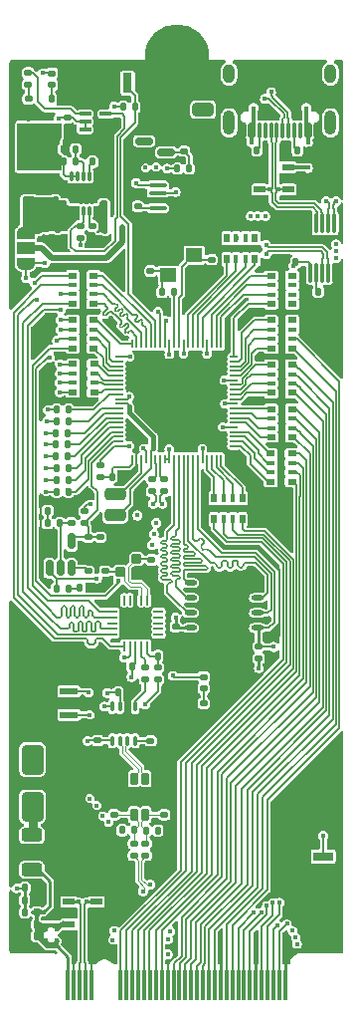
<source format=gbr>
%TF.GenerationSoftware,KiCad,Pcbnew,9.0.7*%
%TF.CreationDate,2026-02-19T00:24:31+01:00*%
%TF.ProjectId,BladeCore-M54C,426c6164-6543-46f7-9265-2d4d3534432e,rev?*%
%TF.SameCoordinates,Original*%
%TF.FileFunction,Copper,L1,Top*%
%TF.FilePolarity,Positive*%
%FSLAX46Y46*%
G04 Gerber Fmt 4.6, Leading zero omitted, Abs format (unit mm)*
G04 Created by KiCad (PCBNEW 9.0.7) date 2026-02-19 00:24:31*
%MOMM*%
%LPD*%
G01*
G04 APERTURE LIST*
G04 Aperture macros list*
%AMRoundRect*
0 Rectangle with rounded corners*
0 $1 Rounding radius*
0 $2 $3 $4 $5 $6 $7 $8 $9 X,Y pos of 4 corners*
0 Add a 4 corners polygon primitive as box body*
4,1,4,$2,$3,$4,$5,$6,$7,$8,$9,$2,$3,0*
0 Add four circle primitives for the rounded corners*
1,1,$1+$1,$2,$3*
1,1,$1+$1,$4,$5*
1,1,$1+$1,$6,$7*
1,1,$1+$1,$8,$9*
0 Add four rect primitives between the rounded corners*
20,1,$1+$1,$2,$3,$4,$5,0*
20,1,$1+$1,$4,$5,$6,$7,0*
20,1,$1+$1,$6,$7,$8,$9,0*
20,1,$1+$1,$8,$9,$2,$3,0*%
%AMFreePoly0*
4,1,23,0.550000,-0.750000,0.000000,-0.750000,0.000000,-0.745722,-0.065263,-0.745722,-0.191342,-0.711940,-0.304381,-0.646677,-0.396677,-0.554381,-0.461940,-0.441342,-0.495722,-0.315263,-0.495722,-0.250000,-0.500000,-0.250000,-0.500000,0.250000,-0.495722,0.250000,-0.495722,0.315263,-0.461940,0.441342,-0.396677,0.554381,-0.304381,0.646677,-0.191342,0.711940,-0.065263,0.745722,0.000000,0.745722,
0.000000,0.750000,0.550000,0.750000,0.550000,-0.750000,0.550000,-0.750000,$1*%
%AMFreePoly1*
4,1,23,0.000000,0.745722,0.065263,0.745722,0.191342,0.711940,0.304381,0.646677,0.396677,0.554381,0.461940,0.441342,0.495722,0.315263,0.495722,0.250000,0.500000,0.250000,0.500000,-0.250000,0.495722,-0.250000,0.495722,-0.315263,0.461940,-0.441342,0.396677,-0.554381,0.304381,-0.646677,0.191342,-0.711940,0.065263,-0.745722,0.000000,-0.745722,0.000000,-0.750000,-0.550000,-0.750000,
-0.550000,0.750000,0.000000,0.750000,0.000000,0.745722,0.000000,0.745722,$1*%
G04 Aperture macros list end*
%TA.AperFunction,SMDPad,CuDef*%
%ADD10RoundRect,0.070000X0.070000X-0.355000X0.070000X0.355000X-0.070000X0.355000X-0.070000X-0.355000X0*%
%TD*%
%TA.AperFunction,ComponentPad*%
%ADD11C,0.600000*%
%TD*%
%TA.AperFunction,SMDPad,CuDef*%
%ADD12R,0.700000X0.280000*%
%TD*%
%TA.AperFunction,SMDPad,CuDef*%
%ADD13R,2.400000X1.650000*%
%TD*%
%TA.AperFunction,SMDPad,CuDef*%
%ADD14FreePoly0,270.000000*%
%TD*%
%TA.AperFunction,SMDPad,CuDef*%
%ADD15R,1.500000X1.000000*%
%TD*%
%TA.AperFunction,SMDPad,CuDef*%
%ADD16FreePoly1,270.000000*%
%TD*%
%TA.AperFunction,SMDPad,CuDef*%
%ADD17RoundRect,0.250000X-0.650000X1.000000X-0.650000X-1.000000X0.650000X-1.000000X0.650000X1.000000X0*%
%TD*%
%TA.AperFunction,SMDPad,CuDef*%
%ADD18RoundRect,0.135000X-0.185000X0.135000X-0.185000X-0.135000X0.185000X-0.135000X0.185000X0.135000X0*%
%TD*%
%TA.AperFunction,SMDPad,CuDef*%
%ADD19RoundRect,0.135000X-0.135000X-0.185000X0.135000X-0.185000X0.135000X0.185000X-0.135000X0.185000X0*%
%TD*%
%TA.AperFunction,SMDPad,CuDef*%
%ADD20RoundRect,0.100000X0.400000X0.100000X-0.400000X0.100000X-0.400000X-0.100000X0.400000X-0.100000X0*%
%TD*%
%TA.AperFunction,SMDPad,CuDef*%
%ADD21RoundRect,0.135000X0.135000X0.185000X-0.135000X0.185000X-0.135000X-0.185000X0.135000X-0.185000X0*%
%TD*%
%TA.AperFunction,SMDPad,CuDef*%
%ADD22R,0.800000X0.500000*%
%TD*%
%TA.AperFunction,SMDPad,CuDef*%
%ADD23R,0.800000X0.400000*%
%TD*%
%TA.AperFunction,SMDPad,CuDef*%
%ADD24RoundRect,0.140000X-0.170000X0.140000X-0.170000X-0.140000X0.170000X-0.140000X0.170000X0.140000X0*%
%TD*%
%TA.AperFunction,SMDPad,CuDef*%
%ADD25RoundRect,0.250000X-0.650000X0.325000X-0.650000X-0.325000X0.650000X-0.325000X0.650000X0.325000X0*%
%TD*%
%TA.AperFunction,SMDPad,CuDef*%
%ADD26RoundRect,0.200000X-0.250000X-0.200000X0.250000X-0.200000X0.250000X0.200000X-0.250000X0.200000X0*%
%TD*%
%TA.AperFunction,SMDPad,CuDef*%
%ADD27RoundRect,0.140000X0.170000X-0.140000X0.170000X0.140000X-0.170000X0.140000X-0.170000X-0.140000X0*%
%TD*%
%TA.AperFunction,SMDPad,CuDef*%
%ADD28R,0.500000X0.800000*%
%TD*%
%TA.AperFunction,SMDPad,CuDef*%
%ADD29R,0.400000X0.800000*%
%TD*%
%TA.AperFunction,SMDPad,CuDef*%
%ADD30RoundRect,0.075000X-0.075000X0.350000X-0.075000X-0.350000X0.075000X-0.350000X0.075000X0.350000X0*%
%TD*%
%TA.AperFunction,HeatsinkPad*%
%ADD31R,2.400000X1.600000*%
%TD*%
%TA.AperFunction,SMDPad,CuDef*%
%ADD32RoundRect,0.250000X-0.625000X0.312500X-0.625000X-0.312500X0.625000X-0.312500X0.625000X0.312500X0*%
%TD*%
%TA.AperFunction,SMDPad,CuDef*%
%ADD33RoundRect,0.140000X-0.140000X-0.170000X0.140000X-0.170000X0.140000X0.170000X-0.140000X0.170000X0*%
%TD*%
%TA.AperFunction,SMDPad,CuDef*%
%ADD34O,1.040200X0.444600*%
%TD*%
%TA.AperFunction,SMDPad,CuDef*%
%ADD35R,3.400000X4.300000*%
%TD*%
%TA.AperFunction,SMDPad,CuDef*%
%ADD36RoundRect,0.135000X0.185000X-0.135000X0.185000X0.135000X-0.185000X0.135000X-0.185000X-0.135000X0*%
%TD*%
%TA.AperFunction,SMDPad,CuDef*%
%ADD37RoundRect,0.062500X0.337500X0.062500X-0.337500X0.062500X-0.337500X-0.062500X0.337500X-0.062500X0*%
%TD*%
%TA.AperFunction,SMDPad,CuDef*%
%ADD38RoundRect,0.062500X0.062500X0.337500X-0.062500X0.337500X-0.062500X-0.337500X0.062500X-0.337500X0*%
%TD*%
%TA.AperFunction,HeatsinkPad*%
%ADD39R,2.700000X2.700000*%
%TD*%
%TA.AperFunction,SMDPad,CuDef*%
%ADD40RoundRect,0.150000X0.150000X0.500000X-0.150000X0.500000X-0.150000X-0.500000X0.150000X-0.500000X0*%
%TD*%
%TA.AperFunction,SMDPad,CuDef*%
%ADD41RoundRect,0.075000X0.075000X0.575000X-0.075000X0.575000X-0.075000X-0.575000X0.075000X-0.575000X0*%
%TD*%
%TA.AperFunction,HeatsinkPad*%
%ADD42O,1.000000X2.100000*%
%TD*%
%TA.AperFunction,HeatsinkPad*%
%ADD43O,1.000000X1.600000*%
%TD*%
%TA.AperFunction,SMDPad,CuDef*%
%ADD44RoundRect,0.120000X-0.180000X0.405000X-0.180000X-0.405000X0.180000X-0.405000X0.180000X0.405000X0*%
%TD*%
%TA.AperFunction,SMDPad,CuDef*%
%ADD45RoundRect,0.147500X0.172500X-0.147500X0.172500X0.147500X-0.172500X0.147500X-0.172500X-0.147500X0*%
%TD*%
%TA.AperFunction,SMDPad,CuDef*%
%ADD46R,1.550000X0.600000*%
%TD*%
%TA.AperFunction,SMDPad,CuDef*%
%ADD47R,1.800000X1.200000*%
%TD*%
%TA.AperFunction,SMDPad,CuDef*%
%ADD48R,0.350000X2.500000*%
%TD*%
%TA.AperFunction,ComponentPad*%
%ADD49C,5.500000*%
%TD*%
%TA.AperFunction,SMDPad,CuDef*%
%ADD50RoundRect,0.140000X0.140000X0.170000X-0.140000X0.170000X-0.140000X-0.170000X0.140000X-0.170000X0*%
%TD*%
%TA.AperFunction,SMDPad,CuDef*%
%ADD51R,0.800000X1.700000*%
%TD*%
%TA.AperFunction,SMDPad,CuDef*%
%ADD52RoundRect,0.150000X0.150000X-0.512500X0.150000X0.512500X-0.150000X0.512500X-0.150000X-0.512500X0*%
%TD*%
%TA.AperFunction,SMDPad,CuDef*%
%ADD53RoundRect,0.150000X0.587500X0.150000X-0.587500X0.150000X-0.587500X-0.150000X0.587500X-0.150000X0*%
%TD*%
%TA.AperFunction,SMDPad,CuDef*%
%ADD54R,1.000000X1.000000*%
%TD*%
%TA.AperFunction,SMDPad,CuDef*%
%ADD55R,1.000000X0.600000*%
%TD*%
%TA.AperFunction,SMDPad,CuDef*%
%ADD56R,1.700000X0.800000*%
%TD*%
%TA.AperFunction,SMDPad,CuDef*%
%ADD57RoundRect,0.100000X0.637500X0.100000X-0.637500X0.100000X-0.637500X-0.100000X0.637500X-0.100000X0*%
%TD*%
%TA.AperFunction,SMDPad,CuDef*%
%ADD58RoundRect,0.250000X0.640000X-0.260000X0.640000X0.260000X-0.640000X0.260000X-0.640000X-0.260000X0*%
%TD*%
%TA.AperFunction,SMDPad,CuDef*%
%ADD59R,1.400000X1.200000*%
%TD*%
%TA.AperFunction,SMDPad,CuDef*%
%ADD60RoundRect,0.087500X0.087500X-0.725000X0.087500X0.725000X-0.087500X0.725000X-0.087500X-0.725000X0*%
%TD*%
%TA.AperFunction,SMDPad,CuDef*%
%ADD61O,0.780000X0.220000*%
%TD*%
%TA.AperFunction,SMDPad,CuDef*%
%ADD62O,0.220000X0.780000*%
%TD*%
%TA.AperFunction,HeatsinkPad*%
%ADD63C,0.425000*%
%TD*%
%TA.AperFunction,SMDPad,CuDef*%
%ADD64RoundRect,0.200000X1.500000X1.500000X-1.500000X1.500000X-1.500000X-1.500000X1.500000X-1.500000X0*%
%TD*%
%TA.AperFunction,ViaPad*%
%ADD65C,0.400000*%
%TD*%
%TA.AperFunction,ViaPad*%
%ADD66C,0.450000*%
%TD*%
%TA.AperFunction,Conductor*%
%ADD67C,0.174000*%
%TD*%
%TA.AperFunction,Conductor*%
%ADD68C,0.150000*%
%TD*%
%TA.AperFunction,Conductor*%
%ADD69C,0.250000*%
%TD*%
%TA.AperFunction,Conductor*%
%ADD70C,0.200000*%
%TD*%
%TA.AperFunction,Conductor*%
%ADD71C,0.300000*%
%TD*%
%TA.AperFunction,Conductor*%
%ADD72C,0.800000*%
%TD*%
%TA.AperFunction,Conductor*%
%ADD73C,0.120100*%
%TD*%
%TA.AperFunction,Conductor*%
%ADD74C,0.400000*%
%TD*%
%TA.AperFunction,Conductor*%
%ADD75C,0.100000*%
%TD*%
%TA.AperFunction,Conductor*%
%ADD76C,0.168900*%
%TD*%
%TA.AperFunction,Conductor*%
%ADD77C,0.500000*%
%TD*%
%TA.AperFunction,Conductor*%
%ADD78C,0.157700*%
%TD*%
G04 APERTURE END LIST*
D10*
%TO.P,IC7,1,IN*%
%TO.N,+5V*%
X5750000Y67625000D03*
%TO.P,IC7,2,IN*%
X6250000Y67625000D03*
%TO.P,IC7,3,PG*%
%TO.N,PGOOD_3V3*%
X6750000Y67625000D03*
%TO.P,IC7,4,BIAS*%
%TO.N,/Project Architecture/USB Interface and Power/BIAS*%
X7250000Y67625000D03*
%TO.P,IC7,5,EN*%
%TO.N,+5V*%
X7750000Y67625000D03*
%TO.P,IC7,6,GND*%
%TO.N,GND*%
X7750000Y70575000D03*
%TO.P,IC7,7,SS*%
%TO.N,/Project Architecture/USB Interface and Power/SS*%
X7250000Y70575000D03*
%TO.P,IC7,8,FB*%
%TO.N,/Project Architecture/USB Interface and Power/FB*%
X6750000Y70575000D03*
%TO.P,IC7,9,OUT*%
%TO.N,+3.3V*%
X6250000Y70575000D03*
%TO.P,IC7,10,OUT*%
X5750000Y70575000D03*
D11*
%TO.P,IC7,11,PAD*%
%TO.N,GND*%
X5890000Y68620000D03*
X7610000Y68620000D03*
D12*
X5200000Y68850000D03*
X8300000Y68850000D03*
D11*
X6750000Y69100000D03*
D13*
X6750000Y69100000D03*
D12*
X5200000Y69350000D03*
X8300000Y69350000D03*
D11*
X5890000Y69580000D03*
X7610000Y69580000D03*
%TD*%
D14*
%TO.P,JP1,1,A*%
%TO.N,+5V*%
X1850000Y65750000D03*
D15*
%TO.P,JP1,2,C*%
%TO.N,/Project Architecture/PWR*%
X1850000Y64450000D03*
D16*
%TO.P,JP1,3,B*%
%TO.N,+3.3V*%
X1850000Y63150000D03*
%TD*%
D17*
%TO.P,D4,1,K*%
%TO.N,+5V*%
X2400000Y21000000D03*
%TO.P,D4,2,A*%
%TO.N,VBUS_ISO*%
X2400000Y17000000D03*
%TD*%
D18*
%TO.P,R93,1*%
%TO.N,Net-(IC6-RXCAN)*%
X13100000Y28810000D03*
%TO.P,R93,2*%
%TO.N,Net-(IC29-RXD)*%
X13100000Y27790000D03*
%TD*%
D19*
%TO.P,R26,1*%
%TO.N,/Project Architecture/ADC3*%
X4424212Y47770788D03*
%TO.P,R26,2*%
%TO.N,Net-(IC1B-GPIO43{slash}ADC3)*%
X5444212Y47770788D03*
%TD*%
D20*
%TO.P,IC8,1,IN1*%
%TO.N,GND*%
X8662500Y74572500D03*
%TO.P,IC8,2,GND*%
X8662500Y75222500D03*
%TO.P,IC8,3,IN0*%
%TO.N,PGOOD_3V3*%
X8662500Y75872500D03*
%TO.P,IC8,4,Y*%
%TO.N,Net-(IC8-Y)*%
X6887500Y75872500D03*
%TO.P,IC8,5,VCC*%
%TO.N,+3.3V*%
X6887500Y75222500D03*
%TO.P,IC8,6,IN2*%
X6887500Y74572500D03*
%TD*%
D21*
%TO.P,R5,1*%
%TO.N,/Project Architecture/Microcontroller Peripherals/XOUT*%
X14459212Y60745788D03*
%TO.P,R5,2*%
%TO.N,/Project Architecture/Microcontroller Peripherals/XO*%
X13439212Y60745788D03*
%TD*%
D19*
%TO.P,R32,1*%
%TO.N,/Project Architecture/Microcontroller/ADC_VUSB*%
X4439212Y44770788D03*
%TO.P,R32,2*%
%TO.N,Net-(IC1B-GPIO46{slash}ADC6)*%
X5459212Y44770788D03*
%TD*%
D22*
%TO.P,R16,1,R11*%
%TO.N,/Project Architecture/Microcontroller/SPI1_MISO*%
X5829212Y62145788D03*
D23*
%TO.P,R16,2,R12*%
%TO.N,/Project Architecture/Microcontroller/SPI1_SCSN*%
X5829212Y61345788D03*
%TO.P,R16,3,R13*%
%TO.N,/Project Architecture/Microcontroller/SPI1_SCLK*%
X5829212Y60545788D03*
D22*
%TO.P,R16,4,R14*%
%TO.N,/Project Architecture/Microcontroller/SPI1_MOSI*%
X5829212Y59745788D03*
%TO.P,R16,5,R24*%
%TO.N,Net-(IC1B-GPIO31)*%
X7629212Y59745788D03*
D23*
%TO.P,R16,6,R23*%
%TO.N,Net-(IC1B-GPIO30)*%
X7629212Y60545788D03*
%TO.P,R16,7,R22*%
%TO.N,Net-(IC1B-GPIO29)*%
X7629212Y61345788D03*
D22*
%TO.P,R16,8,R12*%
%TO.N,Net-(IC1B-GPIO28)*%
X7629212Y62145788D03*
%TD*%
D24*
%TO.P,C52,1*%
%TO.N,+5V*%
X4050000Y66390000D03*
%TO.P,C52,2*%
%TO.N,GND*%
X4050000Y65430000D03*
%TD*%
D25*
%TO.P,C56,1*%
%TO.N,+3.3V*%
X3350000Y72535000D03*
%TO.P,C56,2*%
%TO.N,GND*%
X3350000Y69585000D03*
%TD*%
D26*
%TO.P,X2,1*%
%TO.N,/Project Architecture/CAN Interface/XTAL1*%
X9888230Y36947230D03*
%TO.P,X2,2*%
%TO.N,GND*%
X9888230Y38047230D03*
X11288230Y36947230D03*
%TO.P,X2,3*%
%TO.N,/Project Architecture/CAN Interface/XTAL2*%
X11288230Y38047230D03*
%TD*%
D27*
%TO.P,C34,1*%
%TO.N,/Project Architecture/CAN Interface/CAN_TERM_P*%
X13650000Y16320000D03*
%TO.P,C34,2*%
%TO.N,GND*%
X13650000Y17280000D03*
%TD*%
D19*
%TO.P,R14,1*%
%TO.N,/Project Architecture/ADC1*%
X4439212Y49745788D03*
%TO.P,R14,2*%
%TO.N,Net-(IC1B-GPIO41{slash}ADC1)*%
X5459212Y49745788D03*
%TD*%
D28*
%TO.P,R13,1,R11*%
%TO.N,/Project Architecture/GPIO24*%
X21354212Y65320788D03*
D29*
%TO.P,R13,2,R12*%
%TO.N,/Project Architecture/GPIO25*%
X20554212Y65320788D03*
%TO.P,R13,3,R13*%
%TO.N,/Project Architecture/GPIO26*%
X19754212Y65320788D03*
D28*
%TO.P,R13,4,R14*%
%TO.N,/Project Architecture/GPIO27*%
X18954212Y65320788D03*
%TO.P,R13,5,R24*%
%TO.N,Net-(IC1B-GPIO27)*%
X18954212Y63520788D03*
D29*
%TO.P,R13,6,R23*%
%TO.N,Net-(IC1B-GPIO26)*%
X19754212Y63520788D03*
%TO.P,R13,7,R22*%
%TO.N,Net-(IC1B-GPIO25)*%
X20554212Y63520788D03*
D28*
%TO.P,R13,8,R12*%
%TO.N,Net-(IC1B-GPIO24)*%
X21354212Y63520788D03*
%TD*%
D30*
%TO.P,IC29,1,TXD*%
%TO.N,Net-(IC29-TXD)*%
X11150000Y25500000D03*
%TO.P,IC29,2,GND*%
%TO.N,GND*%
X10500000Y25500000D03*
%TO.P,IC29,3,VCC*%
%TO.N,+3.3V*%
X9850000Y25500000D03*
%TO.P,IC29,4,RXD*%
%TO.N,Net-(IC29-RXD)*%
X9200000Y25500000D03*
%TO.P,IC29,5,VIO*%
%TO.N,+3.3V*%
X9200000Y22600000D03*
%TO.P,IC29,6,CANL*%
%TO.N,/Project Architecture/CAN Interface/IC_CAN_N*%
X9850000Y22600000D03*
%TO.P,IC29,7,CANH*%
%TO.N,/Project Architecture/CAN Interface/IC_CAN_P*%
X10500000Y22600000D03*
%TO.P,IC29,8,STB*%
%TO.N,Net-(IC29-STB)*%
X11150000Y22600000D03*
D31*
%TO.P,IC29,9,PAD*%
%TO.N,GND*%
X10175000Y24050000D03*
%TD*%
D21*
%TO.P,R52,1*%
%TO.N,VBUS*%
X2790000Y8025000D03*
%TO.P,R52,2*%
%TO.N,/Project Architecture/Microcontroller/ADC_VUSB*%
X1770000Y8025000D03*
%TD*%
D18*
%TO.P,R53,1*%
%TO.N,PGOOD_3V3*%
X6475000Y66370000D03*
%TO.P,R53,2*%
%TO.N,+3.3V*%
X6475000Y65350000D03*
%TD*%
D24*
%TO.P,C53,1*%
%TO.N,+5V*%
X5075000Y66365000D03*
%TO.P,C53,2*%
%TO.N,GND*%
X5075000Y65405000D03*
%TD*%
%TO.P,C35,1*%
%TO.N,GND*%
X9350000Y17280000D03*
%TO.P,C35,2*%
%TO.N,/Project Architecture/CAN Interface/CAN_TERM_N*%
X9350000Y16320000D03*
%TD*%
D19*
%TO.P,R1,1*%
%TO.N,+3.3V*%
X10115000Y76475000D03*
%TO.P,R1,2*%
%TO.N,RESET*%
X11135000Y76475000D03*
%TD*%
%TO.P,R31,1*%
%TO.N,/Project Architecture/ADC5*%
X4439212Y45770788D03*
%TO.P,R31,2*%
%TO.N,Net-(IC1B-GPIO45{slash}ADC5)*%
X5459212Y45770788D03*
%TD*%
D21*
%TO.P,R59,1*%
%TO.N,/Project Architecture/USB Interface and Power/FB*%
X6085000Y72885000D03*
%TO.P,R59,2*%
%TO.N,GND*%
X5065000Y72885000D03*
%TD*%
D32*
%TO.P,R51,1*%
%TO.N,VBUS_ISO*%
X2350000Y14575000D03*
%TO.P,R51,2*%
%TO.N,VBUS*%
X2350000Y11650000D03*
%TD*%
D19*
%TO.P,R11,1*%
%TO.N,/Project Architecture/Microcontroller Peripherals/ADC_VREF*%
X6455000Y35575000D03*
%TO.P,R11,2*%
%TO.N,GND*%
X7475000Y35575000D03*
%TD*%
D27*
%TO.P,C22,1*%
%TO.N,/Project Architecture/Microcontroller Peripherals/VREF_IN*%
X7150000Y37025000D03*
%TO.P,C22,2*%
%TO.N,GND*%
X7150000Y37985000D03*
%TD*%
D33*
%TO.P,C20,1*%
%TO.N,+3.3V*%
X3720000Y42150000D03*
%TO.P,C20,2*%
%TO.N,GND*%
X4680000Y42150000D03*
%TD*%
D19*
%TO.P,R20,1*%
%TO.N,VBUS_ONBOARD*%
X26740000Y60775000D03*
%TO.P,R20,2*%
%TO.N,GND*%
X27760000Y60775000D03*
%TD*%
%TO.P,R8,1*%
%TO.N,+3.3V*%
X14755000Y71250000D03*
%TO.P,R8,2*%
%TO.N,/Project Architecture/Microcontroller Peripherals/VREF_IN*%
X15775000Y71250000D03*
%TD*%
D34*
%TO.P,IC3,1,nCS*%
%TO.N,QSPI_SS*%
X21574212Y32185788D03*
%TO.P,IC3,2,DO(IO1)*%
%TO.N,QSPI_SD1*%
X21574212Y33455788D03*
%TO.P,IC3,3,nWP(IO2)*%
%TO.N,QSPI_SD2*%
X21574212Y34725788D03*
%TO.P,IC3,4,GND*%
%TO.N,GND*%
X21574212Y35995788D03*
%TO.P,IC3,5,DI(IO0)*%
%TO.N,QSPI_SD0*%
X15882812Y35995788D03*
%TO.P,IC3,6,CLK*%
%TO.N,QSPI_SCLK*%
X15882812Y34725788D03*
%TO.P,IC3,7,nRST(IO3)*%
%TO.N,QSPI_SD3*%
X15882812Y33455788D03*
%TO.P,IC3,8,VCC*%
%TO.N,+3.3V*%
X15882812Y32185788D03*
D35*
%TO.P,IC3,9,PAD*%
%TO.N,GND*%
X18728512Y34090788D03*
%TD*%
D36*
%TO.P,R94,1*%
%TO.N,Net-(IC29-STB)*%
X12470000Y22586408D03*
%TO.P,R94,2*%
%TO.N,GND*%
X12470000Y23606408D03*
%TD*%
D24*
%TO.P,C54,1*%
%TO.N,/Project Architecture/USB Interface and Power/BIAS*%
X7500000Y66345000D03*
%TO.P,C54,2*%
%TO.N,GND*%
X7500000Y65385000D03*
%TD*%
D37*
%TO.P,IC6,1,CLKOUT*%
%TO.N,/Project Architecture/CAN Interface/XOSC*%
X13150000Y31600000D03*
%TO.P,IC6,2,TX0RTSn*%
%TO.N,unconnected-(IC6-TX0RTSn-Pad2)*%
X13150000Y32100000D03*
%TO.P,IC6,3,TX1RTSn*%
%TO.N,unconnected-(IC6-TX1RTSn-Pad3)*%
X13150000Y32600000D03*
%TO.P,IC6,4,NC*%
%TO.N,unconnected-(IC6-NC-Pad4)*%
X13150000Y33100000D03*
%TO.P,IC6,5,TX2RTSn*%
%TO.N,unconnected-(IC6-TX2RTSn-Pad5)*%
X13150000Y33600000D03*
D38*
%TO.P,IC6,6,OSC2*%
%TO.N,/Project Architecture/CAN Interface/XTAL2*%
X12200000Y34550000D03*
%TO.P,IC6,7,OSC1*%
%TO.N,/Project Architecture/CAN Interface/XTAL1*%
X11700000Y34550000D03*
%TO.P,IC6,8,GND*%
%TO.N,GND*%
X11200000Y34550000D03*
%TO.P,IC6,9,RX1BFn*%
%TO.N,unconnected-(IC6-RX1BFn-Pad9)*%
X10700000Y34550000D03*
%TO.P,IC6,10,RX0BFn*%
%TO.N,unconnected-(IC6-RX0BFn-Pad10)*%
X10200000Y34550000D03*
D37*
%TO.P,IC6,11,INTn*%
%TO.N,/Project Architecture/Microcontroller/CAN_INT*%
X9250000Y33600000D03*
%TO.P,IC6,12,SCK*%
%TO.N,/Project Architecture/Microcontroller/SPI1_SCLK*%
X9250000Y33100000D03*
%TO.P,IC6,13,NC*%
%TO.N,unconnected-(IC6-NC-Pad13)*%
X9250000Y32600000D03*
%TO.P,IC6,14,MOSI*%
%TO.N,/Project Architecture/Microcontroller/SPI1_MOSI*%
X9250000Y32100000D03*
%TO.P,IC6,15,MISO*%
%TO.N,/Project Architecture/Microcontroller/SPI1_MISO*%
X9250000Y31600000D03*
D38*
%TO.P,IC6,16,CSn*%
%TO.N,/Project Architecture/Microcontroller/SPI1_SCSN*%
X10200000Y30650000D03*
%TO.P,IC6,17,RESET*%
%TO.N,/Project Architecture/Microcontroller/CAN_RST*%
X10700000Y30650000D03*
%TO.P,IC6,18,VDD*%
%TO.N,+3.3V*%
X11200000Y30650000D03*
%TO.P,IC6,19,TXCAN*%
%TO.N,Net-(IC6-TXCAN)*%
X11700000Y30650000D03*
%TO.P,IC6,20,RXCAN*%
%TO.N,Net-(IC6-RXCAN)*%
X12200000Y30650000D03*
D39*
%TO.P,IC6,21,PAD*%
%TO.N,GND*%
X11200000Y32600000D03*
%TD*%
D27*
%TO.P,C81,1*%
%TO.N,/Project Architecture/CAN Interface/XTAL1*%
X8600000Y37020000D03*
%TO.P,C81,2*%
%TO.N,GND*%
X8600000Y37980000D03*
%TD*%
D40*
%TO.P,J3,A1,GND*%
%TO.N,GND*%
X26675000Y74480000D03*
%TO.P,J3,A4,VBUS*%
%TO.N,VBUS_ONBOARD*%
X25875000Y74480000D03*
D41*
%TO.P,J3,A5,CC1*%
%TO.N,Net-(J3-CC1)*%
X24725000Y74480000D03*
%TO.P,J3,A6,D+*%
%TO.N,USB_ONB_D+*%
X23725000Y74480000D03*
%TO.P,J3,A7,D-*%
%TO.N,USB_ONB_D-*%
X23225000Y74480000D03*
%TO.P,J3,A8,SBU1*%
%TO.N,unconnected-(J3-SBU1-PadA8)*%
X22225000Y74480000D03*
D40*
%TO.P,J3,A9,VBUS*%
%TO.N,VBUS_ONBOARD*%
X21075000Y74480000D03*
%TO.P,J3,A12,GND*%
%TO.N,GND*%
X20275000Y74480000D03*
%TO.P,J3,B1,GND*%
X20275000Y74480000D03*
%TO.P,J3,B4,VBUS*%
%TO.N,VBUS_ONBOARD*%
X21075000Y74480000D03*
D41*
%TO.P,J3,B5,CC2*%
%TO.N,Net-(J3-CC2)*%
X21725000Y74480000D03*
%TO.P,J3,B6,D+*%
%TO.N,USB_ONB_D+*%
X22725000Y74480000D03*
%TO.P,J3,B7,D-*%
%TO.N,USB_ONB_D-*%
X24225000Y74480000D03*
%TO.P,J3,B8,SBU2*%
%TO.N,unconnected-(J3-SBU2-PadB8)*%
X25225000Y74480000D03*
D40*
%TO.P,J3,B9,VBUS*%
%TO.N,VBUS_ONBOARD*%
X25875000Y74480000D03*
%TO.P,J3,B12,GND*%
%TO.N,GND*%
X26675000Y74480000D03*
D42*
%TO.P,J3,S1,SHIELD*%
%TO.N,SHIELD*%
X27795000Y75120000D03*
D43*
X27795000Y79300000D03*
D42*
X19155000Y75120000D03*
D43*
X19155000Y79300000D03*
%TD*%
D33*
%TO.P,C51,1*%
%TO.N,/Project Architecture/Microcontroller/ADC_VUSB*%
X1775000Y10100000D03*
%TO.P,C51,2*%
%TO.N,GND*%
X2735000Y10100000D03*
%TD*%
D44*
%TO.P,L3,1*%
%TO.N,/Project Architecture/CAN Interface/IC_CAN_P*%
X12050000Y19375000D03*
%TO.P,L3,2*%
%TO.N,/Project Architecture/CAN Interface/IC_CAN_N*%
X11050000Y19375000D03*
%TO.P,L3,3*%
%TO.N,/Project Architecture/CAN Interface/CAN_TERM_N*%
X11050000Y16325000D03*
%TO.P,L3,4*%
%TO.N,/Project Architecture/CAN Interface/CAN_TERM_P*%
X12050000Y16325000D03*
%TD*%
D24*
%TO.P,C82,1*%
%TO.N,/Project Architecture/CAN Interface/XTAL2*%
X12556391Y37983458D03*
%TO.P,C82,2*%
%TO.N,GND*%
X12556391Y37023458D03*
%TD*%
D36*
%TO.P,R34,1*%
%TO.N,GND*%
X17000000Y24757500D03*
%TO.P,R34,2*%
%TO.N,/Project Architecture/Microcontroller/USB_IND*%
X17000000Y25777500D03*
%TD*%
D22*
%TO.P,R25,1,R11*%
%TO.N,HEARTBEAT*%
X5854212Y54620788D03*
D23*
%TO.P,R25,2,R12*%
%TO.N,/Project Architecture/Microcontroller/GPIO37*%
X5854212Y53820788D03*
%TO.P,R25,3,R13*%
%TO.N,/Project Architecture/Microcontroller/GPIO38*%
X5854212Y53020788D03*
D22*
%TO.P,R25,4,R14*%
%TO.N,/Project Architecture/Microcontroller/GPIO39*%
X5854212Y52220788D03*
%TO.P,R25,5,R24*%
%TO.N,Net-(IC1B-GPIO39)*%
X7654212Y52220788D03*
D23*
%TO.P,R25,6,R23*%
%TO.N,Net-(IC1B-GPIO38)*%
X7654212Y53020788D03*
%TO.P,R25,7,R22*%
%TO.N,Net-(IC1B-GPIO37)*%
X7654212Y53820788D03*
D22*
%TO.P,R25,8,R12*%
%TO.N,Net-(IC1B-GPIO36)*%
X7654212Y54620788D03*
%TD*%
D36*
%TO.P,R4,1*%
%TO.N,/Project Architecture/USB Interface and Power/USB_RP_D+*%
X13599212Y43785788D03*
%TO.P,R4,2*%
%TO.N,/Project Architecture/Microcontroller Peripherals/RP_D+*%
X13599212Y44805788D03*
%TD*%
D27*
%TO.P,C19,1*%
%TO.N,Net-(IC4-V+)*%
X5725000Y41145000D03*
%TO.P,C19,2*%
%TO.N,GND*%
X5725000Y42105000D03*
%TD*%
D24*
%TO.P,C12,1*%
%TO.N,/Project Architecture/Microcontroller Peripherals/XIN*%
X17674212Y63500788D03*
%TO.P,C12,2*%
%TO.N,GND*%
X17674212Y62540788D03*
%TD*%
D45*
%TO.P,D2,1*%
%TO.N,/Project Architecture/USB Interface and Power/USB_IND*%
X4075000Y78365000D03*
%TO.P,D2,2*%
%TO.N,VBUS*%
X4075000Y79335000D03*
%TD*%
D46*
%TO.P,J2,1,SWCLK*%
%TO.N,/Project Architecture/Microcontroller Peripherals/SWDIO*%
X5500000Y26800000D03*
%TO.P,J2,2,GND*%
%TO.N,GND*%
X5500000Y25800000D03*
%TO.P,J2,3,SWDAT*%
%TO.N,/Project Architecture/Microcontroller Peripherals/SWCLK*%
X5500000Y24800000D03*
D47*
%TO.P,J2,S1,SHIELD*%
%TO.N,GND*%
X1625000Y28100000D03*
%TO.P,J2,S2,SHIELD*%
X1625000Y23500000D03*
%TD*%
D21*
%TO.P,R62,1*%
%TO.N,GND*%
X5060000Y77150000D03*
%TO.P,R62,2*%
%TO.N,/Project Architecture/USB Interface and Power/USB_IND*%
X4040000Y77150000D03*
%TD*%
D33*
%TO.P,C6,1*%
%TO.N,/Project Architecture/Microcontroller Peripherals/VREG_AVDD*%
X9174212Y45020788D03*
%TO.P,C6,2*%
%TO.N,GND*%
X10134212Y45020788D03*
%TD*%
D24*
%TO.P,C24,1*%
%TO.N,VREF_OUT*%
X8200000Y39905000D03*
%TO.P,C24,2*%
%TO.N,GND*%
X8200000Y38945000D03*
%TD*%
D19*
%TO.P,R19,1*%
%TO.N,Net-(J3-CC1)*%
X24965000Y72775000D03*
%TO.P,R19,2*%
%TO.N,GND*%
X25985000Y72775000D03*
%TD*%
D18*
%TO.P,R38,1*%
%TO.N,/Project Architecture/CAN Interface/CAN_TERM_N*%
X11050000Y13885000D03*
%TO.P,R38,2*%
%TO.N,/Project Architecture/CAN_N*%
X11050000Y12865000D03*
%TD*%
D48*
%TO.P,J1,1,1*%
%TO.N,GND*%
X23925000Y1850000D03*
%TO.P,J1,3,3*%
%TO.N,/Project Architecture/GPIO24*%
X23425000Y1850000D03*
%TO.P,J1,5,5*%
%TO.N,/Project Architecture/GPIO23*%
X22925000Y1850000D03*
%TO.P,J1,7,7*%
%TO.N,/Project Architecture/GPIO22*%
X22425000Y1850000D03*
%TO.P,J1,9,9*%
%TO.N,/Project Architecture/GPIO21*%
X21925000Y1850000D03*
%TO.P,J1,11,11*%
%TO.N,GND*%
X21425000Y1850000D03*
%TO.P,J1,13,13*%
%TO.N,/Project Architecture/GPIO20*%
X20925000Y1850000D03*
%TO.P,J1,15,15*%
%TO.N,/Project Architecture/GPIO19*%
X20425000Y1850000D03*
%TO.P,J1,17,17*%
%TO.N,/Project Architecture/GPIO18*%
X19925000Y1850000D03*
%TO.P,J1,19,19*%
%TO.N,/Project Architecture/GPIO17*%
X19425000Y1850000D03*
%TO.P,J1,21,21*%
%TO.N,/Project Architecture/GPIO16*%
X18925000Y1850000D03*
%TO.P,J1,23,23*%
%TO.N,GND*%
X18425000Y1850000D03*
%TO.P,J1,25,25*%
%TO.N,/Project Architecture/GPIO15*%
X17925000Y1850000D03*
%TO.P,J1,27,27*%
%TO.N,/Project Architecture/GPIO14*%
X17425000Y1850000D03*
%TO.P,J1,29,29*%
%TO.N,/Project Architecture/GPIO13*%
X16925000Y1850000D03*
%TO.P,J1,31,31*%
%TO.N,/Project Architecture/GPIO12*%
X16425000Y1850000D03*
%TO.P,J1,33,33*%
%TO.N,/Project Architecture/GPIO11*%
X15925000Y1850000D03*
%TO.P,J1,35,35*%
%TO.N,/Project Architecture/GPIO10*%
X15425000Y1850000D03*
%TO.P,J1,37,37*%
%TO.N,/Project Architecture/GPIO9*%
X14925000Y1850000D03*
%TO.P,J1,39,39*%
%TO.N,/Project Architecture/GPIO8*%
X14425000Y1850000D03*
%TO.P,J1,41,41*%
%TO.N,GND*%
X13925000Y1850000D03*
%TO.P,J1,43,43*%
%TO.N,/Project Architecture/GPIO7*%
X13425000Y1850000D03*
%TO.P,J1,45,45*%
%TO.N,/Project Architecture/GPIO6*%
X12925000Y1850000D03*
%TO.P,J1,47,47*%
%TO.N,/Project Architecture/GPIO5*%
X12425000Y1850000D03*
%TO.P,J1,49,49*%
%TO.N,/Project Architecture/GPIO4*%
X11925000Y1850000D03*
%TO.P,J1,51,51*%
%TO.N,/Project Architecture/GPIO3*%
X11425000Y1850000D03*
%TO.P,J1,53,53*%
%TO.N,/Project Architecture/GPIO2*%
X10925000Y1850000D03*
%TO.P,J1,55,55*%
%TO.N,/Project Architecture/GPIO1*%
X10425000Y1850000D03*
%TO.P,J1,57,57*%
%TO.N,/Project Architecture/GPIO0*%
X9925000Y1850000D03*
%TO.P,J1,67,67*%
%TO.N,GND*%
X7425000Y1850000D03*
%TO.P,J1,69,69*%
%TO.N,USB_D+*%
X6925000Y1850000D03*
%TO.P,J1,71,71*%
%TO.N,USB_D-*%
X6425000Y1850000D03*
%TO.P,J1,73,73*%
%TO.N,GND*%
X5925000Y1850000D03*
%TO.P,J1,75,75*%
%TO.N,VBUS*%
X5425000Y1850000D03*
D49*
%TO.P,J1,SH1,SHIELD*%
%TO.N,GND*%
X14721447Y80770000D03*
%TD*%
D19*
%TO.P,R29,1*%
%TO.N,/Project Architecture/ADC4*%
X4424212Y46770788D03*
%TO.P,R29,2*%
%TO.N,Net-(IC1B-GPIO44{slash}ADC4)*%
X5444212Y46770788D03*
%TD*%
D22*
%TO.P,R23,1,R11*%
%TO.N,/Project Architecture/Microcontroller Peripherals/I2C0_SDA*%
X5829212Y58370788D03*
D23*
%TO.P,R23,2,R12*%
%TO.N,/Project Architecture/Microcontroller Peripherals/I2C0_SCL*%
X5829212Y57570788D03*
%TO.P,R23,3,R13*%
%TO.N,/Project Architecture/Microcontroller/CAN_RST*%
X5829212Y56770788D03*
D22*
%TO.P,R23,4,R14*%
%TO.N,/Project Architecture/Microcontroller/CAN_INT*%
X5829212Y55970788D03*
%TO.P,R23,5,R24*%
%TO.N,Net-(IC1B-GPIO35)*%
X7629212Y55970788D03*
D23*
%TO.P,R23,6,R23*%
%TO.N,Net-(IC1B-GPIO34)*%
X7629212Y56770788D03*
%TO.P,R23,7,R22*%
%TO.N,Net-(IC1B-GPIO33)*%
X7629212Y57570788D03*
D22*
%TO.P,R23,8,R12*%
%TO.N,Net-(IC1B-GPIO32)*%
X7629212Y58370788D03*
%TD*%
D24*
%TO.P,C23,1*%
%TO.N,VREF_OUT*%
X7150000Y39910000D03*
%TO.P,C23,2*%
%TO.N,GND*%
X7150000Y38950000D03*
%TD*%
%TO.P,C18,1*%
%TO.N,+3.3V*%
X14600000Y32300000D03*
%TO.P,C18,2*%
%TO.N,GND*%
X14600000Y31340000D03*
%TD*%
D50*
%TO.P,C80,1*%
%TO.N,+3.3V*%
X10900000Y28900000D03*
%TO.P,C80,2*%
%TO.N,GND*%
X9940000Y28900000D03*
%TD*%
%TO.P,C57,1*%
%TO.N,+3.3V*%
X24825000Y63275000D03*
%TO.P,C57,2*%
%TO.N,GND*%
X23865000Y63275000D03*
%TD*%
D51*
%TO.P,SW2,1*%
%TO.N,RESET*%
X10525000Y78500000D03*
%TO.P,SW2,2*%
%TO.N,GND*%
X7125000Y78500000D03*
%TD*%
D27*
%TO.P,C84,1*%
%TO.N,+3.3V*%
X7970000Y22616408D03*
%TO.P,C84,2*%
%TO.N,GND*%
X7970000Y23576408D03*
%TD*%
D25*
%TO.P,C59,1*%
%TO.N,SHIELD*%
X16950000Y76250000D03*
%TO.P,C59,2*%
%TO.N,GND*%
X16950000Y73300000D03*
%TD*%
D22*
%TO.P,R30,1,R11*%
%TO.N,/Project Architecture/GPIO20*%
X24529212Y59720788D03*
D23*
%TO.P,R30,2,R12*%
%TO.N,/Project Architecture/GPIO21*%
X24529212Y60520788D03*
%TO.P,R30,3,R13*%
%TO.N,/Project Architecture/GPIO22*%
X24529212Y61320788D03*
D22*
%TO.P,R30,4,R14*%
%TO.N,/Project Architecture/GPIO23*%
X24529212Y62120788D03*
%TO.P,R30,5,R24*%
%TO.N,Net-(IC1B-GPIO23)*%
X22729212Y62120788D03*
D23*
%TO.P,R30,6,R23*%
%TO.N,Net-(IC1B-GPIO22)*%
X22729212Y61320788D03*
%TO.P,R30,7,R22*%
%TO.N,Net-(IC1B-GPIO21)*%
X22729212Y60520788D03*
D22*
%TO.P,R30,8,R12*%
%TO.N,Net-(IC1B-GPIO20)*%
X22729212Y59720788D03*
%TD*%
%TO.P,R28,1,R11*%
%TO.N,/Project Architecture/GPIO16*%
X24529212Y55945788D03*
D23*
%TO.P,R28,2,R12*%
%TO.N,/Project Architecture/GPIO17*%
X24529212Y56745788D03*
%TO.P,R28,3,R13*%
%TO.N,/Project Architecture/GPIO18*%
X24529212Y57545788D03*
D22*
%TO.P,R28,4,R14*%
%TO.N,/Project Architecture/GPIO19*%
X24529212Y58345788D03*
%TO.P,R28,5,R24*%
%TO.N,Net-(R28-R24)*%
X22729212Y58345788D03*
D23*
%TO.P,R28,6,R23*%
%TO.N,Net-(R28-R23)*%
X22729212Y57545788D03*
%TO.P,R28,7,R22*%
%TO.N,Net-(IC1B-GPIO17)*%
X22729212Y56745788D03*
D22*
%TO.P,R28,8,R12*%
%TO.N,Net-(IC1B-GPIO16)*%
X22729212Y55945788D03*
%TD*%
D19*
%TO.P,R12,1*%
%TO.N,/Project Architecture/ADC0*%
X4439212Y50745788D03*
%TO.P,R12,2*%
%TO.N,Net-(IC1B-GPIO40{slash}ADC0)*%
X5459212Y50745788D03*
%TD*%
D33*
%TO.P,C55,1*%
%TO.N,/Project Architecture/USB Interface and Power/SS*%
X7520000Y71810000D03*
%TO.P,C55,2*%
%TO.N,GND*%
X8480000Y71810000D03*
%TD*%
D36*
%TO.P,R9,1*%
%TO.N,VREF_OUT*%
X6850000Y41100000D03*
%TO.P,R9,2*%
%TO.N,+3.3V*%
X6850000Y42120000D03*
%TD*%
D27*
%TO.P,C11,1*%
%TO.N,/Project Architecture/Microcontroller Peripherals/XO*%
X12474212Y62540788D03*
%TO.P,C11,2*%
%TO.N,GND*%
X12474212Y63500788D03*
%TD*%
D52*
%TO.P,IC4,1*%
%TO.N,VREF_OUT*%
X3850000Y37275000D03*
%TO.P,IC4,2,V+*%
%TO.N,Net-(IC4-V+)*%
X4800000Y37275000D03*
%TO.P,IC4,3,+*%
%TO.N,/Project Architecture/Microcontroller Peripherals/VREF_IN*%
X5750000Y37275000D03*
%TO.P,IC4,4,-*%
%TO.N,VREF_OUT*%
X5750000Y39550000D03*
%TO.P,IC4,5,V-*%
%TO.N,GND*%
X3850000Y39550000D03*
%TD*%
D19*
%TO.P,R10,1*%
%TO.N,VREF_OUT*%
X4465000Y35550000D03*
%TO.P,R10,2*%
%TO.N,/Project Architecture/Microcontroller Peripherals/ADC_VREF*%
X5485000Y35550000D03*
%TD*%
D50*
%TO.P,C49,1*%
%TO.N,VBUS*%
X2765000Y6000000D03*
%TO.P,C49,2*%
%TO.N,GND*%
X1805000Y6000000D03*
%TD*%
D22*
%TO.P,R22,1,R11*%
%TO.N,/Project Architecture/GPIO4*%
X24504212Y44620788D03*
D23*
%TO.P,R22,2,R12*%
%TO.N,/Project Architecture/GPIO5*%
X24504212Y45420788D03*
%TO.P,R22,3,R13*%
%TO.N,/Project Architecture/GPIO6*%
X24504212Y46220788D03*
D22*
%TO.P,R22,4,R14*%
%TO.N,/Project Architecture/GPIO7*%
X24504212Y47020788D03*
%TO.P,R22,5,R24*%
%TO.N,Net-(IC1B-GPIO7)*%
X22704212Y47020788D03*
D23*
%TO.P,R22,6,R23*%
%TO.N,Net-(IC1B-GPIO6)*%
X22704212Y46220788D03*
%TO.P,R22,7,R22*%
%TO.N,Net-(IC1B-GPIO5)*%
X22704212Y45420788D03*
D22*
%TO.P,R22,8,R12*%
%TO.N,Net-(IC1B-GPIO4)*%
X22704212Y44620788D03*
%TD*%
D53*
%TO.P,IC5,1,K*%
%TO.N,/Project Architecture/Microcontroller Peripherals/VREF_IN*%
X13790000Y72625000D03*
%TO.P,IC5,2,A*%
%TO.N,GND*%
X13790000Y74525000D03*
%TO.P,IC5,3,NC*%
%TO.N,unconnected-(IC5-NC-Pad3)*%
X11915000Y73575000D03*
%TD*%
D54*
%TO.P,D5,1*%
%TO.N,GND*%
X7875000Y7200000D03*
D55*
%TO.P,D5,2*%
%TO.N,USB_D+*%
X7875000Y8900000D03*
%TO.P,D5,3*%
%TO.N,USB_D-*%
X5475000Y8900000D03*
%TO.P,D5,4*%
%TO.N,VBUS*%
X5475000Y7000000D03*
%TD*%
D18*
%TO.P,R60,1*%
%TO.N,Net-(D6-Pad1)*%
X2075000Y77160000D03*
%TO.P,R60,2*%
%TO.N,GND*%
X2075000Y76140000D03*
%TD*%
D22*
%TO.P,R27,1,R11*%
%TO.N,/Project Architecture/GPIO12*%
X24529212Y52170788D03*
D23*
%TO.P,R27,2,R12*%
%TO.N,/Project Architecture/GPIO13*%
X24529212Y52970788D03*
%TO.P,R27,3,R13*%
%TO.N,/Project Architecture/GPIO14*%
X24529212Y53770788D03*
D22*
%TO.P,R27,4,R14*%
%TO.N,/Project Architecture/GPIO15*%
X24529212Y54570788D03*
%TO.P,R27,5,R24*%
%TO.N,Net-(IC1B-GPIO15)*%
X22729212Y54570788D03*
D23*
%TO.P,R27,6,R23*%
%TO.N,Net-(IC1B-GPIO14)*%
X22729212Y53770788D03*
%TO.P,R27,7,R22*%
%TO.N,Net-(IC1B-GPIO13)*%
X22729212Y52970788D03*
D22*
%TO.P,R27,8,R12*%
%TO.N,Net-(IC1B-GPIO12)*%
X22729212Y52170788D03*
%TD*%
D54*
%TO.P,D7,1*%
%TO.N,GND*%
X21775000Y71150000D03*
D55*
%TO.P,D7,2*%
%TO.N,USB_ONB_D+*%
X21775000Y69450000D03*
%TO.P,D7,3*%
%TO.N,USB_ONB_D-*%
X24175000Y69450000D03*
%TO.P,D7,4*%
%TO.N,VBUS_ONBOARD*%
X24175000Y71350000D03*
%TD*%
D56*
%TO.P,SW1,1*%
%TO.N,QSPI_SS*%
X27175000Y12775000D03*
%TO.P,SW1,2*%
%TO.N,GND*%
X27175000Y9375000D03*
%TD*%
D45*
%TO.P,D3,1*%
%TO.N,/Project Architecture/Microcontroller/USB_IND*%
X17000000Y27050000D03*
%TO.P,D3,2*%
%TO.N,HEARTBEAT*%
X17000000Y28020000D03*
%TD*%
D18*
%TO.P,R37,1*%
%TO.N,/Project Architecture/CAN Interface/CAN_TERM_P*%
X12050000Y13885000D03*
%TO.P,R37,2*%
%TO.N,/Project Architecture/CAN_P*%
X12050000Y12865000D03*
%TD*%
D19*
%TO.P,R54,1*%
%TO.N,+3.3V*%
X5065000Y71835000D03*
%TO.P,R54,2*%
%TO.N,/Project Architecture/USB Interface and Power/FB*%
X6085000Y71835000D03*
%TD*%
D27*
%TO.P,C21,1*%
%TO.N,/Project Architecture/Microcontroller Peripherals/VREF_IN*%
X15325000Y72720000D03*
%TO.P,C21,2*%
%TO.N,GND*%
X15325000Y73680000D03*
%TD*%
D21*
%TO.P,R7,1*%
%TO.N,Net-(IC4-V+)*%
X4710000Y41100000D03*
%TO.P,R7,2*%
%TO.N,+3.3V*%
X3690000Y41100000D03*
%TD*%
D19*
%TO.P,R55,1*%
%TO.N,/Project Architecture/Microcontroller/ADC_VUSB*%
X1755000Y9050000D03*
%TO.P,R55,2*%
%TO.N,GND*%
X2775000Y9050000D03*
%TD*%
D18*
%TO.P,R91,1*%
%TO.N,Net-(IC6-TXCAN)*%
X12000000Y28810000D03*
%TO.P,R91,2*%
%TO.N,Net-(IC29-TXD)*%
X12000000Y27790000D03*
%TD*%
D57*
%TO.P,IC2,1,A0*%
%TO.N,GND*%
X18812500Y67875000D03*
%TO.P,IC2,2,A1*%
X18812500Y68525000D03*
%TO.P,IC2,3,A2*%
X18812500Y69175000D03*
%TO.P,IC2,4,GND*%
X18812500Y69825000D03*
%TO.P,IC2,5,SDA*%
%TO.N,/Project Architecture/Microcontroller Peripherals/I2C0_SDA*%
X13087500Y69825000D03*
%TO.P,IC2,6,SCL*%
%TO.N,/Project Architecture/Microcontroller Peripherals/I2C0_SCL*%
X13087500Y69175000D03*
%TO.P,IC2,7,WP*%
%TO.N,GND*%
X13087500Y68525000D03*
%TO.P,IC2,8,VCC*%
%TO.N,+3.3V*%
X13087500Y67875000D03*
%TD*%
D27*
%TO.P,C17,1*%
%TO.N,+3.3V*%
X11400000Y68020000D03*
%TO.P,C17,2*%
%TO.N,GND*%
X11400000Y68980000D03*
%TD*%
D28*
%TO.P,R15,1,R11*%
%TO.N,/Project Architecture/GPIO0*%
X17879212Y41420788D03*
D29*
%TO.P,R15,2,R12*%
%TO.N,/Project Architecture/GPIO1*%
X18679212Y41420788D03*
%TO.P,R15,3,R13*%
%TO.N,/Project Architecture/GPIO2*%
X19479212Y41420788D03*
D28*
%TO.P,R15,4,R14*%
%TO.N,/Project Architecture/GPIO3*%
X20279212Y41420788D03*
%TO.P,R15,5,R24*%
%TO.N,Net-(IC1B-GPIO3)*%
X20279212Y43220788D03*
D29*
%TO.P,R15,6,R23*%
%TO.N,Net-(IC1B-GPIO2)*%
X19479212Y43220788D03*
%TO.P,R15,7,R22*%
%TO.N,Net-(IC1B-GPIO1)*%
X18679212Y43220788D03*
D28*
%TO.P,R15,8,R12*%
%TO.N,Net-(IC1B-GPIO0)*%
X17879212Y43220788D03*
%TD*%
D33*
%TO.P,C83,1*%
%TO.N,+3.3V*%
X9690000Y26696408D03*
%TO.P,C83,2*%
%TO.N,GND*%
X10650000Y26696408D03*
%TD*%
D58*
%TO.P,L1,1*%
%TO.N,+1V1*%
X9454212Y41780788D03*
%TO.P,L1,2*%
%TO.N,/Project Architecture/Microcontroller Peripherals/VREG_LX*%
X9454212Y43560788D03*
%TD*%
D45*
%TO.P,D6,1*%
%TO.N,Net-(D6-Pad1)*%
X2050000Y78382500D03*
%TO.P,D6,2*%
%TO.N,Net-(IC8-Y)*%
X2050000Y79352500D03*
%TD*%
D19*
%TO.P,R35,1*%
%TO.N,/Project Architecture/CAN Interface/CAN_TERM_P*%
X12065000Y14975000D03*
%TO.P,R35,2*%
%TO.N,Net-(C33-Pad1)*%
X13085000Y14975000D03*
%TD*%
D22*
%TO.P,R24,1,R11*%
%TO.N,/Project Architecture/GPIO8*%
X24529212Y48395788D03*
D23*
%TO.P,R24,2,R12*%
%TO.N,/Project Architecture/GPIO9*%
X24529212Y49195788D03*
%TO.P,R24,3,R13*%
%TO.N,/Project Architecture/GPIO10*%
X24529212Y49995788D03*
D22*
%TO.P,R24,4,R14*%
%TO.N,/Project Architecture/GPIO11*%
X24529212Y50795788D03*
%TO.P,R24,5,R24*%
%TO.N,Net-(IC1B-GPIO11)*%
X22729212Y50795788D03*
D23*
%TO.P,R24,6,R23*%
%TO.N,Net-(IC1B-GPIO10)*%
X22729212Y49995788D03*
%TO.P,R24,7,R22*%
%TO.N,Net-(IC1B-GPIO9)*%
X22729212Y49195788D03*
D22*
%TO.P,R24,8,R12*%
%TO.N,Net-(IC1B-GPIO8)*%
X22729212Y48395788D03*
%TD*%
D36*
%TO.P,R6,1*%
%TO.N,+3.3V*%
X21675000Y29625000D03*
%TO.P,R6,2*%
%TO.N,QSPI_SS*%
X21675000Y30645000D03*
%TD*%
D19*
%TO.P,R33,1*%
%TO.N,/Project Architecture/Microcontroller Peripherals/ADC_VREF*%
X4449212Y43770788D03*
%TO.P,R33,2*%
%TO.N,Net-(IC1B-GPIO47{slash}ADC7)*%
X5469212Y43770788D03*
%TD*%
%TO.P,R36,1*%
%TO.N,Net-(C33-Pad1)*%
X10040000Y15000000D03*
%TO.P,R36,2*%
%TO.N,/Project Architecture/CAN Interface/CAN_TERM_N*%
X11060000Y15000000D03*
%TD*%
D24*
%TO.P,C58,1*%
%TO.N,+3.3V*%
X5400000Y75535000D03*
%TO.P,C58,2*%
%TO.N,GND*%
X5400000Y74575000D03*
%TD*%
D19*
%TO.P,R21,1*%
%TO.N,/Project Architecture/ADC2*%
X4424212Y48770788D03*
%TO.P,R21,2*%
%TO.N,Net-(IC1B-GPIO42{slash}ADC2)*%
X5444212Y48770788D03*
%TD*%
D59*
%TO.P,X1,1*%
%TO.N,/Project Architecture/Microcontroller Peripherals/XO*%
X13974212Y62170788D03*
%TO.P,X1,2*%
%TO.N,GND*%
X16174212Y62170788D03*
X13974212Y63870788D03*
%TO.P,X1,3*%
%TO.N,/Project Architecture/Microcontroller Peripherals/XIN*%
X16174212Y63870788D03*
%TD*%
D60*
%TO.P,IC9,1,VCC*%
%TO.N,+3.3V*%
X26100000Y62362500D03*
%TO.P,IC9,2,SEL*%
%TO.N,VBUS_ONBOARD*%
X26600000Y62362500D03*
%TO.P,IC9,3,D+*%
%TO.N,/Project Architecture/USB Interface and Power/USB_RP_D+*%
X27100000Y62362500D03*
%TO.P,IC9,4,D-*%
%TO.N,/Project Architecture/USB Interface and Power/USB_RP_D-*%
X27600000Y62362500D03*
%TO.P,IC9,5,GND*%
%TO.N,GND*%
X28100000Y62362500D03*
%TO.P,IC9,6,HSD1-*%
%TO.N,USB_D-*%
X28100000Y66587500D03*
%TO.P,IC9,7,HSD1+*%
%TO.N,USB_D+*%
X27600000Y66587500D03*
%TO.P,IC9,8,HSD2-*%
%TO.N,USB_ONB_D-*%
X27100000Y66587500D03*
%TO.P,IC9,9,HSD2+*%
%TO.N,USB_ONB_D+*%
X26600000Y66587500D03*
%TO.P,IC9,10,OEn*%
%TO.N,GND*%
X26100000Y66587500D03*
%TD*%
D50*
%TO.P,C50,1*%
%TO.N,VBUS*%
X2760000Y7000000D03*
%TO.P,C50,2*%
%TO.N,GND*%
X1800000Y7000000D03*
%TD*%
D21*
%TO.P,R56,1*%
%TO.N,Net-(J3-CC2)*%
X21525000Y72800000D03*
%TO.P,R56,2*%
%TO.N,GND*%
X20505000Y72800000D03*
%TD*%
D18*
%TO.P,R2,1*%
%TO.N,+3.3V*%
X8179212Y46005788D03*
%TO.P,R2,2*%
%TO.N,/Project Architecture/Microcontroller Peripherals/VREG_AVDD*%
X8179212Y44985788D03*
%TD*%
D19*
%TO.P,R92,1*%
%TO.N,Net-(IC6-RXCAN)*%
X13100000Y29800000D03*
%TO.P,R92,2*%
%TO.N,GND*%
X14120000Y29800000D03*
%TD*%
D18*
%TO.P,R3,1*%
%TO.N,/Project Architecture/Microcontroller Peripherals/RP_D-*%
X12599212Y44805788D03*
%TO.P,R3,2*%
%TO.N,/Project Architecture/USB Interface and Power/USB_RP_D-*%
X12599212Y43785788D03*
%TD*%
D61*
%TO.P,IC1,1,GPIO4*%
%TO.N,Net-(IC1B-GPIO4)*%
X19576212Y47645788D03*
%TO.P,IC1,2,GPIO5*%
%TO.N,Net-(IC1B-GPIO5)*%
X19576212Y48045788D03*
%TO.P,IC1,3,GPIO6*%
%TO.N,Net-(IC1B-GPIO6)*%
X19576212Y48445788D03*
%TO.P,IC1,4,GPIO7*%
%TO.N,Net-(IC1B-GPIO7)*%
X19576212Y48845788D03*
%TO.P,IC1,5,IOVDD1*%
%TO.N,+3.3V*%
X19576212Y49245788D03*
%TO.P,IC1,6,GPIO8*%
%TO.N,Net-(IC1B-GPIO8)*%
X19576212Y49645788D03*
%TO.P,IC1,7,GPIO9*%
%TO.N,Net-(IC1B-GPIO9)*%
X19576212Y50045788D03*
%TO.P,IC1,8,GPIO10*%
%TO.N,Net-(IC1B-GPIO10)*%
X19576212Y50445788D03*
%TO.P,IC1,9,GPIO11*%
%TO.N,Net-(IC1B-GPIO11)*%
X19576212Y50845788D03*
%TO.P,IC1,10,DVDD1*%
%TO.N,+1V1*%
X19576212Y51245788D03*
%TO.P,IC1,11,GPIO12*%
%TO.N,Net-(IC1B-GPIO12)*%
X19576212Y51645788D03*
%TO.P,IC1,12,GPIO13*%
%TO.N,Net-(IC1B-GPIO13)*%
X19576212Y52045788D03*
%TO.P,IC1,13,GPIO14*%
%TO.N,Net-(IC1B-GPIO14)*%
X19576212Y52445788D03*
%TO.P,IC1,14,GPIO15*%
%TO.N,Net-(IC1B-GPIO15)*%
X19576212Y52845788D03*
%TO.P,IC1,15,IOVDD2*%
%TO.N,+3.3V*%
X19576212Y53245788D03*
%TO.P,IC1,16,GPIO16*%
%TO.N,Net-(IC1B-GPIO16)*%
X19576212Y53645788D03*
%TO.P,IC1,17,GPIO17*%
%TO.N,Net-(IC1B-GPIO17)*%
X19576212Y54045788D03*
%TO.P,IC1,18,GPIO18*%
%TO.N,Net-(R28-R23)*%
X19576212Y54445788D03*
%TO.P,IC1,19,GPIO18*%
%TO.N,Net-(R28-R24)*%
X19576212Y54845788D03*
%TO.P,IC1,20,GPIO20*%
%TO.N,Net-(IC1B-GPIO20)*%
X19576212Y55245788D03*
D62*
%TO.P,IC1,21,GPIO21*%
%TO.N,Net-(IC1B-GPIO21)*%
X18479212Y56342788D03*
%TO.P,IC1,22,GPIO22*%
%TO.N,Net-(IC1B-GPIO22)*%
X18079212Y56342788D03*
%TO.P,IC1,23,GPIO23*%
%TO.N,Net-(IC1B-GPIO23)*%
X17679212Y56342788D03*
%TO.P,IC1,24,IOVDD3*%
%TO.N,+3.3V*%
X17279212Y56342788D03*
%TO.P,IC1,25,GPIO24*%
%TO.N,Net-(IC1B-GPIO24)*%
X16879212Y56342788D03*
%TO.P,IC1,26,GPIO25*%
%TO.N,Net-(IC1B-GPIO25)*%
X16479212Y56342788D03*
%TO.P,IC1,27,GPIO26*%
%TO.N,Net-(IC1B-GPIO26)*%
X16079212Y56342788D03*
%TO.P,IC1,28,GPIO27*%
%TO.N,Net-(IC1B-GPIO27)*%
X15679212Y56342788D03*
%TO.P,IC1,29,IOVDD4*%
%TO.N,+3.3V*%
X15279212Y56342788D03*
%TO.P,IC1,30,XIN*%
%TO.N,/Project Architecture/Microcontroller Peripherals/XIN*%
X14879212Y56342788D03*
%TO.P,IC1,31,XOUT*%
%TO.N,/Project Architecture/Microcontroller Peripherals/XOUT*%
X14479212Y56342788D03*
%TO.P,IC1,32,DVDD2*%
%TO.N,+1V1*%
X14079212Y56342788D03*
%TO.P,IC1,33,SWCLK*%
%TO.N,/Project Architecture/Microcontroller Peripherals/SWCLK*%
X13679212Y56342788D03*
%TO.P,IC1,34,SWDIO*%
%TO.N,/Project Architecture/Microcontroller Peripherals/SWDIO*%
X13279212Y56342788D03*
%TO.P,IC1,35,RUN*%
%TO.N,RESET*%
X12879212Y56342788D03*
%TO.P,IC1,36,GPIO28*%
%TO.N,Net-(IC1B-GPIO28)*%
X12479212Y56342788D03*
%TO.P,IC1,37,GPIO29*%
%TO.N,Net-(IC1B-GPIO29)*%
X12079212Y56342788D03*
%TO.P,IC1,38,GPIO30*%
%TO.N,Net-(IC1B-GPIO30)*%
X11679212Y56342788D03*
%TO.P,IC1,39,GPIO31*%
%TO.N,Net-(IC1B-GPIO31)*%
X11279212Y56342788D03*
%TO.P,IC1,40,GPIO32*%
%TO.N,Net-(IC1B-GPIO32)*%
X10879212Y56342788D03*
D61*
%TO.P,IC1,41,IOVDD5*%
%TO.N,+3.3V*%
X9782212Y55245788D03*
%TO.P,IC1,42,GPIO33*%
%TO.N,Net-(IC1B-GPIO33)*%
X9782212Y54845788D03*
%TO.P,IC1,43,GPIO34*%
%TO.N,Net-(IC1B-GPIO34)*%
X9782212Y54445788D03*
%TO.P,IC1,44,GPIO35*%
%TO.N,Net-(IC1B-GPIO35)*%
X9782212Y54045788D03*
%TO.P,IC1,45,GPIO36*%
%TO.N,Net-(IC1B-GPIO36)*%
X9782212Y53645788D03*
%TO.P,IC1,46,GPIO37*%
%TO.N,Net-(IC1B-GPIO37)*%
X9782212Y53245788D03*
%TO.P,IC1,47,GPIO38*%
%TO.N,Net-(IC1B-GPIO38)*%
X9782212Y52845788D03*
%TO.P,IC1,48,GPIO39*%
%TO.N,Net-(IC1B-GPIO39)*%
X9782212Y52445788D03*
%TO.P,IC1,49,GPIO40/ADC0*%
%TO.N,Net-(IC1B-GPIO40{slash}ADC0)*%
X9782212Y52045788D03*
%TO.P,IC1,50,IOVDD6*%
%TO.N,+3.3V*%
X9782212Y51645788D03*
%TO.P,IC1,51,DVDD3*%
%TO.N,+1V1*%
X9782212Y51245788D03*
%TO.P,IC1,52,GPIO41/ADC1*%
%TO.N,Net-(IC1B-GPIO41{slash}ADC1)*%
X9782212Y50845788D03*
%TO.P,IC1,53,GPIO42/ADC2*%
%TO.N,Net-(IC1B-GPIO42{slash}ADC2)*%
X9782212Y50445788D03*
%TO.P,IC1,54,GPIO43/ADC3*%
%TO.N,Net-(IC1B-GPIO43{slash}ADC3)*%
X9782212Y50045788D03*
%TO.P,IC1,55,GPIO44/ADC4*%
%TO.N,Net-(IC1B-GPIO44{slash}ADC4)*%
X9782212Y49645788D03*
%TO.P,IC1,56,GPIO45/ADC5*%
%TO.N,Net-(IC1B-GPIO45{slash}ADC5)*%
X9782212Y49245788D03*
%TO.P,IC1,57,GPIO46/ADC6*%
%TO.N,Net-(IC1B-GPIO46{slash}ADC6)*%
X9782212Y48845788D03*
%TO.P,IC1,58,GPIO47/ADC7*%
%TO.N,Net-(IC1B-GPIO47{slash}ADC7)*%
X9782212Y48445788D03*
%TO.P,IC1,59,ADC_AVDD*%
%TO.N,VREF_OUT*%
X9782212Y48045788D03*
%TO.P,IC1,60,IOVDD7*%
%TO.N,+3.3V*%
X9782212Y47645788D03*
D62*
%TO.P,IC1,61,VREG_AVDD*%
%TO.N,/Project Architecture/Microcontroller Peripherals/VREG_AVDD*%
X10879212Y46548788D03*
%TO.P,IC1,62,VREG_PGND*%
%TO.N,GND*%
X11279212Y46548788D03*
%TO.P,IC1,63,VREG_LC*%
%TO.N,/Project Architecture/Microcontroller Peripherals/VREG_LX*%
X11679212Y46548788D03*
%TO.P,IC1,64,VREG_IN*%
%TO.N,+3.3V*%
X12079212Y46548788D03*
%TO.P,IC1,65,VREF_FB*%
%TO.N,+1V1*%
X12479212Y46548788D03*
%TO.P,IC1,66,USB_DM*%
%TO.N,/Project Architecture/Microcontroller Peripherals/RP_D-*%
X12879212Y46548788D03*
%TO.P,IC1,67,USB_DP*%
%TO.N,/Project Architecture/Microcontroller Peripherals/RP_D+*%
X13279212Y46548788D03*
%TO.P,IC1,68,USB_OTP_VDD*%
%TO.N,+3.3V*%
X13679212Y46548788D03*
%TO.P,IC1,69,QSPI_IOVDD*%
X14079212Y46548788D03*
%TO.P,IC1,70,QSPI_SD3*%
%TO.N,QSPI_SD3*%
X14479212Y46548788D03*
%TO.P,IC1,71,QSPI_SCLK*%
%TO.N,QSPI_SCLK*%
X14879212Y46548788D03*
%TO.P,IC1,72,QSPI_SD0*%
%TO.N,QSPI_SD0*%
X15279212Y46548788D03*
%TO.P,IC1,73,QSPI_SD2*%
%TO.N,QSPI_SD2*%
X15679212Y46548788D03*
%TO.P,IC1,74,QSPI_SD1*%
%TO.N,QSPI_SD1*%
X16079212Y46548788D03*
%TO.P,IC1,75,QSPI_SS*%
%TO.N,QSPI_SS*%
X16479212Y46548788D03*
%TO.P,IC1,76,IOVDD8*%
%TO.N,+3.3V*%
X16879212Y46548788D03*
%TO.P,IC1,77,GPIO0*%
%TO.N,Net-(IC1B-GPIO0)*%
X17279212Y46548788D03*
%TO.P,IC1,78,GPIO1*%
%TO.N,Net-(IC1B-GPIO1)*%
X17679212Y46548788D03*
%TO.P,IC1,79,GPIO2*%
%TO.N,Net-(IC1B-GPIO2)*%
X18079212Y46548788D03*
%TO.P,IC1,80,GPIO3*%
%TO.N,Net-(IC1B-GPIO3)*%
X18479212Y46548788D03*
D63*
%TO.P,IC1,81,GND*%
%TO.N,GND*%
X15529212Y50595788D03*
X15529212Y51445788D03*
X15529212Y52295788D03*
X14679212Y50595788D03*
X14679212Y51445788D03*
D64*
X14679212Y51445788D03*
D63*
X14679212Y52295788D03*
X13829212Y50595788D03*
X13829212Y51445788D03*
X13829212Y52295788D03*
%TD*%
D65*
%TO.N,GND*%
X7500000Y64725000D03*
X9150000Y58100000D03*
D66*
X19675000Y73475000D03*
D65*
X14250000Y24250000D03*
X24000000Y43000000D03*
X18410000Y4640000D03*
X5875000Y9700000D03*
D66*
X20825000Y71150000D03*
X9370000Y24496408D03*
D65*
X8700000Y7200000D03*
X19750000Y32350000D03*
X7500000Y20500000D03*
X14250000Y20500000D03*
X1400000Y23475000D03*
X10200000Y19350000D03*
X24000000Y40000000D03*
X24000000Y41500000D03*
X3650000Y57400000D03*
D66*
X10170000Y24496408D03*
D65*
X14250000Y25500000D03*
X6750000Y62900000D03*
X14250000Y21750000D03*
X26000000Y7100000D03*
X27200000Y10500000D03*
X18500000Y25750000D03*
X6000000Y78500000D03*
X17750000Y34600000D03*
X13810000Y75255000D03*
X17250000Y29500000D03*
X18500000Y30750000D03*
X15040000Y74500000D03*
X12325000Y55250000D03*
D66*
X22875000Y63250000D03*
D65*
X12475000Y64200000D03*
D66*
X10170000Y23696408D03*
D65*
X6500000Y28500000D03*
X28000000Y5100000D03*
X13000000Y20500000D03*
X8850000Y78550000D03*
X20600000Y58600000D03*
X3300000Y10100000D03*
D66*
X17000000Y23950000D03*
D65*
X9700000Y62000000D03*
D66*
X9370000Y23696408D03*
D65*
X9275000Y15000000D03*
X17250000Y30750000D03*
X23200000Y31350000D03*
X19750000Y27000000D03*
X14250000Y23000000D03*
X4050000Y64700000D03*
X19750000Y29500000D03*
D66*
X12950000Y17400000D03*
D65*
X21420000Y4640000D03*
X1800000Y5225000D03*
X10665836Y45034164D03*
X22750000Y41500000D03*
X11400000Y69050000D03*
D66*
X17477407Y68534304D03*
D65*
X7425000Y9700000D03*
X19750000Y28250000D03*
X8750000Y21750000D03*
X26000000Y5100000D03*
X22650000Y59025000D03*
X18750000Y32350000D03*
X17758697Y33528588D03*
X12900000Y19350000D03*
X4134800Y42925000D03*
D66*
X10200000Y17400000D03*
X14475000Y30525000D03*
X27000000Y69100000D03*
X10650000Y27350000D03*
D65*
X2325000Y13100000D03*
X21425000Y36700000D03*
X1100000Y6000000D03*
X16152914Y61957437D03*
X8100000Y5625000D03*
X6475000Y37975000D03*
D66*
X17477407Y69184304D03*
X26775000Y72775000D03*
X20000000Y69800000D03*
D65*
X14700000Y67450000D03*
X5262500Y73787500D03*
X17625000Y48525000D03*
X2050000Y75450000D03*
X18750000Y34600000D03*
X11650000Y52575000D03*
X16200000Y67450000D03*
D66*
X10075000Y9000000D03*
D65*
X17450000Y78350000D03*
X17750000Y32350000D03*
X3300000Y9050000D03*
X8200000Y38945000D03*
X19750000Y30750000D03*
X21250000Y44500000D03*
X7475000Y35575000D03*
X28000000Y7100000D03*
X11651527Y50326527D03*
X12939472Y10842202D03*
X1075000Y7000000D03*
X11344364Y9359032D03*
D66*
X11288230Y36947230D03*
D65*
X8500000Y72550000D03*
X18758697Y33528588D03*
D66*
X9200000Y28900000D03*
D65*
X13925000Y42325000D03*
X21250000Y43000000D03*
D66*
X19675000Y72800000D03*
X28600000Y69100000D03*
D65*
X17000000Y73362500D03*
X10675000Y49250000D03*
X3700000Y54200000D03*
X3750000Y52150000D03*
X15300000Y53900000D03*
X17150000Y42300000D03*
X8800000Y27800000D03*
X16550000Y54475000D03*
X18758697Y35697756D03*
X5575000Y5525000D03*
X5900000Y77125000D03*
X5550000Y79700000D03*
X23925000Y4650000D03*
X11550000Y48225000D03*
D66*
X10970000Y23696408D03*
D65*
X6500000Y29750000D03*
X10000000Y20500000D03*
X1475000Y28125000D03*
D66*
X12556391Y37023458D03*
D65*
X9425000Y4925000D03*
X17758697Y35697756D03*
X17100000Y51275000D03*
X8225000Y65400000D03*
X13000000Y24250000D03*
D66*
X14600000Y4725000D03*
D65*
X7500000Y21750000D03*
X18500000Y29500000D03*
X8675000Y73875000D03*
X18500000Y28250000D03*
X27200000Y8100000D03*
X2400000Y18975000D03*
X8750000Y20500000D03*
D66*
X27200000Y73550000D03*
X10970000Y24496408D03*
D65*
X20000000Y46000000D03*
X7100000Y23700000D03*
X13000000Y25500000D03*
X12776527Y49201527D03*
X13825000Y14950000D03*
D66*
X14300000Y68500000D03*
X20000000Y69150000D03*
X20000000Y68500000D03*
X17477407Y69834304D03*
D65*
X14100000Y49178200D03*
X26000000Y7100000D03*
X13207306Y34500000D03*
X9650000Y75250000D03*
X25125000Y59000000D03*
X19750000Y34600000D03*
X19758697Y35697756D03*
X12225000Y42325000D03*
X14075000Y53900000D03*
X19758697Y33528588D03*
D66*
X17477407Y67884304D03*
D65*
X11750000Y21750000D03*
D66*
X14475000Y28875000D03*
D65*
X18500000Y27000000D03*
X11500000Y43000000D03*
X17100000Y53250000D03*
X13000000Y21750000D03*
D66*
X20000000Y67850000D03*
X9900000Y38900000D03*
D65*
X5075000Y64700000D03*
X15325000Y73680000D03*
X14600000Y31340000D03*
X16562573Y49190627D03*
X8475000Y71000000D03*
X14250000Y26500000D03*
X3350000Y65450000D03*
D66*
X22300000Y65400000D03*
D65*
X9036626Y71810000D03*
X13975000Y65025000D03*
%TO.N,+5V*%
X4000000Y68100000D03*
X8475000Y67625000D03*
X3000000Y68100000D03*
X2400000Y21650000D03*
X3000000Y67100000D03*
X3325000Y66375000D03*
X4000000Y67100000D03*
X2000000Y68100000D03*
X2000000Y67100000D03*
X2400000Y20350000D03*
X2400000Y21000000D03*
%TO.N,+3.3V*%
X3500000Y74600000D03*
D66*
X10850000Y28025000D03*
D65*
X2500000Y73600000D03*
X11385876Y67935876D03*
X10679212Y47670788D03*
X12050000Y71300000D03*
X1500000Y74600000D03*
X18729212Y53245788D03*
X10704212Y55245788D03*
X3500000Y73600000D03*
X24600000Y62950000D03*
D66*
X14600000Y33100000D03*
D65*
X2500000Y74600000D03*
X17279212Y55470788D03*
X3500000Y71600000D03*
X3720000Y42150000D03*
X13895000Y71245000D03*
X7394192Y42703494D03*
X10654212Y51845788D03*
X18589212Y49270788D03*
X11879212Y47445788D03*
D66*
X8775000Y26675000D03*
D65*
X3480331Y63180331D03*
X1500000Y72600000D03*
X4497224Y73585855D03*
D66*
X9350000Y76500000D03*
X7100000Y22600000D03*
D65*
X14054212Y47420788D03*
X2500000Y71600000D03*
X1850000Y61925000D03*
X4500000Y71600000D03*
X16879212Y47445788D03*
X1500000Y71600000D03*
X21675000Y28775000D03*
X4625000Y75525000D03*
X6475000Y64700000D03*
X15279212Y55470788D03*
X1500000Y73600000D03*
X4500000Y74600000D03*
D66*
%TO.N,VREF_OUT*%
X8200000Y39905000D03*
X7900000Y36400000D03*
D65*
%TO.N,/Project Architecture/Microcontroller Peripherals/VREF_IN*%
X7150000Y37025000D03*
X15775000Y71250000D03*
D66*
%TO.N,Net-(C33-Pad1)*%
X10050000Y15000000D03*
X13085000Y14975000D03*
D65*
%TO.N,+1V1*%
X12679212Y47445788D03*
X14054212Y55445788D03*
X18779212Y51245788D03*
X10654212Y51045788D03*
%TO.N,VBUS*%
X4500000Y5600000D03*
X3275000Y79350000D03*
X3500000Y5600000D03*
X2475000Y11700000D03*
X3500000Y6600000D03*
X4500000Y6600000D03*
%TO.N,/Project Architecture/Microcontroller/ADC_VUSB*%
X1050000Y10050000D03*
X3575000Y44750000D03*
D66*
%TO.N,HEARTBEAT*%
X14350000Y28125000D03*
X11350000Y41750000D03*
X4750000Y54600000D03*
%TO.N,/Project Architecture/Microcontroller Peripherals/I2C0_SCL*%
X14600000Y69250000D03*
D65*
X4800000Y57550000D03*
%TO.N,/Project Architecture/Microcontroller Peripherals/I2C0_SDA*%
X4775000Y58350000D03*
D66*
X11226000Y70026000D03*
D65*
X12960000Y71380000D03*
D66*
%TO.N,QSPI_SS*%
X22950000Y30575000D03*
X27150000Y14525000D03*
D65*
%TO.N,/Project Architecture/Microcontroller Peripherals/SWDIO*%
X13100000Y59100000D03*
X7200000Y26700000D03*
%TO.N,/Project Architecture/Microcontroller Peripherals/SWCLK*%
X13766212Y58300000D03*
X7300000Y24800000D03*
%TO.N,/Project Architecture/GPIO22*%
X23450000Y8850000D03*
X24626624Y61326624D03*
%TO.N,/Project Architecture/GPIO23*%
X23250000Y6900000D03*
X24700000Y62100000D03*
%TO.N,/Project Architecture/GPIO18*%
X21266587Y8033413D03*
X24700000Y57550000D03*
%TO.N,/Project Architecture/GPIO27*%
X24950000Y5325000D03*
X18970000Y65330000D03*
D66*
%TO.N,/Project Architecture/CAN Interface/IC_CAN_N*%
X11050000Y19375000D03*
%TO.N,/Project Architecture/PWR*%
X28250000Y64800000D03*
X28250000Y63600000D03*
D65*
X10025000Y65725000D03*
X10025000Y66250000D03*
D66*
X28250000Y64200000D03*
D65*
X10025000Y65175000D03*
%TO.N,/Project Architecture/ADC0*%
X3675000Y50725000D03*
X8900000Y15700000D03*
%TO.N,/Project Architecture/GPIO26*%
X24825000Y5900000D03*
X19760000Y65310000D03*
%TO.N,/Project Architecture/ADC5*%
X9250000Y5675000D03*
X3575000Y45750000D03*
%TO.N,/Project Architecture/GPIO25*%
X20538947Y65475584D03*
X24550000Y6450000D03*
%TO.N,/Project Architecture/GPIO21*%
X22883724Y8839516D03*
X24700000Y60500000D03*
%TO.N,/Project Architecture/ADC4*%
X3550000Y46775000D03*
X9350000Y6475000D03*
%TO.N,/Project Architecture/GPIO19*%
X24700000Y58300000D03*
X21875000Y8000000D03*
D66*
%TO.N,/Project Architecture/CAN Interface/IC_CAN_P*%
X12050000Y19375000D03*
D65*
%TO.N,/Project Architecture/GPIO20*%
X22350000Y8575000D03*
X24700000Y59730000D03*
%TO.N,/Project Architecture/GPIO24*%
X21366572Y65475000D03*
X24075000Y7050000D03*
%TO.N,Net-(IC1B-GPIO40{slash}ADC0)*%
X5425728Y50817350D03*
%TO.N,Net-(IC1B-GPIO41{slash}ADC1)*%
X5465409Y49791321D03*
%TO.N,Net-(IC1B-GPIO42{slash}ADC2)*%
X5448403Y48793636D03*
%TO.N,Net-(IC1B-GPIO43{slash}ADC3)*%
X5414391Y47807288D03*
%TO.N,Net-(IC1B-GPIO44{slash}ADC4)*%
X5397385Y46798265D03*
%TO.N,Net-(IC1B-GPIO45{slash}ADC5)*%
X5397385Y45732555D03*
%TO.N,Net-(IC1B-GPIO46{slash}ADC6)*%
X5454072Y44774550D03*
%TO.N,Net-(IC1B-GPIO47{slash}ADC7)*%
X5442734Y43884569D03*
%TO.N,/Project Architecture/ADC2*%
X3575000Y48775000D03*
X7900000Y17100000D03*
%TO.N,/Project Architecture/ADC3*%
X7300000Y17700000D03*
X3575000Y47800000D03*
%TO.N,/Project Architecture/ADC1*%
X3625000Y49750000D03*
X8400000Y16200000D03*
%TO.N,/Project Architecture/Microcontroller Peripherals/ADC_VREF*%
X3575000Y43775000D03*
X6430000Y35550000D03*
D66*
%TO.N,/Project Architecture/Microcontroller/GPIO38*%
X12750000Y40175000D03*
X13950000Y5750000D03*
X4725000Y53025000D03*
%TO.N,/Project Architecture/Microcontroller/GPIO37*%
X14125000Y6425000D03*
X12950000Y41125000D03*
X4750000Y53825000D03*
%TO.N,/Project Architecture/Microcontroller/GPIO39*%
X4725000Y52225000D03*
X13925000Y4450000D03*
X12600000Y39225000D03*
%TO.N,/Project Architecture/Microcontroller/SPI1_SCLK*%
X4800000Y60600000D03*
X4800000Y59233788D03*
%TO.N,VBUS_ONBOARD*%
X25725000Y76375000D03*
X26720000Y60775000D03*
X21050000Y73475000D03*
X25875000Y74480000D03*
X25875000Y73450000D03*
D65*
X22250000Y67200000D03*
X21600000Y67200000D03*
D66*
X21225000Y76375000D03*
D65*
X21000000Y67200000D03*
D66*
X21075000Y74480000D03*
X25875000Y71300000D03*
%TO.N,USB_D-*%
X28273510Y68471105D03*
D65*
X6325000Y8900000D03*
D66*
%TO.N,USB_D+*%
X27417989Y68455114D03*
D65*
X7025000Y8900000D03*
D66*
%TO.N,USB_ONB_D+*%
X22601747Y69451126D03*
X22197071Y77154054D03*
%TO.N,USB_ONB_D-*%
X22738102Y77732397D03*
X23357324Y69463119D03*
%TO.N,/Project Architecture/USB Interface and Power/USB_RP_D+*%
X22300000Y63981852D03*
X13484743Y42748112D03*
%TO.N,/Project Architecture/USB Interface and Power/USB_RP_D-*%
X12676013Y42759449D03*
X22300000Y64768079D03*
D65*
%TO.N,SHIELD*%
X16950000Y76275000D03*
D66*
%TO.N,/Project Architecture/Microcontroller/SPI1_MISO*%
X2587961Y61512039D03*
X2800000Y60100000D03*
%TO.N,Net-(IC29-RXD)*%
X12000000Y25700000D03*
X8550000Y25500000D03*
%TO.N,/Project Architecture/CAN_P*%
X12467736Y10382460D03*
%TO.N,/Project Architecture/CAN_N*%
X11832091Y9826770D03*
%TO.N,/Project Architecture/Microcontroller/CAN_RST*%
X4500000Y56600000D03*
X9712000Y36200000D03*
X10200000Y29700000D03*
X3900000Y55200000D03*
%TD*%
D67*
%TO.N,GND*%
X17665696Y69184304D02*
X17675000Y69175000D01*
X19975000Y69825000D02*
X20000000Y69800000D01*
D68*
X23400000Y31550000D02*
X23200000Y31350000D01*
D69*
X2775000Y9050000D02*
X3300000Y9050000D01*
D68*
X11279212Y47954212D02*
X11550000Y48225000D01*
X13974212Y63870788D02*
X13974212Y65024212D01*
X12474212Y63500788D02*
X13604212Y63500788D01*
D67*
X11200000Y34550000D02*
X11200000Y32600000D01*
X17675000Y69175000D02*
X18812500Y69175000D01*
D68*
X4680000Y42379800D02*
X4134800Y42925000D01*
D67*
X25985000Y72775000D02*
X26775000Y72775000D01*
X10500000Y25500000D02*
X10500000Y24375000D01*
X10523592Y24050000D02*
X10970000Y24496408D01*
D68*
X5262500Y73787500D02*
X5400000Y73925000D01*
D67*
X22900000Y63275000D02*
X22875000Y63250000D01*
D70*
X4050000Y65430000D02*
X4050000Y64700000D01*
D67*
X21775000Y71150000D02*
X20825000Y71150000D01*
X1625000Y25475000D02*
X1625000Y23500000D01*
X28100000Y62362500D02*
X28100000Y61200000D01*
D71*
X20275000Y74480000D02*
X20275000Y74075000D01*
D67*
X27875000Y60975000D02*
X27875000Y60890000D01*
D69*
X19670788Y35995788D02*
X18728512Y35053512D01*
D68*
X2075000Y75475000D02*
X2050000Y75450000D01*
D67*
X11288230Y36947230D02*
X12480163Y36947230D01*
X9888230Y38888230D02*
X9900000Y38900000D01*
D69*
X1805000Y6995000D02*
X1800000Y7000000D01*
D68*
X7140000Y37975000D02*
X7150000Y37985000D01*
D67*
X17477407Y69834304D02*
X17665696Y69834304D01*
X17675000Y67875000D02*
X18812500Y67875000D01*
X19975000Y69175000D02*
X20000000Y69150000D01*
D68*
X8662500Y75222500D02*
X9622500Y75222500D01*
D70*
X7500000Y65385000D02*
X7500000Y64725000D01*
D68*
X18750000Y39050000D02*
X21500000Y39050000D01*
D67*
X14120000Y29800000D02*
X14120000Y30170000D01*
X20505000Y72800000D02*
X19675000Y72800000D01*
X3850000Y39550000D02*
X3100000Y40300000D01*
D68*
X13790000Y74525000D02*
X15015000Y74525000D01*
D67*
X5500000Y25800000D02*
X1650000Y25800000D01*
D70*
X7750000Y69720000D02*
X7610000Y69580000D01*
D68*
X17674212Y62540788D02*
X16544212Y62540788D01*
X17150000Y40650000D02*
X18750000Y39050000D01*
D67*
X18812500Y67875000D02*
X19975000Y67875000D01*
X19975000Y68525000D02*
X20000000Y68500000D01*
X12470000Y23606408D02*
X10618592Y23606408D01*
X28100000Y61200000D02*
X27875000Y60975000D01*
X8600000Y37980000D02*
X8600000Y38545000D01*
D68*
X11279212Y45525788D02*
X11279212Y46548788D01*
D67*
X1650000Y25800000D02*
X1625000Y25775000D01*
D69*
X1805000Y5230000D02*
X1800000Y5225000D01*
D68*
X10665836Y45034164D02*
X11109211Y45477539D01*
D67*
X13925000Y3675000D02*
X14600000Y4350000D01*
D69*
X2735000Y10100000D02*
X2735000Y9090000D01*
X21425000Y4635000D02*
X21420000Y4640000D01*
D67*
X17665696Y69834304D02*
X17675000Y69825000D01*
D68*
X11109211Y45477539D02*
X11230963Y45477539D01*
D67*
X14120000Y29800000D02*
X14120000Y29230000D01*
X1625000Y25775000D02*
X1625000Y25475000D01*
X11720000Y68980000D02*
X11400000Y68980000D01*
D70*
X7500000Y65385000D02*
X8210000Y65385000D01*
D69*
X21574212Y35995788D02*
X21574212Y36550788D01*
X18425000Y1845000D02*
X18425000Y4625000D01*
D68*
X10652460Y45020788D02*
X10200000Y45020788D01*
X2075000Y76140000D02*
X2075000Y75475000D01*
D67*
X17477407Y68534304D02*
X17665696Y68534304D01*
D70*
X7750000Y70575000D02*
X7750000Y69720000D01*
X8480000Y71005000D02*
X8475000Y71000000D01*
D68*
X5680000Y42150000D02*
X5725000Y42105000D01*
D67*
X13925000Y1850000D02*
X13925000Y3675000D01*
X18812500Y69175000D02*
X19975000Y69175000D01*
D69*
X23925000Y1845000D02*
X23925000Y4650000D01*
D67*
X3100000Y42700000D02*
X3325000Y42925000D01*
X10618592Y23606408D02*
X10175000Y24050000D01*
X10500000Y25500000D02*
X10500000Y26546408D01*
D68*
X16174212Y61978735D02*
X16174212Y62170788D01*
D70*
X5065000Y73590000D02*
X5065000Y72885000D01*
D69*
X21574212Y36550788D02*
X21425000Y36700000D01*
X2735000Y10100000D02*
X3300000Y10100000D01*
D67*
X9470000Y17400000D02*
X9350000Y17280000D01*
D68*
X7150000Y37985000D02*
X7150000Y38950000D01*
D71*
X26675000Y74075000D02*
X27200000Y73550000D01*
D68*
X12474212Y64199212D02*
X12475000Y64200000D01*
D70*
X8480000Y71810000D02*
X8480000Y71005000D01*
X9036626Y71810000D02*
X8480000Y71810000D01*
D68*
X7155000Y38945000D02*
X7150000Y38950000D01*
D67*
X10500000Y26546408D02*
X10650000Y26696408D01*
X14275000Y68525000D02*
X14300000Y68500000D01*
D69*
X21425000Y1845000D02*
X21425000Y4635000D01*
D67*
X9701408Y23576408D02*
X10175000Y24050000D01*
X17665696Y67884304D02*
X17675000Y67875000D01*
X1625000Y28100000D02*
X1625000Y25475000D01*
X18812500Y69825000D02*
X18812500Y67875000D01*
X17675000Y69825000D02*
X18812500Y69825000D01*
X17000000Y24757500D02*
X17000000Y23950000D01*
D68*
X23400000Y37150000D02*
X23400000Y31550000D01*
D70*
X5262500Y73787500D02*
X5065000Y73590000D01*
X8480000Y71810000D02*
X8480000Y72530000D01*
D69*
X18425000Y4625000D02*
X18410000Y4640000D01*
D68*
X4680000Y42150000D02*
X4680000Y42379800D01*
D69*
X18728512Y35053512D02*
X18728512Y34090788D01*
D68*
X13974212Y65024212D02*
X13975000Y65025000D01*
X21500000Y39050000D02*
X23400000Y37150000D01*
D67*
X3100000Y40300000D02*
X3100000Y42700000D01*
X9888230Y38047230D02*
X9888230Y38888230D01*
X10175000Y24050000D02*
X10523592Y24050000D01*
D68*
X12474212Y63500788D02*
X12474212Y64199212D01*
X6475000Y37975000D02*
X7140000Y37975000D01*
D67*
X10500000Y24375000D02*
X10175000Y24050000D01*
X18812500Y69825000D02*
X19975000Y69825000D01*
D68*
X5925000Y1845000D02*
X5925000Y5175000D01*
D67*
X17477407Y69184304D02*
X17665696Y69184304D01*
X23865000Y63275000D02*
X22900000Y63275000D01*
D68*
X8662500Y73887500D02*
X8675000Y73875000D01*
X27200000Y9400000D02*
X27200000Y10500000D01*
D70*
X4050000Y65430000D02*
X3370000Y65430000D01*
D67*
X13087500Y68525000D02*
X14275000Y68525000D01*
D68*
X11230963Y45477539D02*
X11279212Y45525788D01*
D67*
X14600000Y4350000D02*
X14600000Y4725000D01*
D70*
X3370000Y65430000D02*
X3350000Y65450000D01*
D69*
X1800000Y7000000D02*
X1075000Y7000000D01*
D67*
X13087500Y68525000D02*
X12175000Y68525000D01*
D68*
X16152914Y61957437D02*
X16174212Y61978735D01*
D71*
X26675000Y74480000D02*
X26675000Y74075000D01*
D68*
X5925000Y5175000D02*
X5575000Y5525000D01*
D70*
X8480000Y72530000D02*
X8500000Y72550000D01*
D67*
X12175000Y68525000D02*
X11720000Y68980000D01*
X7970000Y23576408D02*
X9701408Y23576408D01*
D70*
X5075000Y65405000D02*
X5075000Y64700000D01*
D68*
X11279212Y46548788D02*
X11279212Y47954212D01*
X5875000Y77150000D02*
X5900000Y77125000D01*
X16544212Y62540788D02*
X16174212Y62170788D01*
X8662500Y74572500D02*
X8662500Y75222500D01*
X5400000Y73925000D02*
X5400000Y74575000D01*
D69*
X1805000Y6000000D02*
X1100000Y6000000D01*
D67*
X12950000Y17400000D02*
X13530000Y17400000D01*
D68*
X7425000Y1845000D02*
X7425000Y4950000D01*
X17150000Y42300000D02*
X17150000Y40650000D01*
D67*
X3325000Y42925000D02*
X4134800Y42925000D01*
X8600000Y38545000D02*
X8200000Y38945000D01*
D69*
X8700000Y7200000D02*
X7875000Y7200000D01*
X1805000Y6000000D02*
X1805000Y6995000D01*
D67*
X14120000Y30170000D02*
X14475000Y30525000D01*
D69*
X21574212Y35995788D02*
X19670788Y35995788D01*
D68*
X7425000Y4950000D02*
X8100000Y5625000D01*
X27200000Y9400000D02*
X27200000Y8100000D01*
D67*
X18812500Y68525000D02*
X19975000Y68525000D01*
X13530000Y17400000D02*
X13650000Y17280000D01*
D68*
X9622500Y75222500D02*
X9650000Y75250000D01*
D67*
X8600000Y37980000D02*
X9821000Y37980000D01*
X10200000Y17400000D02*
X9470000Y17400000D01*
D71*
X20275000Y74075000D02*
X19675000Y73475000D01*
D67*
X17675000Y68525000D02*
X18812500Y68525000D01*
X9821000Y37980000D02*
X9888230Y38047230D01*
X10650000Y26696408D02*
X10650000Y27350000D01*
D69*
X2735000Y9090000D02*
X2775000Y9050000D01*
D68*
X10665836Y45034164D02*
X10652460Y45020788D01*
X4680000Y42150000D02*
X5680000Y42150000D01*
X8662500Y74572500D02*
X8662500Y73887500D01*
D70*
X7100000Y78500000D02*
X6000000Y78500000D01*
D67*
X19975000Y67875000D02*
X20000000Y67850000D01*
D68*
X13604212Y63500788D02*
X13974212Y63870788D01*
X15015000Y74525000D02*
X15040000Y74500000D01*
D67*
X9940000Y28900000D02*
X9200000Y28900000D01*
D68*
X5060000Y77150000D02*
X5875000Y77150000D01*
D67*
X14120000Y29230000D02*
X14475000Y28875000D01*
X17665696Y68534304D02*
X17675000Y68525000D01*
D68*
X8200000Y38945000D02*
X7155000Y38945000D01*
D70*
X8210000Y65385000D02*
X8225000Y65400000D01*
D67*
X27875000Y60890000D02*
X27760000Y60775000D01*
X12480163Y36947230D02*
X12556391Y37023458D01*
X17477407Y67884304D02*
X17665696Y67884304D01*
D69*
X1805000Y6000000D02*
X1805000Y5230000D01*
D70*
%TO.N,+5V*%
X4050000Y66390000D02*
X5050000Y66390000D01*
X7750000Y67625000D02*
X8475000Y67625000D01*
X5750000Y66700000D02*
X5750000Y67625000D01*
X5415000Y66365000D02*
X5750000Y66700000D01*
X3340000Y66390000D02*
X3325000Y66375000D01*
D72*
X2400000Y21000000D02*
X2400000Y21425000D01*
D70*
X5050000Y66390000D02*
X5075000Y66365000D01*
X4050000Y66390000D02*
X3340000Y66390000D01*
X6250000Y67625000D02*
X5750000Y67625000D01*
X5075000Y66365000D02*
X5415000Y66365000D01*
D72*
X2400000Y21425000D02*
X2525000Y21550000D01*
D70*
X1842500Y65800000D02*
X1842500Y66942500D01*
X1842500Y66942500D02*
X2000000Y67100000D01*
D68*
%TO.N,/Project Architecture/Microcontroller Peripherals/VREG_AVDD*%
X10624212Y45845788D02*
X9324212Y45845788D01*
X10879212Y46100788D02*
X10624212Y45845788D01*
X9139212Y44985788D02*
X9174212Y45020788D01*
X8179212Y44985788D02*
X9139212Y44985788D01*
X10879212Y46548788D02*
X10879212Y46100788D01*
X9174212Y45695788D02*
X9174212Y45020788D01*
X9324212Y45845788D02*
X9174212Y45695788D01*
%TO.N,/Project Architecture/Microcontroller Peripherals/XO*%
X12474212Y62540788D02*
X13604212Y62540788D01*
X13604212Y62540788D02*
X13974212Y62170788D01*
X13439212Y61635788D02*
X13974212Y62170788D01*
X13439212Y60745788D02*
X13439212Y61635788D01*
%TO.N,+3.3V*%
X9782212Y51645788D02*
X10454212Y51645788D01*
D67*
X10900000Y28075000D02*
X10850000Y28025000D01*
D68*
X14079212Y46548788D02*
X14079212Y47395788D01*
X10454212Y51645788D02*
X10654212Y51845788D01*
D70*
X3350000Y73450000D02*
X3500000Y73600000D01*
D68*
X17279212Y56342788D02*
X17279212Y55470788D01*
D67*
X7970000Y22616408D02*
X9183592Y22616408D01*
X9850000Y25500000D02*
X9850000Y26536408D01*
D68*
X14755000Y71250000D02*
X13900000Y71250000D01*
X8179212Y46479212D02*
X9345788Y47645788D01*
D70*
X4390000Y71835000D02*
X3690000Y72535000D01*
D68*
X19576212Y49245788D02*
X18614212Y49245788D01*
D70*
X5065000Y70735000D02*
X5065000Y71835000D01*
D69*
X21675000Y29625000D02*
X21675000Y28775000D01*
D67*
X10115000Y76475000D02*
X9375000Y76475000D01*
D68*
X3690000Y42120000D02*
X3720000Y42150000D01*
X8179212Y46005788D02*
X8179212Y46479212D01*
X18614212Y49245788D02*
X18589212Y49270788D01*
X6850000Y42475000D02*
X6850000Y42120000D01*
D67*
X26100000Y63100000D02*
X26100000Y62362500D01*
D70*
X3460662Y63200000D02*
X3480331Y63180331D01*
D67*
X24825000Y63175000D02*
X24600000Y62950000D01*
D68*
X9782212Y55245788D02*
X10704212Y55245788D01*
D70*
X6475000Y65350000D02*
X6475000Y64700000D01*
D68*
X5400000Y75535000D02*
X5865000Y75535000D01*
D70*
X1842500Y63200000D02*
X1842500Y61932500D01*
D67*
X11200000Y29200000D02*
X10900000Y28900000D01*
D70*
X1842500Y63200000D02*
X3460662Y63200000D01*
D68*
X16879212Y46548788D02*
X16879212Y47445788D01*
D67*
X7970000Y22616408D02*
X7116408Y22616408D01*
D69*
X14600000Y32300000D02*
X14600000Y33100000D01*
D68*
X4635000Y75535000D02*
X4625000Y75525000D01*
D67*
X9375000Y76475000D02*
X9350000Y76500000D01*
X25925000Y63275000D02*
X26100000Y63100000D01*
X11200000Y30650000D02*
X11200000Y29200000D01*
X24825000Y63275000D02*
X25925000Y63275000D01*
X11446752Y67875000D02*
X11385876Y67935876D01*
D68*
X19576212Y53245788D02*
X18729212Y53245788D01*
X5400000Y75535000D02*
X4635000Y75535000D01*
X9345788Y47645788D02*
X9782212Y47645788D01*
D70*
X5750000Y70575000D02*
X6250000Y70575000D01*
X1842500Y61932500D02*
X1850000Y61925000D01*
D69*
X14714212Y32185788D02*
X14600000Y32300000D01*
D67*
X7116408Y22616408D02*
X7100000Y22600000D01*
D68*
X7394192Y42703494D02*
X7347686Y42750000D01*
D70*
X3690000Y72535000D02*
X3350000Y72535000D01*
D68*
X7347686Y42750000D02*
X7125000Y42750000D01*
X5865000Y75535000D02*
X6177500Y75222500D01*
D67*
X24825000Y63275000D02*
X24825000Y63175000D01*
D68*
X6887500Y74572500D02*
X6887500Y75222500D01*
D67*
X13087500Y67875000D02*
X11446752Y67875000D01*
D68*
X9782212Y47645788D02*
X10654212Y47645788D01*
X12079212Y46548788D02*
X12079212Y47245788D01*
X13900000Y71250000D02*
X13895000Y71245000D01*
D70*
X5750000Y70575000D02*
X5225000Y70575000D01*
D67*
X10900000Y28900000D02*
X10900000Y28075000D01*
D70*
X5065000Y71835000D02*
X4390000Y71835000D01*
D67*
X8796408Y26696408D02*
X8775000Y26675000D01*
D68*
X13679212Y46548788D02*
X14079212Y46548788D01*
D67*
X9183592Y22616408D02*
X9200000Y22600000D01*
D68*
X3690000Y41100000D02*
X3690000Y42120000D01*
X13885000Y71255000D02*
X13895000Y71245000D01*
X12079212Y47245788D02*
X11879212Y47445788D01*
X6177500Y75222500D02*
X6887500Y75222500D01*
X7125000Y42750000D02*
X6850000Y42475000D01*
D67*
X9850000Y26536408D02*
X9690000Y26696408D01*
D68*
X10654212Y47645788D02*
X10679212Y47670788D01*
D70*
X3350000Y72535000D02*
X3350000Y73450000D01*
D69*
X15882812Y32185788D02*
X14714212Y32185788D01*
D70*
X5225000Y70575000D02*
X5065000Y70735000D01*
D68*
X15279212Y56342788D02*
X15279212Y55470788D01*
X14079212Y47395788D02*
X14054212Y47420788D01*
D67*
X9690000Y26696408D02*
X8796408Y26696408D01*
D68*
%TO.N,/Project Architecture/Microcontroller Peripherals/XIN*%
X16074212Y63870788D02*
X16174212Y63870788D01*
X15099212Y60480804D02*
X15099212Y62895788D01*
X16544212Y63500788D02*
X16174212Y63870788D01*
X17674212Y63500788D02*
X16544212Y63500788D01*
X14879212Y60260804D02*
X15099212Y60480804D01*
X14879212Y56342788D02*
X14879212Y60260804D01*
X15099212Y62895788D02*
X16074212Y63870788D01*
%TO.N,VREF_OUT*%
X8220000Y39905000D02*
X8200000Y39905000D01*
X7950000Y42200000D02*
X7950000Y43800000D01*
X7475000Y44275000D02*
X7475000Y46225000D01*
X3850000Y37275000D02*
X3850000Y36955888D01*
X7150000Y39910000D02*
X6110000Y39910000D01*
X8200000Y39905000D02*
X7155000Y39905000D01*
X7500000Y36400000D02*
X7900000Y36400000D01*
X3850000Y36955888D02*
X4469388Y36336500D01*
X7155000Y39905000D02*
X7150000Y39910000D01*
X4465000Y35550000D02*
X4465000Y36332112D01*
X6850000Y41100000D02*
X7950000Y42200000D01*
X6110000Y39910000D02*
X5750000Y39550000D01*
X4469388Y36336500D02*
X7436500Y36336500D01*
X7475000Y46225000D02*
X9295788Y48045788D01*
X7950000Y43800000D02*
X7475000Y44275000D01*
X7150000Y40800000D02*
X6850000Y41100000D01*
X4465000Y36332112D02*
X4469388Y36336500D01*
X7436500Y36336500D02*
X7500000Y36400000D01*
X7150000Y39910000D02*
X7150000Y40800000D01*
X9295788Y48045788D02*
X9782212Y48045788D01*
%TO.N,/Project Architecture/Microcontroller Peripherals/VREF_IN*%
X6900000Y37275000D02*
X7150000Y37025000D01*
X15335000Y72720000D02*
X15325000Y72720000D01*
X15775000Y72280000D02*
X15335000Y72720000D01*
X7150000Y37025000D02*
X7087500Y37087500D01*
X13790000Y72625000D02*
X15230000Y72625000D01*
X15775000Y71250000D02*
X15775000Y72280000D01*
X5750000Y37275000D02*
X6900000Y37275000D01*
X15230000Y72625000D02*
X15325000Y72720000D01*
D67*
%TO.N,Net-(C33-Pad1)*%
X10040000Y15000000D02*
X10050000Y15000000D01*
D73*
%TO.N,/Project Architecture/CAN Interface/CAN_TERM_P*%
X12065000Y13900000D02*
X12050000Y13885000D01*
X12050000Y16100000D02*
X11686250Y15736250D01*
X11686250Y15353750D02*
X12065000Y14975000D01*
X12050000Y16325000D02*
X12050000Y16100000D01*
X12065000Y14975000D02*
X12065000Y13900000D01*
X11686250Y15736250D02*
X11686250Y15353750D01*
X13650000Y16320000D02*
X12055000Y16320000D01*
X12055000Y16320000D02*
X12050000Y16325000D01*
D68*
%TO.N,+1V1*%
X12479212Y47245788D02*
X12679212Y47445788D01*
X14079212Y56342788D02*
X14079212Y55470788D01*
D74*
X12679212Y48445788D02*
X12679212Y47445788D01*
D68*
X10749212Y42745788D02*
X9784212Y41780788D01*
X12479212Y46548788D02*
X12479212Y47245788D01*
X12479212Y46548788D02*
X12479212Y45750788D01*
X10749212Y44020788D02*
X10749212Y42745788D01*
D74*
X10654212Y51045788D02*
X10654212Y50470788D01*
D68*
X10454212Y51245788D02*
X10654212Y51045788D01*
X14079212Y55470788D02*
X14054212Y55445788D01*
X12479212Y45750788D02*
X10749212Y44020788D01*
D74*
X10654212Y50470788D02*
X12679212Y48445788D01*
D68*
X9782212Y51245788D02*
X10454212Y51245788D01*
X19576212Y51245788D02*
X18779212Y51245788D01*
X9784212Y41780788D02*
X9454212Y41780788D01*
D73*
%TO.N,/Project Architecture/CAN Interface/CAN_TERM_N*%
X11413750Y15736250D02*
X11413750Y15353750D01*
X11413750Y15353750D02*
X11060000Y15000000D01*
X11060000Y15000000D02*
X11060000Y13895000D01*
X11050000Y16325000D02*
X11050000Y16100000D01*
X11060000Y13895000D02*
X11050000Y13885000D01*
X9350000Y16320000D02*
X11045000Y16320000D01*
X11045000Y16320000D02*
X11050000Y16325000D01*
X11050000Y16100000D02*
X11413750Y15736250D01*
D75*
%TO.N,/Project Architecture/CAN Interface/XTAL1*%
X10700000Y35700000D02*
X10200000Y36200000D01*
D67*
X9888230Y36911770D02*
X9888230Y36947230D01*
D75*
X11700000Y34550000D02*
X11700000Y35600000D01*
X10200000Y36200000D02*
X10200000Y36600000D01*
D67*
X8672770Y36947230D02*
X8600000Y37020000D01*
D75*
X10200000Y36600000D02*
X10100000Y36700000D01*
D67*
X9888230Y36947230D02*
X8672770Y36947230D01*
D75*
X11700000Y35600000D02*
X11600000Y35700000D01*
X11600000Y35700000D02*
X10700000Y35700000D01*
%TO.N,/Project Architecture/CAN Interface/XTAL2*%
X12200000Y35500000D02*
X11700000Y36000000D01*
X12200000Y34550000D02*
X12200000Y35500000D01*
D67*
X11288230Y38047230D02*
X12492619Y38047230D01*
D75*
X11700000Y36000000D02*
X10800000Y36000000D01*
X10800000Y36000000D02*
X10588230Y36211770D01*
X10588230Y36211770D02*
X10588230Y37347230D01*
X10588230Y37347230D02*
X11288230Y38047230D01*
D67*
X12492619Y38047230D02*
X12556391Y37983458D01*
D68*
%TO.N,VBUS*%
X4050000Y79345000D02*
X3280000Y79345000D01*
D69*
X3920000Y10630000D02*
X2850000Y11700000D01*
X5425000Y1845000D02*
X5425000Y4225000D01*
X2760000Y7995000D02*
X2790000Y8025000D01*
X4525000Y5125000D02*
X3640000Y5125000D01*
X2765000Y6995000D02*
X2760000Y7000000D01*
X2790000Y8025000D02*
X3375000Y8025000D01*
X2760000Y7000000D02*
X5475000Y7000000D01*
X3640000Y5125000D02*
X2765000Y6000000D01*
X2850000Y11700000D02*
X2475000Y11700000D01*
X2760000Y7000000D02*
X2760000Y7995000D01*
X5425000Y4225000D02*
X4525000Y5125000D01*
X3920000Y8570000D02*
X3920000Y10630000D01*
D68*
X3280000Y79345000D02*
X3275000Y79350000D01*
D69*
X3375000Y8025000D02*
X3920000Y8570000D01*
X2765000Y6000000D02*
X2765000Y6995000D01*
D67*
%TO.N,/Project Architecture/Microcontroller/ADC_VUSB*%
X1050000Y10050000D02*
X1725000Y10050000D01*
X4439212Y44770788D02*
X3595788Y44770788D01*
D69*
X1770000Y9035000D02*
X1755000Y9050000D01*
D67*
X1725000Y10050000D02*
X1775000Y10100000D01*
D69*
X1770000Y8025000D02*
X1770000Y9035000D01*
X1755000Y10080000D02*
X1775000Y10100000D01*
D67*
X3595788Y44770788D02*
X3575000Y44750000D01*
D69*
X1755000Y9050000D02*
X1755000Y10080000D01*
D70*
%TO.N,/Project Architecture/USB Interface and Power/BIAS*%
X7250000Y67625000D02*
X7250000Y66595000D01*
X7250000Y66595000D02*
X7500000Y66345000D01*
%TO.N,/Project Architecture/USB Interface and Power/SS*%
X7250000Y71540000D02*
X7520000Y71810000D01*
X7250000Y70575000D02*
X7250000Y71540000D01*
D67*
%TO.N,HEARTBEAT*%
X4750000Y54600000D02*
X5833424Y54600000D01*
X14455000Y28020000D02*
X14350000Y28125000D01*
X5833424Y54600000D02*
X5854212Y54620788D01*
X17000000Y28020000D02*
X14455000Y28020000D01*
D68*
%TO.N,/Project Architecture/Microcontroller Peripherals/I2C0_SCL*%
X5829212Y57570788D02*
X4820788Y57570788D01*
D67*
X14525000Y69175000D02*
X14600000Y69250000D01*
X13087500Y69175000D02*
X14525000Y69175000D01*
D68*
X4820788Y57570788D02*
X4800000Y57550000D01*
%TO.N,PGOOD_3V3*%
X9450000Y66950000D02*
X9450000Y65100000D01*
X5700000Y64600000D02*
X5700000Y66000000D01*
X6100000Y64200000D02*
X5700000Y64600000D01*
X8550000Y64200000D02*
X6100000Y64200000D01*
D70*
X6750000Y66645000D02*
X6475000Y66370000D01*
D68*
X10250000Y74600000D02*
X9622000Y73972000D01*
D70*
X6750000Y67625000D02*
X6750000Y66645000D01*
D68*
X9450000Y65100000D02*
X8550000Y64200000D01*
X9622000Y73972000D02*
X9622000Y67122000D01*
X10250000Y75700000D02*
X10250000Y74600000D01*
X6070000Y66370000D02*
X6475000Y66370000D01*
X5700000Y66000000D02*
X6070000Y66370000D01*
X9622000Y67122000D02*
X9450000Y66950000D01*
X8662500Y75872500D02*
X10077500Y75872500D01*
X10077500Y75872500D02*
X10250000Y75700000D01*
%TO.N,/Project Architecture/Microcontroller Peripherals/I2C0_SDA*%
X5829212Y58370788D02*
X4795788Y58370788D01*
X4795788Y58370788D02*
X4775000Y58350000D01*
D67*
X13087500Y69825000D02*
X11427000Y69825000D01*
X11427000Y69825000D02*
X11226000Y70026000D01*
%TO.N,RESET*%
X11135000Y76475000D02*
X11135000Y77465000D01*
X11135000Y77465000D02*
X10525000Y78075000D01*
D68*
X9900000Y67212500D02*
X9900000Y73875000D01*
X12879212Y56342788D02*
X12879212Y58320788D01*
X11135000Y75110000D02*
X11135000Y76475000D01*
D67*
X10525000Y78075000D02*
X10525000Y78500000D01*
D68*
X10600000Y60600000D02*
X10600000Y66512500D01*
X12879212Y58320788D02*
X10600000Y60600000D01*
X9900000Y73875000D02*
X11135000Y75110000D01*
X10600000Y66512500D02*
X9900000Y67212500D01*
%TO.N,QSPI_SD2*%
X20097302Y37339734D02*
X20187302Y37339734D01*
X19917302Y37720788D02*
X19917302Y37540788D01*
X22443212Y35164788D02*
X22004212Y34725788D01*
X19197302Y37280261D02*
X19287302Y37280261D01*
X18667302Y37920788D02*
X18917302Y37920788D01*
X21431060Y37720788D02*
X21979755Y37172093D01*
X19567302Y37920788D02*
X19817302Y37920788D01*
X20637302Y37720788D02*
X21431060Y37720788D01*
X19917302Y37820788D02*
X19917302Y37720788D01*
X19017302Y37820788D02*
X19017302Y37720788D01*
X19917302Y37540788D02*
X19917302Y37519734D01*
X22004212Y34725788D02*
X21574212Y34725788D01*
X18567302Y37540788D02*
X18567302Y37720788D01*
X18117302Y37540788D02*
X18117302Y37445394D01*
X18297302Y37265394D02*
X18387302Y37265394D01*
X15679212Y46548788D02*
X15679212Y39615788D01*
X20367302Y37519734D02*
X20367302Y37540788D01*
X18567302Y37445394D02*
X18567302Y37540788D01*
X18567302Y37720788D02*
X18567302Y37820788D01*
X20547302Y37720788D02*
X20637302Y37720788D01*
X22443212Y36708636D02*
X22443212Y35164788D01*
X19467302Y37720788D02*
X19467302Y37820788D01*
X17574212Y37720788D02*
X17937302Y37720788D01*
X15679212Y39615788D02*
X17574212Y37720788D01*
X19017302Y37720788D02*
X19017302Y37460261D01*
X21979755Y37172093D02*
X22443212Y36708636D01*
X19467302Y37460261D02*
X19467302Y37720788D01*
X19817302Y37920788D02*
G75*
G02*
X19917288Y37820788I-2J-99988D01*
G01*
X20187302Y37339734D02*
G75*
G03*
X20367266Y37519734I-2J179966D01*
G01*
X18567302Y37820788D02*
G75*
G02*
X18667302Y37920798I99998J12D01*
G01*
X20367302Y37540788D02*
G75*
G02*
X20547302Y37720798I179998J12D01*
G01*
X17937302Y37720788D02*
G75*
G02*
X18117288Y37540788I-2J-179988D01*
G01*
X19017302Y37460261D02*
G75*
G03*
X19197302Y37280302I179998J39D01*
G01*
X19287302Y37280261D02*
G75*
G03*
X19467339Y37460261I-2J180039D01*
G01*
X18117302Y37445394D02*
G75*
G03*
X18297302Y37265402I179998J6D01*
G01*
X18917302Y37920788D02*
G75*
G02*
X19017288Y37820788I-2J-99988D01*
G01*
X19917302Y37519734D02*
G75*
G03*
X20097302Y37339702I179998J-34D01*
G01*
X18387302Y37265394D02*
G75*
G03*
X18567306Y37445394I-2J180006D01*
G01*
X19467302Y37820788D02*
G75*
G02*
X19567302Y37920798I99998J12D01*
G01*
%TO.N,QSPI_SD1*%
X17493430Y38751570D02*
X18024212Y38220788D01*
X16556511Y39688489D02*
X16651944Y39783919D01*
X22721212Y36823788D02*
X22721212Y33742788D01*
X18037574Y38220788D02*
X21324212Y38220788D01*
X17375064Y38869937D02*
X17493430Y38751570D01*
X16798624Y39000605D02*
X16929292Y38869937D01*
X22434212Y33455788D02*
X21574212Y33455788D01*
X16842806Y39783920D02*
X17005499Y39621227D01*
X17005499Y39430365D02*
X16910069Y39334932D01*
X16910069Y39334932D02*
X16910066Y39334934D01*
X16079212Y43023213D02*
X16079212Y40273213D01*
X21324212Y38220788D02*
X22721212Y36823788D01*
X16910066Y39334934D02*
X16798624Y39223491D01*
X16556512Y39688488D02*
X16556511Y39688489D01*
X22721212Y33742788D02*
X22434212Y33455788D01*
X16079212Y40273213D02*
X16079212Y40165788D01*
X18024212Y38220788D02*
X18037574Y38220788D01*
X16079212Y46548788D02*
X16079212Y43023213D01*
X16079212Y39720118D02*
X16222259Y39577071D01*
X16445094Y39577071D02*
X16556512Y39688488D01*
X16079212Y40165788D02*
G75*
G02*
X16079183Y39942983I-111412J-111388D01*
G01*
X16929292Y38869937D02*
G75*
G03*
X17152178Y38869937I111443J111444D01*
G01*
X17152178Y38869937D02*
G75*
G02*
X17375064Y38869937I111443J-111444D01*
G01*
X16798624Y39223491D02*
G75*
G03*
X16798576Y39000557I111476J-111491D01*
G01*
X17005499Y39621227D02*
G75*
G02*
X17005495Y39430369I-95399J-95427D01*
G01*
X16079212Y39942953D02*
G75*
G03*
X16079176Y39720082I111388J-111453D01*
G01*
X16651944Y39783919D02*
G75*
G02*
X16842830Y39783945I95456J-95419D01*
G01*
X16222259Y39577071D02*
G75*
G03*
X16445095Y39577070I111418J111416D01*
G01*
%TO.N,/Project Architecture/USB Interface and Power/USB_IND*%
X4050000Y77160000D02*
X4040000Y77150000D01*
X4050000Y78375000D02*
X4050000Y77160000D01*
D67*
%TO.N,/Project Architecture/Microcontroller/USB_IND*%
X17000000Y25777500D02*
X17000000Y27050000D01*
%TO.N,QSPI_SS*%
X27175000Y12775000D02*
X27175000Y14500000D01*
D69*
X21675000Y30645000D02*
X21675000Y32085000D01*
D68*
X22999212Y36995788D02*
X22999212Y32645788D01*
D67*
X21745000Y30575000D02*
X21675000Y30645000D01*
D68*
X21424212Y38570788D02*
X22999212Y36995788D01*
D67*
X22950000Y30575000D02*
X21745000Y30575000D01*
D68*
X16479212Y40640788D02*
X18549212Y38570788D01*
X22999212Y32645788D02*
X22539212Y32185788D01*
X16479212Y46548788D02*
X16479212Y40640788D01*
D69*
X21675000Y32085000D02*
X21574212Y32185788D01*
D68*
X18549212Y38570788D02*
X21424212Y38570788D01*
X22539212Y32185788D02*
X21574212Y32185788D01*
D67*
X27175000Y14500000D02*
X27150000Y14525000D01*
D76*
%TO.N,/Project Architecture/Microcontroller Peripherals/RP_D-*%
X12879212Y46158788D02*
X12905862Y46132138D01*
X12630788Y44805788D02*
X12599212Y44805788D01*
X12905862Y46132138D02*
X12905862Y45080862D01*
X12905862Y45080862D02*
X12630788Y44805788D01*
X12879212Y46548788D02*
X12879212Y46158788D01*
D68*
%TO.N,QSPI_SD3*%
X14277763Y36190926D02*
X14277763Y36130926D01*
X13370663Y37090926D02*
X13370663Y37030926D01*
X13370661Y36490926D02*
X13370661Y36430926D01*
X14157763Y36010926D02*
X14019212Y36010926D01*
X13490661Y36310926D02*
X13779212Y36310926D01*
X13779212Y36610926D02*
X13490661Y36610926D01*
X13899212Y36790926D02*
X13899212Y36730926D01*
X13779212Y36310926D02*
X14019212Y36310926D01*
X13899212Y38590926D02*
X13899212Y38530926D01*
X15614212Y33455788D02*
X15882812Y33455788D01*
X13779212Y39610926D02*
X13490663Y39610926D01*
X14479212Y40925788D02*
X13899212Y40345788D01*
X13899212Y40345788D02*
X13899212Y39730926D01*
X13779212Y37810926D02*
X13490661Y37810926D01*
X13370663Y39490926D02*
X13370663Y39430926D01*
X14548999Y34521001D02*
X15614212Y33455788D01*
X13490661Y38710926D02*
X13779212Y38710926D01*
X13370661Y38890926D02*
X13370661Y38830926D01*
X13779212Y39010926D02*
X13490661Y39010926D01*
X13899212Y35170788D02*
X14548999Y34521001D01*
X13490663Y36910926D02*
X13779212Y36910926D01*
X13490663Y39310926D02*
X13779212Y39310926D01*
X13899212Y39190926D02*
X13899212Y39130926D01*
X14479212Y46548788D02*
X14479212Y40925788D01*
X14019212Y36310926D02*
X14157763Y36310926D01*
X13490661Y37510926D02*
X13779212Y37510926D01*
X13899212Y37990926D02*
X13899212Y37930926D01*
X13899212Y37390926D02*
X13899212Y37330926D01*
X13370663Y38290926D02*
X13370663Y38230926D01*
X13370661Y37690926D02*
X13370661Y37630926D01*
X13899212Y35890926D02*
X13899212Y35830926D01*
X13779212Y38410926D02*
X13490663Y38410926D01*
X13779212Y37210926D02*
X13490663Y37210926D01*
X13490663Y38110926D02*
X13779212Y38110926D01*
X13899212Y35830926D02*
X13899212Y35170788D01*
X14157763Y36310926D02*
G75*
G02*
X14277826Y36190926I37J-120026D01*
G01*
X13779212Y39310926D02*
G75*
G02*
X13899226Y39190926I-12J-120026D01*
G01*
X13899212Y36730926D02*
G75*
G02*
X13779212Y36610888I-120012J-26D01*
G01*
X13370663Y37030926D02*
G75*
G03*
X13490663Y36910863I120037J-26D01*
G01*
X13490661Y36610926D02*
G75*
G03*
X13370674Y36490926I39J-120026D01*
G01*
X14277763Y36130926D02*
G75*
G02*
X14157763Y36010937I-119963J-26D01*
G01*
X13490661Y37810926D02*
G75*
G03*
X13370674Y37690926I39J-120026D01*
G01*
X13370663Y38230926D02*
G75*
G03*
X13490663Y38110863I120037J-26D01*
G01*
X13370661Y38830926D02*
G75*
G03*
X13490661Y38710861I120039J-26D01*
G01*
X13370661Y37630926D02*
G75*
G03*
X13490661Y37510861I120039J-26D01*
G01*
X13899212Y38530926D02*
G75*
G02*
X13779212Y38410888I-120012J-26D01*
G01*
X13490661Y39010926D02*
G75*
G03*
X13370674Y38890926I39J-120026D01*
G01*
X13899212Y37930926D02*
G75*
G02*
X13779212Y37810888I-120012J-26D01*
G01*
X14019212Y36010926D02*
G75*
G03*
X13899174Y35890926I-12J-120026D01*
G01*
X13370661Y36430926D02*
G75*
G03*
X13490661Y36310861I120039J-26D01*
G01*
X13490663Y38410926D02*
G75*
G03*
X13370674Y38290926I37J-120026D01*
G01*
X13490663Y37210926D02*
G75*
G03*
X13370674Y37090926I37J-120026D01*
G01*
X13899212Y39130926D02*
G75*
G02*
X13779212Y39010888I-120012J-26D01*
G01*
X13779212Y38110926D02*
G75*
G02*
X13899226Y37990926I-12J-120026D01*
G01*
X13779212Y38710926D02*
G75*
G02*
X13899226Y38590926I-12J-120026D01*
G01*
X13899212Y39730926D02*
G75*
G02*
X13779212Y39610888I-120012J-26D01*
G01*
X13779212Y36910926D02*
G75*
G02*
X13899226Y36790926I-12J-120026D01*
G01*
X13899212Y37330926D02*
G75*
G02*
X13779212Y37210888I-120012J-26D01*
G01*
X13490663Y39610926D02*
G75*
G03*
X13370674Y39490926I37J-120026D01*
G01*
X13370663Y39430926D02*
G75*
G03*
X13490663Y39310863I120037J-26D01*
G01*
X13779212Y37510926D02*
G75*
G02*
X13899226Y37390926I-12J-120026D01*
G01*
%TO.N,QSPI_SD0*%
X15279212Y38825168D02*
X15279212Y38765168D01*
X16859621Y37925168D02*
X16859621Y37865168D01*
X15279212Y38225168D02*
X15279212Y38165168D01*
X15399212Y38045168D02*
X16739621Y38045168D01*
X15279212Y37025168D02*
X15279212Y36965168D01*
X17309618Y37325168D02*
X17309618Y37265168D01*
X16259631Y38525168D02*
X16259631Y38465168D01*
X15624212Y35995788D02*
X15882812Y35995788D01*
X15539631Y38945168D02*
X15399212Y38945168D01*
X15279212Y36965168D02*
X15279212Y36340788D01*
X15399212Y37445168D02*
X17189618Y37445168D01*
X15279212Y36340788D02*
X15624212Y35995788D01*
X15659631Y39125168D02*
X15659631Y39065168D01*
X15399212Y38645168D02*
X16139631Y38645168D01*
X15279212Y46548788D02*
X15279212Y40065168D01*
X16139631Y38345168D02*
X15399212Y38345168D01*
X15279212Y40065168D02*
X15279212Y39715168D01*
X15279212Y37625168D02*
X15279212Y37565168D01*
X15399212Y39245168D02*
X15539631Y39245168D01*
X16739621Y37745168D02*
X15399212Y37745168D01*
X15279212Y39715168D02*
X15279212Y39365168D01*
X17189618Y37145168D02*
X15399212Y37145168D01*
X16259631Y38465168D02*
G75*
G02*
X16139631Y38345169I-120031J32D01*
G01*
X16859621Y37865168D02*
G75*
G02*
X16739621Y37745179I-120021J32D01*
G01*
X15659631Y39065168D02*
G75*
G02*
X15539631Y38945169I-120031J32D01*
G01*
X15399212Y37145168D02*
G75*
G03*
X15279232Y37025168I-12J-119968D01*
G01*
X15399212Y38345168D02*
G75*
G03*
X15279232Y38225168I-12J-119968D01*
G01*
X15279212Y37565168D02*
G75*
G03*
X15399212Y37445212I119988J32D01*
G01*
X15279212Y38765168D02*
G75*
G03*
X15399212Y38645212I119988J32D01*
G01*
X17189618Y37445168D02*
G75*
G02*
X17309568Y37325168I-18J-119968D01*
G01*
X15399212Y38945168D02*
G75*
G03*
X15279232Y38825168I-12J-119968D01*
G01*
X15279212Y38165168D02*
G75*
G03*
X15399212Y38045212I119988J32D01*
G01*
X15539631Y39245168D02*
G75*
G02*
X15659568Y39125168I-31J-119968D01*
G01*
X17309618Y37265168D02*
G75*
G02*
X17189618Y37145182I-120018J32D01*
G01*
X16139631Y38645168D02*
G75*
G02*
X16259568Y38525168I-31J-119968D01*
G01*
X15399212Y37745168D02*
G75*
G03*
X15279232Y37625168I-12J-119968D01*
G01*
X15279212Y39365168D02*
G75*
G03*
X15399212Y39245212I119988J32D01*
G01*
X16739621Y38045168D02*
G75*
G02*
X16859568Y37925168I-21J-119968D01*
G01*
%TO.N,/Project Architecture/Microcontroller Peripherals/XOUT*%
X14479212Y56342788D02*
X14479212Y60725788D01*
X14479212Y60725788D02*
X14459212Y60745788D01*
D67*
%TO.N,/Project Architecture/Microcontroller Peripherals/SWDIO*%
X13279212Y56342788D02*
X13279212Y58920788D01*
X6988000Y26800000D02*
X5500000Y26800000D01*
X7200000Y26700000D02*
X7088000Y26700000D01*
X7088000Y26700000D02*
X6988000Y26800000D01*
X13279212Y58920788D02*
X13100000Y59100000D01*
D68*
%TO.N,QSPI_SCLK*%
X14624212Y36961880D02*
X14353441Y36961880D01*
X14233441Y36841880D02*
X14233441Y36781880D01*
X14844983Y36361880D02*
X14744212Y36361880D01*
X14233441Y38641880D02*
X14233441Y38581880D01*
X14624212Y38461880D02*
X14844983Y38461880D01*
X14964983Y37741880D02*
X14964983Y37681880D01*
X14624212Y36241880D02*
X14624212Y36181880D01*
X14624212Y35670788D02*
X15569212Y34725788D01*
X14624212Y37561880D02*
X14353441Y37561880D01*
X14353441Y39061880D02*
X14624212Y39061880D01*
X14844983Y38161880D02*
X14624212Y38161880D01*
X14624212Y37861880D02*
X14844983Y37861880D01*
X14353441Y36661880D02*
X14624212Y36661880D01*
X14624212Y39661880D02*
X14844983Y39661880D01*
X14844983Y37561880D02*
X14624212Y37561880D01*
X14504212Y39661880D02*
X14624212Y39661880D01*
X14353441Y37261880D02*
X14624212Y37261880D01*
X14233441Y38041880D02*
X14233441Y37981880D01*
X14844983Y39361880D02*
X14624212Y39361880D01*
X14624212Y38161880D02*
X14353441Y38161880D01*
X14964983Y39541880D02*
X14964983Y39481880D01*
X14879212Y46548788D02*
X14879212Y40700788D01*
X14624212Y39361880D02*
X14353441Y39361880D01*
X14844983Y38761880D02*
X14624212Y38761880D01*
X14744212Y36661880D02*
X14844983Y36661880D01*
X14844983Y36961880D02*
X14624212Y36961880D01*
X14624212Y38761880D02*
X14353441Y38761880D01*
X14964983Y37141880D02*
X14964983Y37081880D01*
X14353441Y39661880D02*
X14504212Y39661880D01*
X14504212Y39961880D02*
X14353441Y39961880D01*
X14233441Y39241880D02*
X14233441Y39181880D01*
X14353441Y38461880D02*
X14624212Y38461880D01*
X14624212Y36181880D02*
X14624212Y35670788D01*
X14624212Y39061880D02*
X14844983Y39061880D01*
X14964983Y38341880D02*
X14964983Y38281880D01*
X14233441Y37441880D02*
X14233441Y37381880D01*
X15569212Y34725788D02*
X15882812Y34725788D01*
X14624212Y36661880D02*
X14744212Y36661880D01*
X14233441Y39841880D02*
X14233441Y39781880D01*
X14624212Y40445788D02*
X14624212Y40081880D01*
X14964983Y38941880D02*
X14964983Y38881880D01*
X14353441Y37861880D02*
X14624212Y37861880D01*
X14879212Y40700788D02*
X14624212Y40445788D01*
X14624212Y37261880D02*
X14844983Y37261880D01*
X14964983Y36541880D02*
X14964983Y36481880D01*
X14964983Y37081880D02*
G75*
G02*
X14844983Y36961917I-119983J20D01*
G01*
X14233441Y38581880D02*
G75*
G03*
X14353441Y38461941I119959J20D01*
G01*
X14353441Y37561880D02*
G75*
G03*
X14233420Y37441880I-41J-119980D01*
G01*
X14964983Y39481880D02*
G75*
G02*
X14844983Y39361917I-119983J20D01*
G01*
X14844983Y38461880D02*
G75*
G02*
X14964980Y38341880I17J-119980D01*
G01*
X14353441Y38161880D02*
G75*
G03*
X14233420Y38041880I-41J-119980D01*
G01*
X14844983Y37261880D02*
G75*
G02*
X14964980Y37141880I17J-119980D01*
G01*
X14353441Y39361880D02*
G75*
G03*
X14233420Y39241880I-41J-119980D01*
G01*
X14624212Y40081880D02*
G75*
G02*
X14504212Y39961888I-120012J20D01*
G01*
X14744212Y36361880D02*
G75*
G03*
X14624220Y36241880I-12J-119980D01*
G01*
X14233441Y37381880D02*
G75*
G03*
X14353441Y37261941I119959J20D01*
G01*
X14964983Y38281880D02*
G75*
G02*
X14844983Y38161917I-119983J20D01*
G01*
X14353441Y38761880D02*
G75*
G03*
X14233420Y38641880I-41J-119980D01*
G01*
X14233441Y37981880D02*
G75*
G03*
X14353441Y37861941I119959J20D01*
G01*
X14844983Y39661880D02*
G75*
G02*
X14964980Y39541880I17J-119980D01*
G01*
X14964983Y36481880D02*
G75*
G02*
X14844983Y36361917I-119983J20D01*
G01*
X14353441Y36961880D02*
G75*
G03*
X14233420Y36841880I-41J-119980D01*
G01*
X14844983Y37861880D02*
G75*
G02*
X14964980Y37741880I17J-119980D01*
G01*
X14844983Y36661880D02*
G75*
G02*
X14964980Y36541880I17J-119980D01*
G01*
X14353441Y39961880D02*
G75*
G03*
X14233420Y39841880I-41J-119980D01*
G01*
X14233441Y39181880D02*
G75*
G03*
X14353441Y39061941I119959J20D01*
G01*
X14964983Y37681880D02*
G75*
G02*
X14844983Y37561917I-119983J20D01*
G01*
X14964983Y38881880D02*
G75*
G02*
X14844983Y38761917I-119983J20D01*
G01*
X14233441Y36781880D02*
G75*
G03*
X14353441Y36661941I119959J20D01*
G01*
X14844983Y39061880D02*
G75*
G02*
X14964980Y38941880I17J-119980D01*
G01*
X14233441Y39781880D02*
G75*
G03*
X14353441Y39661941I119959J20D01*
G01*
D67*
%TO.N,/Project Architecture/Microcontroller Peripherals/SWCLK*%
X13679212Y58213000D02*
X13766212Y58300000D01*
X7300000Y24800000D02*
X5500000Y24800000D01*
X13679212Y56342788D02*
X13679212Y58213000D01*
D68*
%TO.N,/Project Architecture/Microcontroller Peripherals/VREG_LX*%
X11679212Y45375788D02*
X9864212Y43560788D01*
X11679212Y46548788D02*
X11679212Y45375788D01*
X9864212Y43560788D02*
X9454212Y43560788D01*
D76*
%TO.N,/Project Architecture/Microcontroller Peripherals/RP_D+*%
X13475000Y44900000D02*
X13505000Y44900000D01*
X13279212Y46548788D02*
X13279212Y46158788D01*
X13252562Y45122438D02*
X13475000Y44900000D01*
X13279212Y46158788D02*
X13252562Y46132138D01*
X13252562Y46132138D02*
X13252562Y45122438D01*
X13505000Y44900000D02*
X13599212Y44805788D01*
D70*
%TO.N,/Project Architecture/USB Interface and Power/FB*%
X6750000Y70575000D02*
X6750000Y71675000D01*
X6085000Y72885000D02*
X6085000Y71835000D01*
X6590000Y71835000D02*
X6085000Y71835000D01*
X6750000Y71675000D02*
X6590000Y71835000D01*
D68*
%TO.N,/Project Architecture/GPIO15*%
X25205212Y54119788D02*
X27971000Y51354000D01*
X21575000Y18075000D02*
X21575000Y10162500D01*
X24754212Y54570788D02*
X25078212Y54246788D01*
X21575000Y10162500D02*
X17925000Y6512500D01*
X27971000Y51354000D02*
X27971000Y24471000D01*
X27971000Y24471000D02*
X21575000Y18075000D01*
X25205212Y54246788D02*
X25205212Y54119788D01*
X24529212Y54570788D02*
X24754212Y54570788D01*
X25078212Y54246788D02*
X25205212Y54246788D01*
X17925000Y6512500D02*
X17925000Y1845000D01*
%TO.N,/Project Architecture/GPIO22*%
X24535048Y61326624D02*
X24529212Y61320788D01*
X24626624Y61326624D02*
X24535048Y61326624D01*
X23450000Y7825000D02*
X22425000Y6800000D01*
X23450000Y8850000D02*
X23450000Y7825000D01*
X22425000Y6800000D02*
X22425000Y1845000D01*
%TO.N,/Project Architecture/GPIO16*%
X22000000Y10037500D02*
X18925000Y6962500D01*
X22000000Y17800000D02*
X22000000Y10037500D01*
X18925000Y6962500D02*
X18925000Y1850000D01*
X28249000Y24049000D02*
X22000000Y17800000D01*
X28249000Y52326000D02*
X28249000Y24049000D01*
X24529212Y55945788D02*
X24629212Y55945788D01*
X24629212Y55945788D02*
X28249000Y52326000D01*
%TO.N,/Project Architecture/GPIO9*%
X26303000Y26753000D02*
X26303000Y47672000D01*
X14974000Y3649000D02*
X15500000Y4175000D01*
X18950000Y10875000D02*
X18950000Y19400000D01*
X24779212Y49195788D02*
X24529212Y49195788D01*
X15500000Y4175000D02*
X15500000Y7425000D01*
X14974000Y1894000D02*
X14974000Y3649000D01*
X25205212Y48921788D02*
X25053212Y48921788D01*
X14925000Y1845000D02*
X14974000Y1894000D01*
X26303000Y47672000D02*
X25205212Y48769788D01*
X18950000Y19400000D02*
X26303000Y26753000D01*
X15500000Y7425000D02*
X18950000Y10875000D01*
X25205212Y48769788D02*
X25205212Y48921788D01*
X25053212Y48921788D02*
X24779212Y49195788D01*
%TO.N,/Project Architecture/GPIO23*%
X23250000Y6900000D02*
X22925000Y6575000D01*
X24700000Y62100000D02*
X24550000Y62100000D01*
X24550000Y62100000D02*
X24529212Y62120788D01*
X22925000Y6575000D02*
X22925000Y1845000D01*
%TO.N,/Project Architecture/GPIO18*%
X19925000Y6675000D02*
X19925000Y1845000D01*
X24540000Y57550000D02*
X24535788Y57545788D01*
X24700000Y57550000D02*
X24540000Y57550000D01*
X21266587Y8016587D02*
X19925000Y6675000D01*
X21266587Y8033413D02*
X21266587Y8016587D01*
X24535788Y57545788D02*
X24529212Y57545788D01*
%TO.N,/Project Architecture/GPIO8*%
X18550000Y11050000D02*
X18550000Y19750000D01*
X15100000Y4325000D02*
X15100000Y7600000D01*
X14425000Y1845000D02*
X14425000Y3650000D01*
X18550000Y19750000D02*
X26025000Y27225000D01*
X26025000Y47000000D02*
X24629212Y48395788D01*
X24629212Y48395788D02*
X24529212Y48395788D01*
X14425000Y3650000D02*
X15100000Y4325000D01*
X15100000Y7600000D02*
X18550000Y11050000D01*
X26025000Y27225000D02*
X26025000Y47000000D01*
%TO.N,/Project Architecture/GPIO27*%
X18954212Y65320788D02*
X18960788Y65320788D01*
X18960788Y65320788D02*
X18970000Y65330000D01*
D73*
%TO.N,/Project Architecture/CAN Interface/IC_CAN_N*%
X11050000Y19375000D02*
X11050000Y19600000D01*
X11413750Y20218562D02*
X10038750Y21593562D01*
X11050000Y19600000D02*
X11413750Y19963750D01*
X10038750Y21593562D02*
X10038750Y22136250D01*
X11413750Y19963750D02*
X11413750Y20218562D01*
X9850000Y22325000D02*
X9850000Y22600000D01*
X10038750Y22136250D02*
X9850000Y22325000D01*
D68*
%TO.N,/Project Architecture/GPIO11*%
X19750000Y10550000D02*
X19750000Y18750000D01*
X16350000Y7150000D02*
X19750000Y10550000D01*
X19750000Y18750000D02*
X26859000Y25859000D01*
X24904212Y50795788D02*
X24529212Y50795788D01*
X15925000Y1845000D02*
X15925000Y3600000D01*
X15925000Y3600000D02*
X16350000Y4025000D01*
X16350000Y4025000D02*
X16350000Y7150000D01*
X26859000Y25859000D02*
X26859000Y48841000D01*
X26859000Y48841000D02*
X24904212Y50795788D01*
%TO.N,/Project Architecture/GPIO13*%
X27415000Y25165000D02*
X27415000Y50360000D01*
X25205212Y52696788D02*
X25078212Y52696788D01*
X20700000Y18450000D02*
X27415000Y25165000D01*
X25205212Y52569788D02*
X25205212Y52696788D01*
X20700000Y10400000D02*
X20700000Y18450000D01*
X17100000Y6800000D02*
X20700000Y10400000D01*
X25078212Y52696788D02*
X24804212Y52970788D01*
X24804212Y52970788D02*
X24529212Y52970788D01*
X16925000Y1845000D02*
X16925000Y3475000D01*
X27415000Y50360000D02*
X25205212Y52569788D01*
X16925000Y3475000D02*
X17100000Y3650000D01*
X17100000Y3650000D02*
X17100000Y6800000D01*
%TO.N,/Project Architecture/GPIO7*%
X18150000Y19975000D02*
X18150000Y11187500D01*
X25154212Y47020788D02*
X25736212Y46438788D01*
X13425000Y6462500D02*
X13425000Y1845000D01*
X18150000Y11187500D02*
X13425000Y6462500D01*
X24504212Y47020788D02*
X25154212Y47020788D01*
X25736212Y27561212D02*
X18150000Y19975000D01*
X25736212Y46438788D02*
X25736212Y27561212D01*
%TO.N,/Project Architecture/GPIO3*%
X24606000Y28756000D02*
X16400000Y20550000D01*
X11425000Y6500000D02*
X11425000Y1845000D01*
X16400000Y11475000D02*
X11425000Y6500000D01*
X22203076Y40415076D02*
X24606000Y38012151D01*
X16400000Y20550000D02*
X16400000Y11475000D01*
X24606000Y38012151D02*
X24606000Y28756000D01*
X20279212Y41420788D02*
X20279212Y40635864D01*
X20279212Y40635864D02*
X20500000Y40415076D01*
X20500000Y40415076D02*
X22203076Y40415076D01*
%TO.N,/Project Architecture/GPIO10*%
X25205212Y49671788D02*
X25103212Y49671788D01*
X19325000Y10675000D02*
X19325000Y19025000D01*
X26581000Y48194000D02*
X25205212Y49569788D01*
X25103212Y49671788D02*
X24779212Y49995788D01*
X24779212Y49995788D02*
X24529212Y49995788D01*
X15925000Y4100000D02*
X15925000Y7275000D01*
X25205212Y49569788D02*
X25205212Y49671788D01*
X26581000Y26281000D02*
X26581000Y48194000D01*
X15425000Y3600000D02*
X15925000Y4100000D01*
X15925000Y7275000D02*
X19325000Y10675000D01*
X19325000Y19025000D02*
X26581000Y26281000D01*
X15425000Y1845000D02*
X15425000Y3600000D01*
D77*
%TO.N,/Project Architecture/PWR*%
X8725000Y63650000D02*
X4025000Y63650000D01*
X3175000Y64500000D02*
X1842500Y64500000D01*
X10025000Y65175000D02*
X10025000Y66250000D01*
X10025000Y65175000D02*
X10025000Y64950000D01*
X4025000Y63650000D02*
X3175000Y64500000D01*
X10025000Y64950000D02*
X8725000Y63650000D01*
D68*
%TO.N,/Project Architecture/GPIO17*%
X28550000Y23675000D02*
X22425000Y17550000D01*
X24529212Y56745788D02*
X24931212Y56745788D01*
X19425000Y6950000D02*
X19425000Y1850000D01*
X22425000Y9950000D02*
X19425000Y6950000D01*
X24931212Y56745788D02*
X28550000Y53127000D01*
X22425000Y17550000D02*
X22425000Y9950000D01*
X28550000Y53127000D02*
X28550000Y23675000D01*
D67*
%TO.N,/Project Architecture/ADC0*%
X4418424Y50725000D02*
X4439212Y50745788D01*
X3675000Y50725000D02*
X4418424Y50725000D01*
D68*
%TO.N,/Project Architecture/GPIO26*%
X19754212Y65315788D02*
X19760000Y65310000D01*
X19754212Y65320788D02*
X19754212Y65315788D01*
D67*
%TO.N,/Project Architecture/ADC5*%
X4439212Y45770788D02*
X3595788Y45770788D01*
X3595788Y45770788D02*
X3575000Y45750000D01*
D68*
%TO.N,/Project Architecture/GPIO21*%
X24700000Y60500000D02*
X24550000Y60500000D01*
X22883724Y8839516D02*
X22883724Y7758724D01*
X22883724Y7758724D02*
X21925000Y6800000D01*
X21925000Y6800000D02*
X21925000Y1845000D01*
X24550000Y60500000D02*
X24529212Y60520788D01*
%TO.N,/Project Architecture/GPIO1*%
X24050000Y29275000D02*
X15500000Y20725000D01*
X18679212Y41420788D02*
X18679212Y40188940D01*
X10425000Y6475000D02*
X10425000Y1845000D01*
X15500000Y11550000D02*
X10425000Y6475000D01*
X18679212Y40188940D02*
X19009076Y39859076D01*
X21965924Y39859076D02*
X24050000Y37775000D01*
X15500000Y20725000D02*
X15500000Y11550000D01*
X19009076Y39859076D02*
X21965924Y39859076D01*
X24050000Y37775000D02*
X24050000Y29275000D01*
D67*
%TO.N,/Project Architecture/ADC4*%
X4424212Y46770788D02*
X3554212Y46770788D01*
X3554212Y46770788D02*
X3550000Y46775000D01*
D68*
%TO.N,/Project Architecture/GPIO12*%
X27137000Y25462000D02*
X27137000Y49738000D01*
X27137000Y49738000D02*
X24704212Y52170788D01*
X16425000Y3450000D02*
X16775000Y3800000D01*
X24704212Y52170788D02*
X24529212Y52170788D01*
X16775000Y7025000D02*
X20225000Y10475000D01*
X16775000Y3800000D02*
X16775000Y7025000D01*
X16425000Y1845000D02*
X16425000Y3450000D01*
X20225000Y18550000D02*
X27137000Y25462000D01*
X20225000Y10475000D02*
X20225000Y18550000D01*
%TO.N,/Project Architecture/GPIO19*%
X24560000Y58300000D02*
X24529212Y58330788D01*
X24529212Y58330788D02*
X24529212Y58345788D01*
X21875000Y7970074D02*
X20425000Y6520074D01*
X20425000Y6520074D02*
X20425000Y1845000D01*
X24700000Y58300000D02*
X24560000Y58300000D01*
X21875000Y8000000D02*
X21875000Y7970074D01*
%TO.N,/Project Architecture/GPIO6*%
X25458212Y45791788D02*
X25029212Y46220788D01*
X25029212Y46220788D02*
X24504212Y46220788D01*
X12925000Y1845000D02*
X12925000Y6475000D01*
X25458212Y27908212D02*
X25458212Y45791788D01*
X17700000Y11250000D02*
X17700000Y20150000D01*
X17700000Y20150000D02*
X25458212Y27908212D01*
X12925000Y6475000D02*
X17700000Y11250000D01*
%TO.N,/Project Architecture/GPIO2*%
X15950000Y11484174D02*
X15950000Y20675000D01*
X24328000Y37897000D02*
X22087924Y40137076D01*
X19479212Y40520788D02*
X19479212Y41420788D01*
X10925000Y1845000D02*
X10925000Y6459174D01*
X15950000Y20675000D02*
X24328000Y29053000D01*
X10925000Y6459174D02*
X15950000Y11484174D01*
X22087924Y40137076D02*
X19862924Y40137076D01*
X19862924Y40137076D02*
X19479212Y40520788D01*
X24328000Y29053000D02*
X24328000Y37897000D01*
%TO.N,/Project Architecture/GPIO4*%
X24654212Y44620788D02*
X24504212Y44620788D01*
X11925000Y6500000D02*
X16825000Y11400000D01*
X16825000Y20425000D02*
X24884000Y28484000D01*
X24884000Y44391000D02*
X24654212Y44620788D01*
X11925000Y1845000D02*
X11925000Y6500000D01*
X24884000Y28484000D02*
X24884000Y44391000D01*
X16825000Y11400000D02*
X16825000Y20425000D01*
D73*
%TO.N,/Project Architecture/CAN Interface/IC_CAN_P*%
X11686250Y20331438D02*
X10311250Y21706438D01*
X12050000Y19375000D02*
X12050000Y19600000D01*
X10500000Y22325000D02*
X10500000Y22600000D01*
X10311250Y22136250D02*
X10500000Y22325000D01*
X11686250Y19963750D02*
X11686250Y20331438D01*
X12050000Y19600000D02*
X11686250Y19963750D01*
X10311250Y21706438D02*
X10311250Y22136250D01*
D68*
%TO.N,/Project Architecture/GPIO0*%
X9925000Y6500000D02*
X15025000Y11600000D01*
X23750000Y37625000D02*
X21875000Y39500000D01*
X17879212Y40595788D02*
X17879212Y41420788D01*
X15025000Y20825000D02*
X23750000Y29550000D01*
X15025000Y11600000D02*
X15025000Y20825000D01*
X23750000Y29550000D02*
X23750000Y37625000D01*
X18975000Y39500000D02*
X17879212Y40595788D01*
X21875000Y39500000D02*
X18975000Y39500000D01*
X9925000Y1845000D02*
X9925000Y6500000D01*
%TO.N,/Project Architecture/GPIO20*%
X24538424Y59730000D02*
X24700000Y59730000D01*
X22350000Y7800000D02*
X20925000Y6375000D01*
X22350000Y8575000D02*
X22350000Y7800000D01*
X20925000Y6375000D02*
X20925000Y1845000D01*
X24529212Y59720788D02*
X24538424Y59730000D01*
%TO.N,/Project Architecture/GPIO24*%
X21366572Y65333148D02*
X21354212Y65320788D01*
X21366572Y65475000D02*
X21366572Y65333148D01*
X23425000Y6400000D02*
X23425000Y1845000D01*
X24075000Y7050000D02*
X23425000Y6400000D01*
%TO.N,/Project Architecture/GPIO14*%
X25205212Y53369788D02*
X27693000Y50882000D01*
X24804212Y53770788D02*
X25128212Y53446788D01*
X24529212Y53770788D02*
X24804212Y53770788D01*
X27693000Y24793000D02*
X21125000Y18225000D01*
X21125000Y10275000D02*
X17425000Y6575000D01*
X25128212Y53446788D02*
X25205212Y53446788D01*
X25205212Y53446788D02*
X25205212Y53369788D01*
X27693000Y50882000D02*
X27693000Y24793000D01*
X17425000Y6575000D02*
X17425000Y1845000D01*
X21125000Y18225000D02*
X21125000Y10275000D01*
%TO.N,Net-(IC4-V+)*%
X4800000Y41010000D02*
X4710000Y41100000D01*
X4710000Y41100000D02*
X5680000Y41100000D01*
X4800000Y37275000D02*
X4800000Y41010000D01*
X5680000Y41100000D02*
X5725000Y41145000D01*
%TO.N,Net-(IC1B-GPIO40{slash}ADC0)*%
X7620788Y50745788D02*
X8920788Y52045788D01*
X5425728Y50817350D02*
X5425728Y50774272D01*
X5459212Y50745788D02*
X5454212Y50745788D01*
X5454212Y50745788D02*
X7620788Y50745788D01*
X5425728Y50774272D02*
X5454212Y50745788D01*
X8920788Y52045788D02*
X9782212Y52045788D01*
%TO.N,Net-(IC1B-GPIO41{slash}ADC1)*%
X5465409Y49791321D02*
X5510942Y49745788D01*
X7220788Y49745788D02*
X8320788Y50845788D01*
X8320788Y50845788D02*
X9782212Y50845788D01*
X5510942Y49745788D02*
X7220788Y49745788D01*
%TO.N,Net-(IC1B-GPIO42{slash}ADC2)*%
X5448403Y48793636D02*
X5471251Y48770788D01*
X6845788Y48770788D02*
X8520788Y50445788D01*
X8520788Y50445788D02*
X9782212Y50445788D01*
X5471251Y48770788D02*
X6845788Y48770788D01*
%TO.N,Net-(IC1B-GPIO43{slash}ADC3)*%
X6420788Y47770788D02*
X8695788Y50045788D01*
X5450891Y47770788D02*
X6420788Y47770788D01*
X5414391Y47807288D02*
X5450891Y47770788D01*
X8695788Y50045788D02*
X9782212Y50045788D01*
%TO.N,Net-(IC1B-GPIO44{slash}ADC4)*%
X5397385Y46798265D02*
X5424862Y46770788D01*
X8845788Y49645788D02*
X9782212Y49645788D01*
X5424862Y46770788D02*
X5970788Y46770788D01*
X5970788Y46770788D02*
X8845788Y49645788D01*
%TO.N,Net-(IC1B-GPIO45{slash}ADC5)*%
X5459212Y45747776D02*
X5459212Y45770788D01*
X6600000Y46200000D02*
X6600000Y46850000D01*
X5397385Y45732555D02*
X5443991Y45732555D01*
X6600000Y46850000D02*
X8995788Y49245788D01*
X8995788Y49245788D02*
X9782212Y49245788D01*
X5443991Y45732555D02*
X5459212Y45747776D01*
X5459212Y45770788D02*
X6170788Y45770788D01*
X6170788Y45770788D02*
X6600000Y46200000D01*
%TO.N,Net-(IC1B-GPIO46{slash}ADC6)*%
X9782212Y48845788D02*
X9120788Y48845788D01*
X6900000Y46625000D02*
X6900000Y45600000D01*
X6070788Y44770788D02*
X5459212Y44770788D01*
X9120788Y48845788D02*
X6900000Y46625000D01*
X6900000Y45600000D02*
X6070788Y44770788D01*
%TO.N,Net-(IC1B-GPIO47{slash}ADC7)*%
X5442734Y43884569D02*
X5442734Y43865054D01*
X5469212Y43838576D02*
X5469212Y43770788D01*
X7178000Y46340500D02*
X9283288Y48445788D01*
X5442734Y43865054D02*
X5469212Y43838576D01*
X7178000Y44828000D02*
X7178000Y46340500D01*
X6120788Y43770788D02*
X7178000Y44828000D01*
X5469212Y43770788D02*
X6120788Y43770788D01*
X9283288Y48445788D02*
X9782212Y48445788D01*
%TO.N,Net-(D6-Pad1)*%
X2075000Y78375000D02*
X2075000Y77160000D01*
%TO.N,Net-(IC8-Y)*%
X2825000Y78975000D02*
X2455000Y79345000D01*
X6077500Y75872500D02*
X5650000Y76300000D01*
X6887500Y75872500D02*
X6077500Y75872500D01*
X2455000Y79345000D02*
X2075000Y79345000D01*
X3450000Y76300000D02*
X2825000Y76925000D01*
X5650000Y76300000D02*
X3450000Y76300000D01*
X2825000Y76925000D02*
X2825000Y78975000D01*
%TO.N,Net-(IC1B-GPIO34)*%
X8724212Y54770788D02*
X8724212Y55970788D01*
X7924212Y56770788D02*
X7629212Y56770788D01*
X9782212Y54445788D02*
X9049212Y54445788D01*
X9049212Y54445788D02*
X8724212Y54770788D01*
X8724212Y55970788D02*
X7924212Y56770788D01*
%TO.N,Net-(IC1B-GPIO20)*%
X19576212Y58522788D02*
X19576212Y55245788D01*
X20774212Y59720788D02*
X19576212Y58522788D01*
X22729212Y59720788D02*
X20774212Y59720788D01*
%TO.N,Net-(IC1B-GPIO24)*%
X21354212Y63520788D02*
X21354212Y63000788D01*
X16879212Y58525788D02*
X16879212Y56342788D01*
X21354212Y63000788D02*
X16879212Y58525788D01*
%TO.N,Net-(IC1B-GPIO36)*%
X8849212Y53645788D02*
X7874212Y54620788D01*
X7874212Y54620788D02*
X7654212Y54620788D01*
X9782212Y53645788D02*
X8849212Y53645788D01*
%TO.N,Net-(IC1B-GPIO6)*%
X20474212Y48445788D02*
X21624212Y47295788D01*
X21624212Y47045788D02*
X22449212Y46220788D01*
X19576212Y48445788D02*
X20474212Y48445788D01*
X22449212Y46220788D02*
X22704212Y46220788D01*
X21624212Y47295788D02*
X21624212Y47045788D01*
%TO.N,Net-(IC1B-GPIO10)*%
X21049212Y50445788D02*
X21499212Y49995788D01*
X19576212Y50445788D02*
X21049212Y50445788D01*
X21499212Y49995788D02*
X22729212Y49995788D01*
%TO.N,Net-(IC1B-GPIO16)*%
X20116212Y53645788D02*
X21076212Y54605788D01*
X21076212Y55522788D02*
X21499212Y55945788D01*
X21076212Y54605788D02*
X21076212Y55522788D01*
X21499212Y55945788D02*
X22729212Y55945788D01*
X19576212Y53645788D02*
X20116212Y53645788D01*
%TO.N,Net-(IC1B-GPIO37)*%
X9782212Y53245788D02*
X8492364Y53245788D01*
X7917364Y53820788D02*
X7654212Y53820788D01*
X8492364Y53245788D02*
X7917364Y53820788D01*
%TO.N,Net-(IC1B-GPIO26)*%
X19754212Y62500788D02*
X16079212Y58825788D01*
X19754212Y63520788D02*
X19754212Y62500788D01*
X16079212Y58825788D02*
X16079212Y56342788D01*
%TO.N,Net-(IC1B-GPIO35)*%
X8420788Y55179212D02*
X7629212Y55970788D01*
X9782212Y54045788D02*
X8842364Y54045788D01*
X8842364Y54045788D02*
X8420788Y54467364D01*
X8420788Y54467364D02*
X8420788Y55179212D01*
%TO.N,Net-(IC1B-GPIO3)*%
X20279212Y44165788D02*
X20279212Y43220788D01*
X18479212Y45965788D02*
X20279212Y44165788D01*
X18479212Y46548788D02*
X18479212Y45965788D01*
%TO.N,Net-(IC1B-GPIO31)*%
X8504212Y59745788D02*
X8340239Y59745788D01*
X8531662Y58779801D02*
X8489235Y58822228D01*
X10357609Y57326705D02*
X10315182Y57369132D01*
X9890912Y57963109D02*
X10004050Y58076246D01*
X8746373Y59503627D02*
X8504212Y59745788D01*
X10392960Y58040887D02*
X10301036Y57948964D01*
X9611259Y58638741D02*
X9170638Y59079362D01*
X10640452Y57439842D02*
X10527313Y57326706D01*
X10301036Y57948964D02*
X10216182Y57864113D01*
X10513170Y57736830D02*
X10605093Y57828754D01*
X10216182Y57864113D02*
X10103045Y57750976D01*
X9933339Y57750976D02*
X9890912Y57793403D01*
X9000932Y59079362D02*
X8701368Y58779801D01*
X10004049Y58245952D02*
X9961624Y58288376D01*
X10428318Y57651977D02*
X10513170Y57736830D01*
X11279212Y56342788D02*
X11279212Y56970788D01*
X10315182Y57538838D02*
X10428318Y57651977D01*
X10605093Y57998460D02*
X10562666Y58040887D01*
X8489235Y58991934D02*
X8788798Y59291496D01*
X9961624Y58288376D02*
X9611259Y58638741D01*
X8340239Y59745788D02*
X7629212Y59745788D01*
X8788798Y59461202D02*
X8746373Y59503627D01*
X11279212Y56970788D02*
X10810158Y57439842D01*
X10810158Y57439842D02*
G75*
G03*
X10640452Y57439842I-84853J-84854D01*
G01*
X9170638Y59079362D02*
G75*
G03*
X9000932Y59079362I-84853J-84854D01*
G01*
X8489235Y58822228D02*
G75*
G02*
X8489216Y58991953I84865J84872D01*
G01*
X8788798Y59291496D02*
G75*
G03*
X8788749Y59461153I-84898J84804D01*
G01*
X10605093Y57828754D02*
G75*
G03*
X10605086Y57998453I-84893J84846D01*
G01*
X8701368Y58779801D02*
G75*
G02*
X8531662Y58779801I-84853J84854D01*
G01*
X9890912Y57793403D02*
G75*
G02*
X9890868Y57963153I84888J84897D01*
G01*
X10562666Y58040887D02*
G75*
G03*
X10392960Y58040887I-84853J-84854D01*
G01*
X10103045Y57750976D02*
G75*
G02*
X9933339Y57750976I-84853J84854D01*
G01*
X10004050Y58076246D02*
G75*
G03*
X10004050Y58245954I-84850J84854D01*
G01*
X10527313Y57326706D02*
G75*
G02*
X10357648Y57326744I-84813J84894D01*
G01*
X10315182Y57369132D02*
G75*
G02*
X10315167Y57538853I84818J84868D01*
G01*
%TO.N,Net-(IC1B-GPIO38)*%
X8324212Y53020788D02*
X7654212Y53020788D01*
X9782212Y52845788D02*
X8499212Y52845788D01*
X8499212Y52845788D02*
X8324212Y53020788D01*
%TO.N,Net-(IC1B-GPIO23)*%
X21024212Y62120788D02*
X22729212Y62120788D01*
X17679212Y56342788D02*
X17679212Y58775788D01*
X17679212Y58775788D02*
X21024212Y62120788D01*
%TO.N,Net-(IC1B-GPIO39)*%
X8499212Y52445788D02*
X8274212Y52220788D01*
X9782212Y52445788D02*
X8499212Y52445788D01*
X8274212Y52220788D02*
X7654212Y52220788D01*
%TO.N,Net-(IC1B-GPIO4)*%
X19576212Y47645788D02*
X20174212Y47645788D01*
X22474212Y44620788D02*
X22704212Y44620788D01*
X20949212Y46145788D02*
X22474212Y44620788D01*
X20174212Y47645788D02*
X20949212Y46870788D01*
X20949212Y46870788D02*
X20949212Y46145788D01*
%TO.N,Net-(IC1B-GPIO0)*%
X17279212Y46548788D02*
X17279212Y45640788D01*
X17879212Y45040788D02*
X17879212Y43220788D01*
X17279212Y45640788D02*
X17879212Y45040788D01*
%TO.N,Net-(IC1B-GPIO30)*%
X9242887Y59757113D02*
X8454212Y60545788D01*
X10522067Y58830104D02*
X10479638Y58872533D01*
X9794431Y59205569D02*
X9794433Y59205567D01*
X11679212Y57320788D02*
X10515688Y58484312D01*
X9673594Y59678703D02*
X9631166Y59721131D01*
X9491030Y59326437D02*
X9582297Y59417703D01*
X9582297Y59417703D02*
X9582299Y59417701D01*
X10218701Y58781299D02*
X10127416Y58690017D01*
X10097830Y59254403D02*
X10055401Y59296832D01*
X10006565Y58993435D02*
X10006567Y58993433D01*
X11679212Y56342788D02*
X11679212Y57320788D01*
X10303552Y58866154D02*
X10218699Y58781301D01*
X9285312Y59714688D02*
X9242887Y59757113D01*
X9915281Y58902152D02*
X10006565Y58993435D01*
X9533459Y59114302D02*
X9491030Y59156731D01*
X10006567Y58993433D02*
X10097830Y59084697D01*
X10515688Y58654018D02*
X10522067Y58660398D01*
X9582299Y59417701D02*
X9667151Y59502554D01*
X9667151Y59502554D02*
X9673594Y59508997D01*
X10309932Y58872533D02*
X10303552Y58866154D01*
X9461461Y59721131D02*
X9455017Y59714688D01*
X8454212Y60545788D02*
X7629212Y60545788D01*
X9957710Y58690017D02*
X9915281Y58732446D01*
X9885695Y59296832D02*
X9794431Y59205569D01*
X10218699Y58781301D02*
X10218701Y58781299D01*
X9794433Y59205567D02*
X9703165Y59114302D01*
X10479638Y58872533D02*
G75*
G03*
X10309932Y58872533I-84853J-84854D01*
G01*
X9455017Y59714688D02*
G75*
G02*
X9285312Y59714687I-84853J84853D01*
G01*
X9915281Y58732446D02*
G75*
G02*
X9915280Y58902153I84819J84854D01*
G01*
X10097830Y59084697D02*
G75*
G03*
X10097780Y59254353I-84830J84803D01*
G01*
X9703165Y59114302D02*
G75*
G02*
X9533459Y59114302I-84853J84854D01*
G01*
X10515688Y58484312D02*
G75*
G02*
X10515653Y58654053I84812J84888D01*
G01*
X10127416Y58690017D02*
G75*
G02*
X9957710Y58690017I-84853J84854D01*
G01*
X9673594Y59508997D02*
G75*
G03*
X9673544Y59678653I-84894J84803D01*
G01*
X10055401Y59296832D02*
G75*
G03*
X9885695Y59296832I-84853J-84854D01*
G01*
X9491030Y59156731D02*
G75*
G02*
X9491014Y59326453I84870J84869D01*
G01*
X10522067Y58660398D02*
G75*
G03*
X10522116Y58830153I-84867J84902D01*
G01*
X9631166Y59721131D02*
G75*
G03*
X9461462Y59721131I-84852J-84849D01*
G01*
%TO.N,Net-(IC1B-GPIO8)*%
X21849212Y48395788D02*
X22729212Y48395788D01*
X20599212Y49645788D02*
X21849212Y48395788D01*
X19576212Y49645788D02*
X20599212Y49645788D01*
%TO.N,Net-(IC1B-GPIO9)*%
X20799212Y50045788D02*
X19576212Y50045788D01*
X22729212Y49195788D02*
X21649212Y49195788D01*
X21649212Y49195788D02*
X20799212Y50045788D01*
%TO.N,Net-(IC1B-GPIO13)*%
X22729212Y52970788D02*
X21034364Y52970788D01*
X21034364Y52970788D02*
X20109364Y52045788D01*
X20109364Y52045788D02*
X19576212Y52045788D01*
%TO.N,Net-(IC1B-GPIO2)*%
X18079212Y45840788D02*
X19479212Y44440788D01*
X18079212Y46548788D02*
X18079212Y45840788D01*
X19479212Y44440788D02*
X19479212Y43220788D01*
%TO.N,Net-(IC1B-GPIO33)*%
X7874212Y57570788D02*
X7629212Y57570788D01*
X9002212Y56442788D02*
X7874212Y57570788D01*
X9242212Y54845788D02*
X9002212Y55085788D01*
X9782212Y54845788D02*
X9242212Y54845788D01*
X9002212Y55085788D02*
X9002212Y56442788D01*
%TO.N,Net-(IC1B-GPIO25)*%
X16479212Y58775788D02*
X16479212Y56342788D01*
X20554212Y62850788D02*
X16479212Y58775788D01*
X20554212Y63520788D02*
X20554212Y62850788D01*
%TO.N,Net-(IC1B-GPIO29)*%
X11326036Y58731525D02*
X11267684Y58789877D01*
X10960122Y58789877D02*
X10909734Y58840266D01*
X11227371Y58210751D02*
X11171175Y58266947D01*
X9196516Y60553484D02*
X8404212Y61345788D01*
X11249146Y58500854D02*
X11326036Y58577745D01*
X11538187Y58365629D02*
X11461279Y58288722D01*
X8404212Y61345788D02*
X7629212Y61345788D01*
X11758267Y58299365D02*
X11692003Y58365629D01*
X10909734Y58840266D02*
X9196516Y60553484D01*
X11249144Y58500856D02*
X11249146Y58500854D01*
X12079212Y57670788D02*
X11758267Y57991733D01*
X11461280Y58288720D02*
X11383309Y58210752D01*
X11171174Y58422887D02*
X11249144Y58500856D01*
X11461279Y58288722D02*
X11461280Y58288720D01*
X12079212Y56342788D02*
X12079212Y57670788D01*
X11113903Y58789877D02*
G75*
G02*
X10960122Y58789877I-76890J76891D01*
G01*
X11758267Y58145549D02*
G75*
G03*
X11758310Y58299408I-76867J76951D01*
G01*
X11692003Y58365629D02*
G75*
G03*
X11538187Y58365629I-76908J-76909D01*
G01*
X11267684Y58789877D02*
G75*
G03*
X11113904Y58789877I-76890J-76887D01*
G01*
X11326036Y58577745D02*
G75*
G03*
X11326001Y58731490I-76936J76855D01*
G01*
X11171175Y58266947D02*
G75*
G02*
X11171191Y58422869I77925J77953D01*
G01*
X11758267Y57991733D02*
G75*
G02*
X11758308Y58145508I76933J76867D01*
G01*
X11383309Y58210752D02*
G75*
G02*
X11227331Y58210711I-78009J77948D01*
G01*
%TO.N,Net-(IC1B-GPIO17)*%
X22729212Y56745788D02*
X21348212Y56745788D01*
X21348212Y56745788D02*
X20798212Y56195788D01*
X20798212Y54734636D02*
X20109364Y54045788D01*
X20798212Y56195788D02*
X20798212Y54734636D01*
X20109364Y54045788D02*
X19576212Y54045788D01*
%TO.N,Net-(IC1B-GPIO32)*%
X7874212Y58370788D02*
X7629212Y58370788D01*
X10879212Y56342788D02*
X9902212Y56342788D01*
X9902212Y56342788D02*
X7874212Y58370788D01*
%TO.N,Net-(IC1B-GPIO15)*%
X20274212Y53410636D02*
X20274212Y53003788D01*
X20274212Y53003788D02*
X20116212Y52845788D01*
X20116212Y52845788D02*
X19576212Y52845788D01*
X22729212Y54570788D02*
X21434364Y54570788D01*
X21434364Y54570788D02*
X20274212Y53410636D01*
%TO.N,Net-(IC1B-GPIO7)*%
X19576212Y48845788D02*
X20774212Y48845788D01*
X20774212Y48845788D02*
X22599212Y47020788D01*
X22599212Y47020788D02*
X22704212Y47020788D01*
%TO.N,Net-(IC1B-GPIO21)*%
X20374212Y60520788D02*
X22729212Y60520788D01*
X18479212Y58625788D02*
X20374212Y60520788D01*
X18479212Y56342788D02*
X18479212Y58625788D01*
%TO.N,Net-(IC1B-GPIO27)*%
X15679212Y58850788D02*
X15679212Y56342788D01*
X18954212Y62125788D02*
X15679212Y58850788D01*
X18954212Y63520788D02*
X18954212Y62125788D01*
%TO.N,Net-(IC1B-GPIO5)*%
X21299212Y46625788D02*
X22504212Y45420788D01*
X22504212Y45420788D02*
X22704212Y45420788D01*
X19576212Y48045788D02*
X20324212Y48045788D01*
X21299212Y47070788D02*
X21299212Y46625788D01*
X20324212Y48045788D02*
X21299212Y47070788D01*
%TO.N,Net-(IC1B-GPIO22)*%
X22729212Y61320788D02*
X20674212Y61320788D01*
X18079212Y58725788D02*
X18079212Y56342788D01*
X20674212Y61320788D02*
X18079212Y58725788D01*
%TO.N,Net-(IC1B-GPIO1)*%
X18679212Y44715788D02*
X18679212Y43220788D01*
X17679212Y46548788D02*
X17679212Y45715788D01*
X17679212Y45715788D02*
X18679212Y44715788D01*
%TO.N,Net-(IC1B-GPIO12)*%
X19576212Y51645788D02*
X20102516Y51645788D01*
X20627515Y52170788D02*
X22729212Y52170788D01*
X20102516Y51645788D02*
X20627515Y52170788D01*
%TO.N,Net-(IC1B-GPIO11)*%
X22679212Y50845788D02*
X22729212Y50795788D01*
X19576212Y50845788D02*
X22679212Y50845788D01*
%TO.N,Net-(IC1B-GPIO28)*%
X12479212Y56342788D02*
X12479212Y58020788D01*
X8354212Y62145788D02*
X7629212Y62145788D01*
X12479212Y58020788D02*
X8354212Y62145788D01*
%TO.N,Net-(IC1B-GPIO14)*%
X20552212Y53295484D02*
X21027516Y53770788D01*
X21027516Y53770788D02*
X22729212Y53770788D01*
X20552212Y52881788D02*
X20552212Y53295484D01*
X19576212Y52445788D02*
X20116212Y52445788D01*
X20116212Y52445788D02*
X20552212Y52881788D01*
%TO.N,Net-(R28-R23)*%
X20520212Y54849788D02*
X20520212Y56816788D01*
X20520212Y56816788D02*
X21249212Y57545788D01*
X19576212Y54445788D02*
X20116212Y54445788D01*
X20116212Y54445788D02*
X20520212Y54849788D01*
X21249212Y57545788D02*
X22729212Y57545788D01*
%TO.N,Net-(R28-R24)*%
X22729212Y58345788D02*
X21324212Y58345788D01*
X20242212Y55085902D02*
X20002098Y54845788D01*
X21324212Y58345788D02*
X20242212Y57263788D01*
X20002098Y54845788D02*
X19576212Y54845788D01*
X20242212Y57263788D02*
X20242212Y55085902D01*
D67*
%TO.N,/Project Architecture/ADC2*%
X4424212Y48770788D02*
X3579212Y48770788D01*
X3579212Y48770788D02*
X3575000Y48775000D01*
%TO.N,Net-(IC6-RXCAN)*%
X12400000Y29800000D02*
X13100000Y29800000D01*
X13100000Y29800000D02*
X13100000Y28810000D01*
X12200000Y30650000D02*
X12200000Y30000000D01*
X12200000Y30000000D02*
X12400000Y29800000D01*
%TO.N,/Project Architecture/ADC3*%
X3604212Y47770788D02*
X3575000Y47800000D01*
X4424212Y47770788D02*
X3604212Y47770788D01*
%TO.N,/Project Architecture/ADC1*%
X4439212Y49745788D02*
X3629212Y49745788D01*
X3629212Y49745788D02*
X3625000Y49750000D01*
D68*
%TO.N,/Project Architecture/GPIO5*%
X25162000Y28187000D02*
X17225000Y20250000D01*
X12376000Y1796000D02*
X12425000Y1845000D01*
X25162000Y43400000D02*
X25162000Y28187000D01*
X17225000Y11300000D02*
X12376000Y6451000D01*
X24906212Y45420788D02*
X25180212Y45146788D01*
X17225000Y20250000D02*
X17225000Y11300000D01*
X24504212Y45420788D02*
X24906212Y45420788D01*
X25180212Y45146788D02*
X25180212Y43418212D01*
X12376000Y6451000D02*
X12376000Y1796000D01*
X25180212Y43418212D02*
X25162000Y43400000D01*
D67*
%TO.N,/Project Architecture/Microcontroller Peripherals/ADC_VREF*%
X4449212Y43770788D02*
X3579212Y43770788D01*
X3579212Y43770788D02*
X3575000Y43775000D01*
D68*
X6455000Y35575000D02*
X6430000Y35550000D01*
X5485000Y35550000D02*
X6430000Y35550000D01*
D67*
%TO.N,/Project Architecture/Microcontroller/GPIO38*%
X5854212Y53020788D02*
X4729212Y53020788D01*
X4729212Y53020788D02*
X4725000Y53025000D01*
%TO.N,/Project Architecture/Microcontroller/GPIO37*%
X5854212Y53820788D02*
X4754212Y53820788D01*
X4754212Y53820788D02*
X4750000Y53825000D01*
%TO.N,/Project Architecture/Microcontroller/GPIO39*%
X5854212Y52220788D02*
X4729212Y52220788D01*
X4729212Y52220788D02*
X4725000Y52225000D01*
%TO.N,/Project Architecture/Microcontroller/SPI1_SCSN*%
X6899620Y31300000D02*
X6779620Y31300000D01*
X6779620Y31300000D02*
X6072138Y31300000D01*
X4300000Y31300000D02*
X800000Y34800000D01*
X7139620Y30982543D02*
X7139620Y31060000D01*
X10200000Y30650000D02*
X9050000Y30650000D01*
X7739620Y31060000D02*
X7739620Y30982543D01*
X7499620Y30742543D02*
X7379620Y30742543D01*
X6072138Y31300000D02*
X4300000Y31300000D01*
X800000Y59000000D02*
X3145788Y61345788D01*
X3145788Y61345788D02*
X5829212Y61345788D01*
X9050000Y30650000D02*
X8400000Y31300000D01*
X800000Y34800000D02*
X800000Y59000000D01*
X8400000Y31300000D02*
X7979620Y31300000D01*
X7979620Y31300000D02*
G75*
G03*
X7739600Y31060000I-20J-240000D01*
G01*
X7739620Y30982543D02*
G75*
G02*
X7499620Y30742480I-240020J-43D01*
G01*
X7139620Y31060000D02*
G75*
G03*
X6899620Y31300020I-240020J0D01*
G01*
X7379620Y30742543D02*
G75*
G02*
X7139643Y30982543I-20J239957D01*
G01*
%TO.N,/Project Architecture/Microcontroller/SPI1_SCLK*%
X5137774Y34054375D02*
X5062974Y34054375D01*
X7381774Y33704375D02*
X7306974Y33704375D01*
X5661374Y33904775D02*
X5661374Y33249600D01*
X4913374Y33904775D02*
X4913374Y33249600D01*
X6783374Y33249600D02*
X6783374Y33904775D01*
X2000000Y35600000D02*
X2000000Y57900000D01*
X6035374Y33249600D02*
X6035374Y33904775D01*
X5511774Y33100000D02*
X5436974Y33100000D01*
X7007774Y33100000D02*
X6932974Y33100000D01*
X2000000Y57900000D02*
X3333788Y59233788D01*
X5829212Y60545788D02*
X4854212Y60545788D01*
X4688974Y33100000D02*
X4500000Y33100000D01*
X6259774Y33100000D02*
X6184974Y33100000D01*
X4854212Y60545788D02*
X4800000Y60600000D01*
X4763774Y33100000D02*
X4688974Y33100000D01*
X9250000Y33100000D02*
X7680974Y33100000D01*
X7157374Y33554775D02*
X7157374Y33249600D01*
X5885774Y34054375D02*
X5810974Y34054375D01*
X3700961Y33899039D02*
X2000000Y35600000D01*
X5287374Y33249600D02*
X5287374Y33904775D01*
X7531374Y33249600D02*
X7531374Y33554775D01*
X6409374Y33904775D02*
X6409374Y33249600D01*
X4500000Y33100000D02*
X3700961Y33899039D01*
X3333788Y59233788D02*
X4800000Y59233788D01*
X6633774Y34054375D02*
X6558974Y34054375D01*
X6783374Y33904775D02*
G75*
G03*
X6633774Y34054374I-149574J25D01*
G01*
X6184974Y33100000D02*
G75*
G02*
X6035400Y33249600I26J149600D01*
G01*
X5810974Y34054375D02*
G75*
G03*
X5661425Y33904775I26J-149575D01*
G01*
X6932974Y33100000D02*
G75*
G02*
X6783400Y33249600I26J149600D01*
G01*
X5436974Y33100000D02*
G75*
G02*
X5287400Y33249600I26J149600D01*
G01*
X7680974Y33100000D02*
G75*
G02*
X7531400Y33249600I26J149600D01*
G01*
X5661374Y33249600D02*
G75*
G02*
X5511774Y33100026I-149574J0D01*
G01*
X4913374Y33249600D02*
G75*
G02*
X4763774Y33100026I-149574J0D01*
G01*
X6409374Y33249600D02*
G75*
G02*
X6259774Y33100026I-149574J0D01*
G01*
X5062974Y34054375D02*
G75*
G03*
X4913425Y33904775I26J-149575D01*
G01*
X5287374Y33904775D02*
G75*
G03*
X5137774Y34054374I-149574J25D01*
G01*
X7306974Y33704375D02*
G75*
G03*
X7157425Y33554775I26J-149575D01*
G01*
X7531374Y33554775D02*
G75*
G03*
X7381774Y33704374I-149574J25D01*
G01*
X6035374Y33904775D02*
G75*
G03*
X5885774Y34054374I-149574J25D01*
G01*
X7157374Y33249600D02*
G75*
G02*
X7007774Y33100026I-149574J0D01*
G01*
X6558974Y34054375D02*
G75*
G03*
X6409425Y33904775I26J-149575D01*
G01*
D71*
%TO.N,VBUS_ONBOARD*%
X25825000Y71350000D02*
X25875000Y71300000D01*
X24175000Y71350000D02*
X25825000Y71350000D01*
D67*
X26600000Y60825000D02*
X26650000Y60775000D01*
X26600000Y62362500D02*
X26600000Y60825000D01*
D71*
X21075000Y74480000D02*
X21075000Y73500000D01*
X25725000Y74630000D02*
X25725000Y76375000D01*
X25875000Y74480000D02*
X25725000Y74630000D01*
X21075000Y74480000D02*
X21225000Y74630000D01*
X21075000Y73500000D02*
X21050000Y73475000D01*
X26720000Y60775000D02*
X26740000Y60775000D01*
X21225000Y74630000D02*
X21225000Y76375000D01*
X25875000Y74480000D02*
X25875000Y73450000D01*
D67*
X26650000Y60775000D02*
X26740000Y60775000D01*
D78*
%TO.N,USB_D-*%
X6425000Y3720001D02*
X6519950Y3814951D01*
X28053650Y68352450D02*
X28053650Y68240884D01*
X6519950Y8705050D02*
X6325000Y8900000D01*
X28172305Y68471105D02*
X28053650Y68352450D01*
X28053650Y68240884D02*
X28005050Y68192284D01*
X6425000Y1845000D02*
X6425000Y3720001D01*
X28005050Y68192284D02*
X28005050Y67901201D01*
X28273510Y68471105D02*
X28172305Y68471105D01*
X28005050Y67901201D02*
X28100000Y67806251D01*
D69*
X5475000Y8900000D02*
X6325000Y8900000D01*
D78*
X6519950Y3814951D02*
X6519950Y8705050D01*
X28100000Y67806251D02*
X28100000Y66587500D01*
%TO.N,USB_D+*%
X27543686Y68455114D02*
X27646350Y68352450D01*
X6925000Y3720001D02*
X6830050Y3814951D01*
D69*
X7875000Y8900000D02*
X7025000Y8900000D01*
D78*
X27694950Y68192284D02*
X27694950Y67901201D01*
X27694950Y67901201D02*
X27600000Y67806251D01*
X6925000Y1845000D02*
X6925000Y3720001D01*
X6830050Y8705050D02*
X7025000Y8900000D01*
X6830050Y3814951D02*
X6830050Y8705050D01*
X27417989Y68455114D02*
X27543686Y68455114D01*
X27600000Y67806251D02*
X27600000Y66587500D01*
X27646350Y68240884D02*
X27694950Y68192284D01*
X27646350Y68352450D02*
X27646350Y68240884D01*
%TO.N,USB_ONB_D+*%
X22674926Y69451126D02*
X22819950Y69596150D01*
X26645150Y67467086D02*
X26645150Y67270150D01*
X26645150Y67270150D02*
X26600000Y67225000D01*
X23235776Y67969950D02*
X26285776Y67969950D01*
X22819950Y73410049D02*
X22725000Y73504999D01*
X22672674Y69451126D02*
X22771350Y69352450D01*
X22601747Y69451126D02*
X22672674Y69451126D01*
X22819950Y68385776D02*
X23235776Y67969950D01*
X22600621Y69450000D02*
X22601747Y69451126D01*
X22819950Y69192284D02*
X22819950Y68385776D01*
X22771350Y69352450D02*
X22771350Y69240884D01*
X22771350Y69240884D02*
X22819950Y69192284D01*
X22622595Y77083131D02*
X23819950Y75885776D01*
X26285776Y67969950D02*
X26694950Y67560776D01*
X21775000Y69450000D02*
X22600621Y69450000D01*
X22205036Y77162019D02*
X22474977Y77162019D01*
X22553865Y77083131D02*
X22622595Y77083131D01*
X22197071Y77154054D02*
X22205036Y77162019D01*
X22601747Y69451126D02*
X22674926Y69451126D01*
X22725000Y73504999D02*
X22725000Y74480000D01*
X22474977Y77162019D02*
X22553865Y77083131D01*
X22819950Y69596150D02*
X22819950Y73410049D01*
X26600000Y67225000D02*
X26600000Y66587500D01*
X23725000Y75455001D02*
X23725000Y74480000D01*
X23819950Y75885776D02*
X23819950Y75549951D01*
X26694950Y67516886D02*
X26645150Y67467086D01*
X26694950Y67560776D02*
X26694950Y67516886D01*
X23819950Y75549951D02*
X23725000Y75455001D01*
%TO.N,USB_ONB_D-*%
X27005050Y67516886D02*
X27054850Y67467086D01*
X23130050Y69596150D02*
X23130050Y73410049D01*
X23130050Y68514224D02*
X23364224Y68280050D01*
X23130050Y73410049D02*
X23225000Y73504999D01*
X23130050Y69192284D02*
X23130050Y68514224D01*
X27005050Y67689224D02*
X27005050Y67516886D01*
X24130050Y75549951D02*
X24225000Y75455001D01*
X22841869Y77302405D02*
X24130050Y76014224D01*
X23178650Y69352450D02*
X23178650Y69240884D01*
X22738102Y77732397D02*
X22762981Y77707518D01*
X23370443Y69450000D02*
X23357324Y69463119D01*
X27054850Y67270150D02*
X27100000Y67225000D01*
X24175000Y69450000D02*
X23370443Y69450000D01*
X27100000Y67225000D02*
X27100000Y66587500D01*
X22762981Y77450023D02*
X22841869Y77371135D01*
X26414224Y68280050D02*
X27005050Y67689224D01*
X23225000Y73504999D02*
X23225000Y74480000D01*
X23364224Y68280050D02*
X26414224Y68280050D01*
X23357324Y69463119D02*
X23263081Y69463119D01*
X23289319Y69463119D02*
X23178650Y69352450D01*
X22762981Y77707518D02*
X22762981Y77450023D01*
X23357324Y69463119D02*
X23289319Y69463119D01*
X22841869Y77371135D02*
X22841869Y77302405D01*
X23263081Y69463119D02*
X23130050Y69596150D01*
X27054850Y67467086D02*
X27054850Y67270150D01*
X23178650Y69240884D02*
X23130050Y69192284D01*
X24225000Y75455001D02*
X24225000Y74480000D01*
X24130050Y76014224D02*
X24130050Y75549951D01*
%TO.N,/Project Architecture/USB Interface and Power/USB_RP_D+*%
X26960776Y64219950D02*
X27194950Y63985776D01*
X13599212Y43735788D02*
X13599212Y43785788D01*
X27100000Y63581251D02*
X27100000Y62362500D01*
X13296165Y42969297D02*
X13254262Y43011200D01*
X13484743Y42748112D02*
X13479075Y42753780D01*
X13479075Y42753780D02*
X13400116Y42753780D01*
X13296165Y42857731D02*
X13296165Y42969297D01*
X22300000Y63981852D02*
X22538098Y64219950D01*
X22538098Y64219950D02*
X26960776Y64219950D01*
X13254262Y43011200D02*
X13254262Y43390838D01*
X13254262Y43390838D02*
X13599212Y43735788D01*
X27194950Y63676201D02*
X27100000Y63581251D01*
X13400116Y42753780D02*
X13296165Y42857731D01*
X27194950Y63985776D02*
X27194950Y63676201D01*
%TO.N,/Project Architecture/USB Interface and Power/USB_RP_D-*%
X27505050Y63676201D02*
X27600000Y63581251D01*
X27600000Y63581251D02*
X27600000Y62362500D01*
X22538029Y64530050D02*
X27089224Y64530050D01*
X12773576Y42742442D02*
X12888865Y42857731D01*
X12937465Y43039841D02*
X12944162Y43046538D01*
X27505050Y64114224D02*
X27505050Y63676201D01*
X12937465Y43017897D02*
X12937465Y43039841D01*
X22300000Y64768079D02*
X22538029Y64530050D01*
X12693020Y42742442D02*
X12773576Y42742442D01*
X12888865Y42857731D02*
X12888865Y42969297D01*
X12676013Y42759449D02*
X12693020Y42742442D01*
X12944162Y43046538D02*
X12944162Y43390838D01*
X12888865Y42969297D02*
X12937465Y43017897D01*
X12944162Y43390838D02*
X12599212Y43735788D01*
X12599212Y43735788D02*
X12599212Y43785788D01*
X27089224Y64530050D02*
X27505050Y64114224D01*
D67*
%TO.N,Net-(J3-CC1)*%
X24725000Y73015000D02*
X24965000Y72775000D01*
X24725000Y74480000D02*
X24725000Y73015000D01*
%TO.N,Net-(J3-CC2)*%
X21725000Y73000000D02*
X21525000Y72800000D01*
X21725000Y74480000D02*
X21725000Y73000000D01*
D72*
%TO.N,VBUS_ISO*%
X2475000Y17500000D02*
X2525000Y17550000D01*
X2475000Y14625000D02*
X2475000Y17500000D01*
D67*
%TO.N,Net-(IC6-TXCAN)*%
X11700000Y29800000D02*
X12000000Y29500000D01*
X11700000Y30650000D02*
X11700000Y29800000D01*
X12000000Y29500000D02*
X12000000Y28810000D01*
%TO.N,/Project Architecture/Microcontroller/SPI1_MOSI*%
X7045201Y32602059D02*
X7045201Y32100000D01*
X4800000Y32100000D02*
X3827831Y33072169D01*
X5923201Y32100000D02*
X5923201Y32249600D01*
X7793201Y32610116D02*
X7793201Y32249600D01*
X5399601Y32100000D02*
X5324801Y32100000D01*
X7793201Y32100000D02*
X7793201Y32000000D01*
X7793201Y32249600D02*
X7793201Y32100000D01*
X9250000Y32100000D02*
X8316801Y32100000D01*
X6297201Y32585946D02*
X6297201Y32100000D01*
X5923201Y32249600D02*
X5923201Y32521477D01*
X1600000Y35300000D02*
X1600000Y58100000D01*
X8017601Y32759716D02*
X7942801Y32759716D01*
X5324801Y32100000D02*
X4800000Y32100000D01*
X7693201Y31900000D02*
X7519201Y31900000D01*
X3245788Y59745788D02*
X5829212Y59745788D01*
X5923201Y32000000D02*
X5923201Y32100000D01*
X6197201Y31900000D02*
X6023201Y31900000D01*
X6521601Y32735546D02*
X6446801Y32735546D01*
X5773601Y32671077D02*
X5698801Y32671077D01*
X7045201Y32100000D02*
X7045201Y32000000D01*
X7419201Y32100000D02*
X7419201Y32602059D01*
X6671201Y32100000D02*
X6671201Y32585946D01*
X5549201Y32521477D02*
X5549201Y32249600D01*
X6297201Y32100000D02*
X6297201Y32000000D01*
X6671201Y32000000D02*
X6671201Y32100000D01*
X6945201Y31900000D02*
X6771201Y31900000D01*
X7419201Y32000000D02*
X7419201Y32100000D01*
X1600000Y58100000D02*
X3245788Y59745788D01*
X3827831Y33072169D02*
X1600000Y35300000D01*
X7269601Y32751659D02*
X7194801Y32751659D01*
X8167201Y32249600D02*
X8167201Y32610116D01*
X7045201Y32000000D02*
G75*
G02*
X6945201Y31899999I-100001J0D01*
G01*
X7419201Y32602059D02*
G75*
G03*
X7269601Y32751701I-149601J41D01*
G01*
X7519201Y31900000D02*
G75*
G02*
X7419200Y32000000I-1J100000D01*
G01*
X6446801Y32735546D02*
G75*
G03*
X6297154Y32585946I-1J-149646D01*
G01*
X5698801Y32671077D02*
G75*
G03*
X5549223Y32521477I-1J-149577D01*
G01*
X6023201Y31900000D02*
G75*
G02*
X5923200Y32000000I-1J100000D01*
G01*
X8167201Y32610116D02*
G75*
G03*
X8017601Y32759701I-149601J-16D01*
G01*
X7793201Y32000000D02*
G75*
G02*
X7693201Y31899999I-100001J0D01*
G01*
X6771201Y31900000D02*
G75*
G02*
X6671200Y32000000I-1J100000D01*
G01*
X5549201Y32249600D02*
G75*
G02*
X5399601Y32099999I-149601J0D01*
G01*
X6297201Y32000000D02*
G75*
G02*
X6197201Y31899999I-100001J0D01*
G01*
X7194801Y32751659D02*
G75*
G03*
X7045241Y32602059I-1J-149559D01*
G01*
X8316801Y32100000D02*
G75*
G02*
X8167200Y32249600I-1J149600D01*
G01*
X5923201Y32521477D02*
G75*
G03*
X5773601Y32671101I-149601J23D01*
G01*
X7942801Y32759716D02*
G75*
G03*
X7793184Y32610116I-1J-149616D01*
G01*
X6671201Y32585946D02*
G75*
G03*
X6521601Y32735501I-149601J-46D01*
G01*
%TO.N,/Project Architecture/Microcontroller/SPI1_MISO*%
X7709875Y31600000D02*
X7603904Y31600000D01*
X2587961Y61512039D02*
X3221710Y62145788D01*
X7603904Y31600000D02*
X4600000Y31600000D01*
X1200000Y58800000D02*
X2500000Y60100000D01*
X3221710Y62145788D02*
X5829212Y62145788D01*
X9250000Y31600000D02*
X7709875Y31600000D01*
X4600000Y31600000D02*
X1200000Y35000000D01*
X1200000Y35000000D02*
X1200000Y58800000D01*
X2500000Y60100000D02*
X2800000Y60100000D01*
%TO.N,Net-(IC29-STB)*%
X11163592Y22586408D02*
X11150000Y22600000D01*
X12470000Y22586408D02*
X11163592Y22586408D01*
%TO.N,Net-(IC29-RXD)*%
X9200000Y25500000D02*
X8550000Y25500000D01*
X12000000Y25700000D02*
X13100000Y26800000D01*
X13100000Y26800000D02*
X13100000Y27790000D01*
%TO.N,Net-(IC29-TXD)*%
X11150000Y25500000D02*
X11150000Y25950000D01*
X12000000Y26800000D02*
X12000000Y27790000D01*
X11150000Y25950000D02*
X12000000Y26800000D01*
D73*
%TO.N,/Project Architecture/CAN_P*%
X12423257Y10337981D02*
X12154706Y10337981D01*
X11686250Y10806437D02*
X11686250Y12451250D01*
X12050000Y12815000D02*
X12050000Y12865000D01*
X12467736Y10382460D02*
X12423257Y10337981D01*
X12154706Y10337981D02*
X11686250Y10806437D01*
X11686250Y12451250D02*
X12050000Y12815000D01*
%TO.N,/Project Architecture/CAN_N*%
X11962019Y9956698D02*
X11962019Y10145294D01*
X11962019Y10145294D02*
X11413750Y10693563D01*
X11050000Y12815000D02*
X11050000Y12865000D01*
X11832091Y9826770D02*
X11962019Y9956698D01*
X11413750Y10693563D02*
X11413750Y12451250D01*
X11413750Y12451250D02*
X11050000Y12815000D01*
D67*
%TO.N,/Project Architecture/Microcontroller/CAN_RST*%
X4000000Y34900000D02*
X2700000Y36200000D01*
X2700000Y36200000D02*
X2700000Y54200000D01*
X3700000Y55200000D02*
X3900000Y55200000D01*
X9712000Y36200000D02*
X9712000Y36000000D01*
X10700000Y30650000D02*
X10700000Y29831777D01*
X8612000Y34900000D02*
X4000000Y34900000D01*
X5800000Y56800000D02*
X5829212Y56770788D01*
X2700000Y54200000D02*
X3700000Y55200000D01*
X10568223Y29700000D02*
X10200000Y29700000D01*
X4500000Y56600000D02*
X4700000Y56800000D01*
X4700000Y56800000D02*
X5800000Y56800000D01*
X10700000Y29831777D02*
X10568223Y29700000D01*
X9712000Y36000000D02*
X8612000Y34900000D01*
%TO.N,/Project Architecture/Microcontroller/CAN_INT*%
X5829212Y55970788D02*
X3870788Y55970788D01*
X3870788Y55970788D02*
X2400000Y54500000D01*
X7200000Y34500000D02*
X8100000Y33600000D01*
X2400000Y35800000D02*
X3700000Y34500000D01*
X2400000Y54500000D02*
X2400000Y35800000D01*
X3700000Y34500000D02*
X7200000Y34500000D01*
X8100000Y33600000D02*
X9250000Y33600000D01*
%TD*%
%TA.AperFunction,Conductor*%
%TO.N,VBUS*%
G36*
X2978732Y8328384D02*
G01*
X2980896Y8327375D01*
X3011276Y8306103D01*
X3011668Y8306540D01*
X3011730Y8306616D01*
X3011734Y8306613D01*
X3011853Y8306745D01*
X3014308Y8304540D01*
X3014317Y8304531D01*
X3049056Y8276536D01*
X3049058Y8276535D01*
X3049075Y8276523D01*
X3093389Y8248043D01*
X3102502Y8242509D01*
X3102505Y8242508D01*
X3172149Y8221286D01*
X3191350Y8215435D01*
X3261042Y8210451D01*
X3286568Y8210190D01*
X3375949Y8235448D01*
X3437272Y8268933D01*
X3446922Y8276158D01*
X3512383Y8300576D01*
X3580656Y8285727D01*
X3630064Y8236323D01*
X3644918Y8168051D01*
X3620504Y8102586D01*
X3608916Y8089211D01*
X3461022Y7941318D01*
X3399702Y7907834D01*
X3373343Y7905000D01*
X3308785Y7905000D01*
X3306188Y7904747D01*
X3268483Y7901073D01*
X3268481Y7901072D01*
X3221511Y7891827D01*
X3217377Y7890946D01*
X3215120Y7890464D01*
X3155554Y7861696D01*
X3131483Y7850071D01*
X3131480Y7850069D01*
X3117939Y7839245D01*
X3117916Y7839227D01*
X3090627Y7817426D01*
X3083257Y7814410D01*
X3073752Y7804905D01*
X3063498Y7795730D01*
X3063147Y7795450D01*
X3062989Y7795072D01*
X3054438Y7785594D01*
X3024459Y7755620D01*
X3024375Y7755527D01*
X3000134Y7731286D01*
X2972141Y7696549D01*
X2943653Y7652223D01*
X2938119Y7643109D01*
X2911043Y7554265D01*
X2906057Y7484577D01*
X2905796Y7459039D01*
X2922324Y7400553D01*
X2931054Y7369659D01*
X2964539Y7308336D01*
X2997662Y7264088D01*
X3000135Y7260785D01*
X3000143Y7260776D01*
X3029207Y7231712D01*
X3043470Y7217449D01*
X3060093Y7202517D01*
X3076953Y7188931D01*
X3080737Y7185881D01*
X3085828Y7182545D01*
X3085672Y7182308D01*
X3093218Y7177552D01*
X3094227Y7176797D01*
X3094228Y7176796D01*
X3124767Y7162850D01*
X3152888Y7148140D01*
X3155483Y7147378D01*
X3155857Y7148652D01*
X3174943Y7139936D01*
X3193323Y7135939D01*
X3201856Y7133761D01*
X3201902Y7133748D01*
X3201905Y7133747D01*
X3202754Y7133498D01*
X3204749Y7132912D01*
X3204751Y7132911D01*
X3204765Y7132907D01*
X3204767Y7132907D01*
X3219922Y7128456D01*
X3278727Y7120000D01*
X3278730Y7120000D01*
X4682909Y7120000D01*
X4725449Y7124381D01*
X4774939Y7134685D01*
X4781051Y7136093D01*
X4783488Y7136654D01*
X4783489Y7136655D01*
X4783496Y7136656D01*
X4866230Y7178864D01*
X4866231Y7178864D01*
X4912400Y7217449D01*
X4919844Y7223670D01*
X4946962Y7253862D01*
X4975765Y7271654D01*
X5004277Y7289977D01*
X5005776Y7290193D01*
X5006405Y7290581D01*
X5039212Y7295000D01*
X5076000Y7295000D01*
X5143039Y7275315D01*
X5188794Y7222511D01*
X5200000Y7171000D01*
X5200000Y6829000D01*
X5180315Y6761961D01*
X5127511Y6716206D01*
X5076000Y6705000D01*
X4977874Y6705000D01*
X4928670Y6699117D01*
X4928669Y6699117D01*
X4871841Y6685331D01*
X4856835Y6681091D01*
X4856830Y6681089D01*
X4777035Y6633560D01*
X4777034Y6633559D01*
X4726468Y6585345D01*
X4689747Y6538651D01*
X4664201Y6494404D01*
X4644496Y6468725D01*
X4631275Y6455504D01*
X4605593Y6435797D01*
X4580057Y6421054D01*
X4560012Y6411755D01*
X4554065Y6409617D01*
X4549087Y6407344D01*
X4515921Y6402580D01*
X4482887Y6397018D01*
X4480905Y6397549D01*
X4479927Y6397408D01*
X4448794Y6406147D01*
X4445559Y6407532D01*
X4443864Y6408258D01*
X4430666Y6414863D01*
X4394401Y6435800D01*
X4368721Y6455506D01*
X4355502Y6468725D01*
X4335795Y6494408D01*
X4332177Y6500674D01*
X4321972Y6518351D01*
X4312181Y6539788D01*
X4312005Y6540297D01*
X4311625Y6541396D01*
X4311622Y6541403D01*
X4311441Y6541926D01*
X4311356Y6542112D01*
X4310166Y6544803D01*
X4297734Y6573837D01*
X4297731Y6573841D01*
X4295666Y6577519D01*
X4293121Y6582527D01*
X4292235Y6583997D01*
X4270556Y6612150D01*
X4267799Y6615872D01*
X4246250Y6646129D01*
X4246246Y6646133D01*
X4240046Y6651769D01*
X4235566Y6657588D01*
X4214642Y6674864D01*
X4212450Y6676857D01*
X4194581Y6693102D01*
X4194554Y6693124D01*
X4174710Y6709065D01*
X4174705Y6709068D01*
X4168627Y6711576D01*
X4161043Y6717093D01*
X4117609Y6732623D01*
X4114852Y6733760D01*
X4088849Y6744487D01*
X4080485Y6745896D01*
X4073585Y6748363D01*
X4046867Y6751558D01*
X4043945Y6752050D01*
X4043943Y6752051D01*
X4035379Y6753493D01*
X4035220Y6753506D01*
X4019898Y6756082D01*
X4019880Y6756085D01*
X3994585Y6758766D01*
X3994584Y6758766D01*
X3988114Y6757591D01*
X3978729Y6758132D01*
X3933821Y6747723D01*
X3930907Y6747193D01*
X3930889Y6747189D01*
X3903201Y6742156D01*
X3903196Y6742154D01*
X3895386Y6738814D01*
X3888248Y6737158D01*
X3864116Y6725437D01*
X3861387Y6724269D01*
X3853404Y6720855D01*
X3853217Y6720753D01*
X3838892Y6714617D01*
X3816139Y6703184D01*
X3816132Y6703179D01*
X3811782Y6699117D01*
X3811330Y6698695D01*
X3803162Y6694088D01*
X3770977Y6661018D01*
X3768807Y6658991D01*
X3768803Y6658990D01*
X3748254Y6639801D01*
X3748241Y6639785D01*
X3743495Y6632778D01*
X3738384Y6627525D01*
X3724369Y6604535D01*
X3722704Y6602075D01*
X3717808Y6594844D01*
X3717756Y6594746D01*
X3709053Y6581888D01*
X3696073Y6559928D01*
X3696072Y6559924D01*
X3695628Y6558172D01*
X3682819Y6526652D01*
X3672607Y6508963D01*
X3664202Y6494405D01*
X3644496Y6468725D01*
X3631275Y6455504D01*
X3605593Y6435797D01*
X3580057Y6421054D01*
X3560012Y6411755D01*
X3554058Y6409615D01*
X3516718Y6392562D01*
X3516649Y6392530D01*
X3516001Y6392233D01*
X3515998Y6392232D01*
X3515996Y6392230D01*
X3442414Y6335569D01*
X3397925Y6281685D01*
X3382907Y6261044D01*
X3351635Y6173583D01*
X3343343Y6104216D01*
X3341868Y6078722D01*
X3362845Y5988241D01*
X3393374Y5925397D01*
X3405912Y5903159D01*
X3472479Y5838382D01*
X3494876Y5824731D01*
X3532137Y5802020D01*
X3556155Y5791736D01*
X3569324Y5785144D01*
X3605599Y5764201D01*
X3631276Y5744497D01*
X3644496Y5731277D01*
X3664203Y5705594D01*
X3678944Y5680061D01*
X3688243Y5660016D01*
X3690380Y5654071D01*
X3690385Y5654060D01*
X3707483Y5616619D01*
X3707764Y5616007D01*
X3707765Y5616006D01*
X3764433Y5542415D01*
X3764435Y5542413D01*
X3818307Y5497933D01*
X3838951Y5482912D01*
X3838952Y5482912D01*
X3838953Y5482911D01*
X3926411Y5451639D01*
X3995786Y5443344D01*
X4021272Y5441869D01*
X4111753Y5462845D01*
X4174600Y5493374D01*
X4174609Y5493379D01*
X4196836Y5505911D01*
X4196836Y5505912D01*
X4196839Y5505913D01*
X4261616Y5572477D01*
X4297980Y5632137D01*
X4308268Y5656164D01*
X4314853Y5669321D01*
X4335803Y5705608D01*
X4355501Y5731277D01*
X4368721Y5744497D01*
X4394394Y5764197D01*
X4419950Y5778952D01*
X4440003Y5788253D01*
X4445938Y5790386D01*
X4450895Y5792650D01*
X4484082Y5797425D01*
X4517130Y5802982D01*
X4519082Y5802460D01*
X4520048Y5802598D01*
X4551213Y5793852D01*
X4556162Y5791733D01*
X4569324Y5785144D01*
X4605599Y5764201D01*
X4631276Y5744497D01*
X4644496Y5731277D01*
X4664199Y5705601D01*
X4672349Y5691485D01*
X4673547Y5689411D01*
X4685935Y5659506D01*
X4688903Y5648427D01*
X4690775Y5641444D01*
X4695000Y5609350D01*
X4695000Y5590652D01*
X4690774Y5558556D01*
X4685936Y5540502D01*
X4673551Y5510602D01*
X4667805Y5500650D01*
X4659738Y5485227D01*
X4650947Y5466570D01*
X4631575Y5392509D01*
X4626592Y5322824D01*
X4626331Y5297290D01*
X4650836Y5210574D01*
X4651589Y5207910D01*
X4685074Y5146587D01*
X4712367Y5110127D01*
X4736783Y5044663D01*
X4721931Y4976390D01*
X4672525Y4926985D01*
X4604252Y4912134D01*
X4540633Y4935864D01*
X4540577Y4935777D01*
X4540195Y4936028D01*
X4538788Y4936552D01*
X4535517Y4939093D01*
X4535478Y4939118D01*
X4463326Y4976860D01*
X4463323Y4976862D01*
X4396286Y4996546D01*
X4396278Y4996548D01*
X4337487Y5005000D01*
X4337486Y5005000D01*
X3641656Y5005000D01*
X3574617Y5024685D01*
X3553975Y5041319D01*
X2997745Y5597550D01*
X2997744Y5597551D01*
X2981139Y5612467D01*
X2981125Y5612479D01*
X2960476Y5629120D01*
X2888326Y5666860D01*
X2888323Y5666862D01*
X2821286Y5686546D01*
X2821278Y5686548D01*
X2762487Y5695000D01*
X2762486Y5695000D01*
X2622564Y5695000D01*
X2611553Y5697442D01*
X2603933Y5696408D01*
X2570151Y5706622D01*
X2566174Y5708476D01*
X2530908Y5733173D01*
X2528168Y5735913D01*
X2517150Y5751649D01*
X2513739Y5754653D01*
X2512841Y5757804D01*
X2503463Y5771198D01*
X2501614Y5775164D01*
X2490000Y5827560D01*
X2490000Y6172443D01*
X2492437Y6183441D01*
X2491404Y6191052D01*
X2501613Y6224837D01*
X2503462Y6228804D01*
X2524765Y6259198D01*
X2524329Y6259589D01*
X2524242Y6259659D01*
X2524245Y6259664D01*
X2524113Y6259783D01*
X2526316Y6262237D01*
X2526327Y6262247D01*
X2554323Y6296988D01*
X2582822Y6341333D01*
X2588345Y6350429D01*
X2615421Y6439275D01*
X2620406Y6508967D01*
X2620667Y6534494D01*
X2595411Y6623874D01*
X2575133Y6661012D01*
X2561928Y6685196D01*
X2526335Y6732744D01*
X2526334Y6732745D01*
X2526329Y6732752D01*
X2526325Y6732756D01*
X2526321Y6732761D01*
X2523161Y6735921D01*
X2520231Y6740106D01*
X2517785Y6741650D01*
X2498468Y6771188D01*
X2496619Y6775153D01*
X2485000Y6827560D01*
X2485000Y7172444D01*
X2496615Y7224844D01*
X2498467Y7228815D01*
X2523168Y7264088D01*
X2523538Y7264458D01*
X2542555Y7283474D01*
X2557490Y7300101D01*
X2574123Y7320743D01*
X2611862Y7392895D01*
X2622717Y7429866D01*
X2622716Y7429867D01*
X2623922Y7433971D01*
X2631543Y7459921D01*
X2640000Y7518728D01*
X2640000Y7533344D01*
X2638804Y7555655D01*
X2635970Y7582013D01*
X2611637Y7659722D01*
X2578152Y7721045D01*
X2564446Y7739354D01*
X2542560Y7768591D01*
X2542551Y7768601D01*
X2529133Y7782019D01*
X2515254Y7795898D01*
X2515230Y7795919D01*
X2492756Y7815393D01*
X2492230Y7815787D01*
X2464497Y7836548D01*
X2464493Y7836550D01*
X2464491Y7836552D01*
X2459872Y7838661D01*
X2459871Y7838661D01*
X2458631Y7839227D01*
X2444610Y7845632D01*
X2445219Y7846578D01*
X2436166Y7852396D01*
X2427074Y7857917D01*
X2398931Y7866494D01*
X2383804Y7873403D01*
X2383802Y7873404D01*
X2383801Y7873404D01*
X2362372Y7878067D01*
X2352597Y7880615D01*
X2338228Y7884994D01*
X2338225Y7884995D01*
X2331557Y7887026D01*
X2305577Y7904098D01*
X2278550Y7919454D01*
X2276627Y7923122D01*
X2273166Y7925396D01*
X2260540Y7953804D01*
X2246106Y7981334D01*
X2245476Y7987699D01*
X2244789Y7989244D01*
X2245114Y7991354D01*
X2243700Y8005642D01*
X2243700Y8045235D01*
X2263385Y8112274D01*
X2316189Y8158029D01*
X2333972Y8164560D01*
X2337929Y8165678D01*
X2355258Y8169263D01*
X2355802Y8169336D01*
X2361787Y8170134D01*
X2370269Y8173298D01*
X2370268Y8173299D01*
X2382316Y8177792D01*
X2382322Y8177794D01*
X2387070Y8179566D01*
X2406380Y8185022D01*
X2416461Y8190528D01*
X2421852Y8192539D01*
X2424771Y8193628D01*
X2424778Y8193628D01*
X2424798Y8193637D01*
X2427236Y8194546D01*
X2450589Y8204925D01*
X2456825Y8210220D01*
X2464226Y8215699D01*
X2464126Y8215833D01*
X2490332Y8235448D01*
X2515254Y8254102D01*
X2546879Y8285727D01*
X2563826Y8302674D01*
X2568023Y8305613D01*
X2569575Y8308069D01*
X2599116Y8327382D01*
X2601274Y8328388D01*
X2653666Y8340000D01*
X2926331Y8340000D01*
X2978732Y8328384D01*
G37*
%TD.AperFunction*%
%TA.AperFunction,Conductor*%
G36*
X3036514Y12200543D02*
G01*
X3073136Y12187728D01*
X3105810Y12170459D01*
X3135155Y12148802D01*
X3161293Y12122665D01*
X3182958Y12093310D01*
X3200228Y12060633D01*
X3213040Y12024019D01*
X3219999Y11983066D01*
X3219999Y11637516D01*
X3221194Y11615221D01*
X3221198Y11615169D01*
X3224028Y11588852D01*
X3224030Y11588841D01*
X3248361Y11511141D01*
X3248361Y11511140D01*
X3281846Y11449816D01*
X3281848Y11449813D01*
X3317438Y11402270D01*
X3317454Y11402252D01*
X3488167Y11231540D01*
X3521652Y11170217D01*
X3516668Y11100526D01*
X3474797Y11044592D01*
X3409332Y11020175D01*
X3341059Y11035027D01*
X3325675Y11044969D01*
X3319639Y11049535D01*
X3319624Y11049545D01*
X3260788Y11082454D01*
X3260787Y11082455D01*
X3239737Y11092724D01*
X3239735Y11092725D01*
X3148247Y11108748D01*
X3148245Y11108748D01*
X3078467Y11105185D01*
X3025675Y11094823D01*
X3001793Y11092501D01*
X1704437Y11092501D01*
X1700348Y11093196D01*
X1698115Y11092662D01*
X1663482Y11099460D01*
X1626868Y11112272D01*
X1594188Y11129544D01*
X1564835Y11151208D01*
X1538699Y11177344D01*
X1517039Y11206693D01*
X1499772Y11239365D01*
X1486957Y11275987D01*
X1480000Y11316938D01*
X1480000Y11983064D01*
X1480694Y11987152D01*
X1480161Y11989384D01*
X1486958Y12024017D01*
X1499770Y12060633D01*
X1517040Y12093311D01*
X1519065Y12096056D01*
X1538703Y12122665D01*
X1564834Y12148796D01*
X1594192Y12170463D01*
X1626859Y12187727D01*
X1663487Y12200543D01*
X1704438Y12207500D01*
X2995563Y12207500D01*
X3036514Y12200543D01*
G37*
%TD.AperFunction*%
%TD*%
%TA.AperFunction,Conductor*%
%TO.N,GND*%
G36*
X6178414Y6503944D02*
G01*
X6225180Y6452033D01*
X6237400Y6398355D01*
X6237400Y3983350D01*
X6217715Y3916311D01*
X6201081Y3895669D01*
X6198906Y3893495D01*
X6161704Y3829060D01*
X6160166Y3823321D01*
X6160164Y3823312D01*
X6158544Y3817263D01*
X6142450Y3757199D01*
X6142450Y3714020D01*
X6140852Y3704160D01*
X6129908Y3681289D01*
X6122765Y3656961D01*
X6115082Y3650305D01*
X6110695Y3641134D01*
X6089122Y3627810D01*
X6069961Y3611206D01*
X6058044Y3608614D01*
X6051250Y3604417D01*
X6039703Y3604624D01*
X6018450Y3600000D01*
X5877700Y3600000D01*
X5810661Y3619685D01*
X5764906Y3672489D01*
X5753700Y3724000D01*
X5753700Y4268272D01*
X5753700Y4268274D01*
X5731299Y4351873D01*
X5712456Y4384511D01*
X5707230Y4393562D01*
X5688027Y4426824D01*
X5688023Y4426829D01*
X4868245Y5246607D01*
X4834760Y5307930D01*
X4839744Y5377622D01*
X4848533Y5396277D01*
X4876189Y5444177D01*
X4903700Y5546852D01*
X4903700Y5653148D01*
X4876189Y5755823D01*
X4823041Y5847878D01*
X4747878Y5923041D01*
X4655823Y5976189D01*
X4640756Y5980226D01*
X4581097Y6016589D01*
X4550567Y6079435D01*
X4558861Y6148811D01*
X4603346Y6202690D01*
X4640755Y6219774D01*
X4655823Y6223811D01*
X4747878Y6276959D01*
X4823041Y6352122D01*
X4848866Y6396852D01*
X4870487Y6434300D01*
X4921054Y6482516D01*
X4977874Y6496300D01*
X5995066Y6496300D01*
X6054476Y6508118D01*
X6054476Y6508119D01*
X6054480Y6508119D01*
X6054482Y6508121D01*
X6065761Y6512792D01*
X6067483Y6508635D01*
X6111008Y6522332D01*
X6178414Y6503944D01*
G37*
%TD.AperFunction*%
%TA.AperFunction,Conductor*%
G36*
X12065391Y37680621D02*
G01*
X12095522Y37650396D01*
X12100504Y37643281D01*
X12100505Y37643279D01*
X12186212Y37557572D01*
X12296063Y37506348D01*
X12346119Y37499758D01*
X12346126Y37499758D01*
X12766656Y37499758D01*
X12766663Y37499758D01*
X12816719Y37506348D01*
X12926570Y37557572D01*
X12926570Y37557573D01*
X12936402Y37562157D01*
X12937067Y37560730D01*
X12991720Y37579162D01*
X13059487Y37562153D01*
X13107302Y37511207D01*
X13107913Y37509981D01*
X13113278Y37499071D01*
X13119158Y37477108D01*
X13152474Y37419368D01*
X13154286Y37415684D01*
X13159573Y37385146D01*
X13166871Y37355031D01*
X13165560Y37350570D01*
X13166206Y37346839D01*
X13160489Y37333308D01*
X13150398Y37298960D01*
X13119149Y37244841D01*
X13119149Y37244840D01*
X13091972Y37143464D01*
X13091970Y37135254D01*
X13091969Y37127642D01*
X13091963Y37127618D01*
X13091963Y37093531D01*
X13091963Y37091006D01*
X13091963Y37090961D01*
X13091951Y37030905D01*
X13091963Y37030772D01*
X13091963Y36986543D01*
X13092015Y36985740D01*
X13092013Y36978507D01*
X13092014Y36978500D01*
X13119156Y36877112D01*
X13119158Y36877106D01*
X13150414Y36822937D01*
X13166869Y36755032D01*
X13150397Y36698963D01*
X13119148Y36644842D01*
X13091970Y36543463D01*
X13091969Y36536300D01*
X13091967Y36527642D01*
X13091961Y36527618D01*
X13091961Y36492784D01*
X13091961Y36491031D01*
X13091961Y36490986D01*
X13091949Y36430905D01*
X13091961Y36430772D01*
X13091961Y36386577D01*
X13092015Y36385742D01*
X13092013Y36378508D01*
X13092014Y36378501D01*
X13119156Y36277113D01*
X13119158Y36277108D01*
X13171617Y36186192D01*
X13171621Y36186188D01*
X13245818Y36111950D01*
X13333976Y36061019D01*
X13336707Y36059441D01*
X13438088Y36032243D01*
X13453924Y36032238D01*
X13453969Y36032226D01*
X13490570Y36032226D01*
X13496536Y36032225D01*
X13563569Y36012529D01*
X13609315Y35959718D01*
X13620512Y35908225D01*
X13620512Y35890986D01*
X13620504Y35849014D01*
X13620500Y35830905D01*
X13620512Y35830772D01*
X13620512Y35134096D01*
X13634372Y35082372D01*
X13639505Y35063214D01*
X13676195Y34999663D01*
X13735151Y34940707D01*
X13735157Y34940702D01*
X15122693Y33553166D01*
X15137396Y33526239D01*
X15153989Y33500420D01*
X15154880Y33494220D01*
X15156178Y33491843D01*
X15159012Y33465485D01*
X15159012Y33446623D01*
X15139327Y33379584D01*
X15086523Y33333829D01*
X15017365Y33323885D01*
X14953809Y33352910D01*
X14947331Y33358942D01*
X14863230Y33443043D01*
X14863228Y33443045D01*
X14814350Y33471265D01*
X14765473Y33499485D01*
X14704598Y33515796D01*
X14656439Y33528700D01*
X14543561Y33528700D01*
X14434526Y33499485D01*
X14336772Y33443045D01*
X14336769Y33443043D01*
X14256957Y33363231D01*
X14256955Y33363228D01*
X14200515Y33265474D01*
X14176073Y33174254D01*
X14171300Y33156439D01*
X14171300Y33043561D01*
X14179949Y33011281D01*
X14200516Y32934526D01*
X14200516Y32934525D01*
X14240035Y32866076D01*
X14256508Y32798176D01*
X14233655Y32732149D01*
X14220330Y32716395D01*
X14144113Y32640178D01*
X14092891Y32530332D01*
X14092889Y32530324D01*
X14086301Y32480283D01*
X14086300Y32480266D01*
X14086300Y32119735D01*
X14086301Y32119718D01*
X14092889Y32069677D01*
X14092891Y32069669D01*
X14120118Y32011281D01*
X14144114Y31959821D01*
X14229821Y31874114D01*
X14339672Y31822890D01*
X14389728Y31816300D01*
X14389735Y31816300D01*
X14810265Y31816300D01*
X14810272Y31816300D01*
X14860328Y31822890D01*
X14887003Y31835329D01*
X14908752Y31845470D01*
X14961157Y31857088D01*
X15269111Y31857088D01*
X15331111Y31840475D01*
X15372980Y31816302D01*
X15420582Y31788819D01*
X15528928Y31759788D01*
X15528930Y31759788D01*
X16236694Y31759788D01*
X16236696Y31759788D01*
X16345042Y31788819D01*
X16442182Y31844903D01*
X16521497Y31924218D01*
X16577581Y32021358D01*
X16606612Y32129704D01*
X16606612Y32241872D01*
X16577581Y32350218D01*
X16521497Y32447358D01*
X16442182Y32526673D01*
X16386410Y32558873D01*
X16345043Y32582757D01*
X16289576Y32597619D01*
X16236696Y32611788D01*
X15528928Y32611788D01*
X15420582Y32582757D01*
X15420581Y32582757D01*
X15420579Y32582756D01*
X15420578Y32582756D01*
X15331111Y32531101D01*
X15315622Y32526951D01*
X15304046Y32519511D01*
X15269111Y32514488D01*
X15193493Y32514488D01*
X15126454Y32534173D01*
X15081111Y32586084D01*
X15055886Y32640179D01*
X14979670Y32716395D01*
X14946185Y32777718D01*
X14951169Y32847410D01*
X14959964Y32866077D01*
X14999485Y32934528D01*
X15028700Y33043561D01*
X15028700Y33110283D01*
X15048385Y33177322D01*
X15101189Y33223077D01*
X15170347Y33233021D01*
X15233903Y33203996D01*
X15240381Y33197964D01*
X15244126Y33194219D01*
X15244127Y33194218D01*
X15323442Y33114903D01*
X15420582Y33058819D01*
X15528928Y33029788D01*
X15528930Y33029788D01*
X16236694Y33029788D01*
X16236696Y33029788D01*
X16345042Y33058819D01*
X16442182Y33114903D01*
X16521497Y33194218D01*
X16577581Y33291358D01*
X16606612Y33399704D01*
X16606612Y33511872D01*
X16577581Y33620218D01*
X16577267Y33620761D01*
X16538032Y33688718D01*
X16521497Y33717358D01*
X16442182Y33796673D01*
X16393612Y33824715D01*
X16345043Y33852757D01*
X16290869Y33867273D01*
X16236696Y33881788D01*
X16236695Y33881788D01*
X15633715Y33881788D01*
X15566676Y33901473D01*
X15546034Y33918107D01*
X15358139Y34106002D01*
X15324654Y34167325D01*
X15329638Y34237017D01*
X15371510Y34292950D01*
X15436974Y34317367D01*
X15477908Y34313459D01*
X15528928Y34299788D01*
X15528931Y34299788D01*
X16236694Y34299788D01*
X16236696Y34299788D01*
X16345042Y34328819D01*
X16442182Y34384903D01*
X16521497Y34464218D01*
X16577581Y34561358D01*
X16606612Y34669704D01*
X16606612Y34781872D01*
X16577581Y34890218D01*
X16521497Y34987358D01*
X16442182Y35066673D01*
X16371423Y35107526D01*
X16345043Y35122757D01*
X16257890Y35146109D01*
X16236696Y35151788D01*
X16236695Y35151788D01*
X15588715Y35151788D01*
X15521676Y35171473D01*
X15501034Y35188107D01*
X15296668Y35392473D01*
X15263183Y35453796D01*
X15268167Y35523488D01*
X15310039Y35579421D01*
X15375503Y35603838D01*
X15416443Y35599929D01*
X15420578Y35598821D01*
X15420582Y35598819D01*
X15528928Y35569788D01*
X15528931Y35569788D01*
X16236694Y35569788D01*
X16236696Y35569788D01*
X16345042Y35598819D01*
X16442182Y35654903D01*
X16521497Y35734218D01*
X16577581Y35831358D01*
X16606612Y35939704D01*
X16606612Y36051872D01*
X16577581Y36160218D01*
X16521497Y36257358D01*
X16442182Y36336673D01*
X16383083Y36370794D01*
X16345043Y36392757D01*
X16285168Y36408800D01*
X16236696Y36421788D01*
X16236695Y36421788D01*
X15681912Y36421788D01*
X15673226Y36424339D01*
X15664265Y36423050D01*
X15640224Y36434029D01*
X15614873Y36441473D01*
X15608945Y36448314D01*
X15600709Y36452075D01*
X15586419Y36474310D01*
X15569118Y36494277D01*
X15566830Y36504792D01*
X15562935Y36510853D01*
X15557912Y36545788D01*
X15557912Y36742468D01*
X15577597Y36809507D01*
X15630401Y36855262D01*
X15681912Y36866468D01*
X17129510Y36866468D01*
X17129610Y36866460D01*
X17140516Y36866462D01*
X17140518Y36866461D01*
X17189660Y36866468D01*
X17226310Y36866468D01*
X17226367Y36866485D01*
X17233772Y36866488D01*
X17234978Y36866488D01*
X17234985Y36866486D01*
X17235014Y36866488D01*
X17242138Y36866488D01*
X17242142Y36866489D01*
X17242143Y36866489D01*
X17343514Y36893660D01*
X17343514Y36893661D01*
X17343517Y36893661D01*
X17434411Y36946140D01*
X17508631Y37020351D01*
X17561121Y37111240D01*
X17584463Y37198283D01*
X17588305Y37212610D01*
X17588305Y37212613D01*
X17588306Y37212615D01*
X17588309Y37228445D01*
X17588318Y37228476D01*
X17588318Y37265856D01*
X17588331Y37314236D01*
X17588330Y37314237D01*
X17588332Y37318121D01*
X17608035Y37385155D01*
X17660851Y37430896D01*
X17712332Y37442088D01*
X17728150Y37442088D01*
X17795189Y37422403D01*
X17840944Y37369599D01*
X17847924Y37350186D01*
X17849928Y37342709D01*
X17868465Y37273535D01*
X17869860Y37268332D01*
X17930247Y37163745D01*
X17930252Y37163738D01*
X18015651Y37078341D01*
X18015653Y37078340D01*
X18015655Y37078338D01*
X18120253Y37017951D01*
X18120255Y37017951D01*
X18120256Y37017950D01*
X18178584Y37002322D01*
X18236916Y36986693D01*
X18297305Y36986694D01*
X18338163Y36986694D01*
X18387305Y36986694D01*
X18423994Y36986694D01*
X18424009Y36986699D01*
X18432907Y36986699D01*
X18447690Y36986699D01*
X18447693Y36986699D01*
X18564352Y37017958D01*
X18668947Y37078345D01*
X18712045Y37121443D01*
X18773366Y37154926D01*
X18843058Y37149942D01*
X18887395Y37121452D01*
X18915658Y37093195D01*
X18915660Y37093194D01*
X18915663Y37093191D01*
X19020260Y37032813D01*
X19136919Y37001560D01*
X19197305Y37001561D01*
X19238163Y37001561D01*
X19287305Y37001561D01*
X19323994Y37001561D01*
X19324123Y37001596D01*
X19332373Y37001598D01*
X19332379Y37001597D01*
X19332407Y37001598D01*
X19347684Y37001598D01*
X19347686Y37001598D01*
X19464333Y37032850D01*
X19568919Y37093224D01*
X19634355Y37158648D01*
X19695679Y37192124D01*
X19765370Y37187133D01*
X19809714Y37158629D01*
X19815646Y37152696D01*
X19920245Y37092298D01*
X20036913Y37061034D01*
X20060610Y37061034D01*
X20135907Y37061034D01*
X20136036Y37060997D01*
X20187305Y37060999D01*
X20187305Y37060998D01*
X20247701Y37061000D01*
X20364376Y37092268D01*
X20468981Y37152671D01*
X20554385Y37238093D01*
X20614768Y37342709D01*
X20616763Y37350161D01*
X20653118Y37409827D01*
X20715959Y37440367D01*
X20736544Y37442088D01*
X21264257Y37442088D01*
X21331296Y37422403D01*
X21351938Y37405769D01*
X22128193Y36629514D01*
X22161678Y36568191D01*
X22164512Y36541833D01*
X22164512Y35331593D01*
X22155867Y35302156D01*
X22149344Y35272165D01*
X22145588Y35267149D01*
X22144827Y35264554D01*
X22128193Y35243911D01*
X22063874Y35179593D01*
X22002550Y35146109D01*
X21944104Y35147499D01*
X21928097Y35151788D01*
X21928096Y35151788D01*
X21220328Y35151788D01*
X21111980Y35122757D01*
X21014842Y35066673D01*
X21014839Y35066671D01*
X20935529Y34987361D01*
X20935527Y34987358D01*
X20879443Y34890220D01*
X20865524Y34838271D01*
X20850412Y34781872D01*
X20850412Y34669704D01*
X20851034Y34667384D01*
X20879443Y34561357D01*
X20886670Y34548840D01*
X20935527Y34464218D01*
X21014842Y34384903D01*
X21111982Y34328819D01*
X21220328Y34299788D01*
X21220330Y34299788D01*
X21928094Y34299788D01*
X21928096Y34299788D01*
X22036442Y34328819D01*
X22133582Y34384903D01*
X22212897Y34464218D01*
X22212901Y34464226D01*
X22217845Y34470667D01*
X22219652Y34469280D01*
X22261690Y34509364D01*
X22330297Y34522588D01*
X22395162Y34496621D01*
X22435691Y34439707D01*
X22442512Y34399149D01*
X22442512Y33909593D01*
X22433868Y33880157D01*
X22427345Y33850167D01*
X22423589Y33845151D01*
X22422827Y33842554D01*
X22406194Y33821913D01*
X22355090Y33770808D01*
X22293767Y33737322D01*
X22267408Y33734488D01*
X22247129Y33734488D01*
X22180090Y33754173D01*
X22159448Y33770807D01*
X22133584Y33796671D01*
X22133582Y33796673D01*
X22085012Y33824715D01*
X22036443Y33852757D01*
X21982269Y33867273D01*
X21928096Y33881788D01*
X21220328Y33881788D01*
X21111980Y33852757D01*
X21014842Y33796673D01*
X21014839Y33796671D01*
X20935529Y33717361D01*
X20935527Y33717358D01*
X20879443Y33620220D01*
X20850412Y33511872D01*
X20850412Y33399705D01*
X20879443Y33291357D01*
X20893872Y33266366D01*
X20935527Y33194218D01*
X21014842Y33114903D01*
X21111982Y33058819D01*
X21220328Y33029788D01*
X21220330Y33029788D01*
X21928094Y33029788D01*
X21928096Y33029788D01*
X22036442Y33058819D01*
X22133582Y33114903D01*
X22159448Y33140769D01*
X22220771Y33174254D01*
X22247129Y33177088D01*
X22470901Y33177088D01*
X22470904Y33177088D01*
X22541786Y33196081D01*
X22541789Y33196084D01*
X22549059Y33199094D01*
X22618528Y33206563D01*
X22681007Y33175288D01*
X22716660Y33115200D01*
X22720512Y33084533D01*
X22720512Y32812592D01*
X22700827Y32745553D01*
X22684193Y32724911D01*
X22460090Y32500807D01*
X22433162Y32486104D01*
X22407344Y32469511D01*
X22401143Y32468620D01*
X22398767Y32467322D01*
X22372409Y32464488D01*
X22247129Y32464488D01*
X22180090Y32484173D01*
X22159448Y32500807D01*
X22133584Y32526671D01*
X22133582Y32526673D01*
X22077810Y32558873D01*
X22036443Y32582757D01*
X21980976Y32597619D01*
X21928096Y32611788D01*
X21220328Y32611788D01*
X21111980Y32582757D01*
X21014842Y32526673D01*
X21014839Y32526671D01*
X20935529Y32447361D01*
X20935527Y32447358D01*
X20879443Y32350220D01*
X20850412Y32241872D01*
X20850412Y32129705D01*
X20879443Y32021357D01*
X20907485Y31972788D01*
X20935527Y31924218D01*
X21014842Y31844903D01*
X21064384Y31816300D01*
X21111978Y31788821D01*
X21111982Y31788819D01*
X21220328Y31759788D01*
X21222300Y31759788D01*
X21223901Y31759318D01*
X21228388Y31758727D01*
X21228295Y31758028D01*
X21289339Y31740103D01*
X21335094Y31687299D01*
X21346300Y31635788D01*
X21346300Y31163786D01*
X21326615Y31096747D01*
X21300367Y31069435D01*
X21300404Y31069398D01*
X21298558Y31067553D01*
X21293431Y31062217D01*
X21292736Y31061731D01*
X21208273Y30977268D01*
X21157794Y30869016D01*
X21157793Y30869015D01*
X21151301Y30819699D01*
X21151300Y30819682D01*
X21151300Y30470319D01*
X21151301Y30470302D01*
X21157793Y30420986D01*
X21157794Y30420985D01*
X21208273Y30312733D01*
X21298325Y30222681D01*
X21331810Y30161358D01*
X21326826Y30091666D01*
X21298325Y30047319D01*
X21208273Y29957268D01*
X21157794Y29849016D01*
X21157793Y29849015D01*
X21151301Y29799699D01*
X21151300Y29799682D01*
X21151300Y29450319D01*
X21151301Y29450302D01*
X21157793Y29400986D01*
X21157794Y29400985D01*
X21178325Y29356956D01*
X21208273Y29292733D01*
X21262735Y29238271D01*
X21292733Y29208273D01*
X21293417Y29207794D01*
X21294233Y29206773D01*
X21299039Y29201967D01*
X21303503Y29199928D01*
X21319070Y29175704D01*
X21337045Y29153220D01*
X21338601Y29145313D01*
X21341277Y29141150D01*
X21346300Y29106215D01*
X21346300Y29046303D01*
X21329688Y28984304D01*
X21298809Y28930821D01*
X21271300Y28828150D01*
X21271300Y28828148D01*
X21271300Y28721852D01*
X21298811Y28619177D01*
X21351959Y28527122D01*
X21427122Y28451959D01*
X21519177Y28398811D01*
X21621852Y28371300D01*
X21621854Y28371300D01*
X21728146Y28371300D01*
X21728148Y28371300D01*
X21830823Y28398811D01*
X21922878Y28451959D01*
X21998041Y28527122D01*
X22051189Y28619177D01*
X22078700Y28721852D01*
X22078700Y28828148D01*
X22051189Y28930823D01*
X22020312Y28984304D01*
X22016161Y28999793D01*
X22008723Y29011368D01*
X22003700Y29046303D01*
X22003700Y29106215D01*
X22023385Y29173254D01*
X22049632Y29200564D01*
X22049595Y29200601D01*
X22051512Y29202519D01*
X22056583Y29207794D01*
X22057264Y29208272D01*
X22057267Y29208273D01*
X22141727Y29292733D01*
X22192206Y29400986D01*
X22198700Y29450312D01*
X22198700Y29799688D01*
X22192206Y29849014D01*
X22141727Y29957267D01*
X22057267Y30041727D01*
X22051675Y30047319D01*
X22047336Y30055265D01*
X22040089Y30060690D01*
X22030854Y30085450D01*
X22018190Y30108642D01*
X22018835Y30117672D01*
X22015672Y30126154D01*
X22021288Y30151975D01*
X22023174Y30178334D01*
X22028992Y30187388D01*
X22030524Y30194427D01*
X22051675Y30222681D01*
X22076975Y30247981D01*
X22138298Y30281466D01*
X22164656Y30284300D01*
X22583065Y30284300D01*
X22650104Y30264615D01*
X22670746Y30247981D01*
X22686772Y30231955D01*
X22784528Y30175515D01*
X22893561Y30146300D01*
X22893563Y30146300D01*
X23006437Y30146300D01*
X23006439Y30146300D01*
X23115472Y30175515D01*
X23213228Y30231955D01*
X23259619Y30278346D01*
X23320942Y30311831D01*
X23390634Y30306847D01*
X23446567Y30264975D01*
X23470984Y30199511D01*
X23471300Y30190665D01*
X23471300Y29716804D01*
X23451615Y29649765D01*
X23434981Y29629123D01*
X22206509Y28400652D01*
X22049348Y28243491D01*
X14853876Y21048018D01*
X14801985Y20996128D01*
X14801983Y20996126D01*
X14765293Y20932575D01*
X14765293Y20932574D01*
X14746300Y20861692D01*
X14746300Y20861690D01*
X14746300Y11766804D01*
X14726615Y11699765D01*
X14709981Y11679123D01*
X13013280Y9982423D01*
X9801069Y6770212D01*
X9739746Y6736727D01*
X9670054Y6741711D01*
X9625707Y6770212D01*
X9597880Y6798039D01*
X9597878Y6798041D01*
X9525794Y6839659D01*
X9505825Y6851188D01*
X9505824Y6851189D01*
X9505823Y6851189D01*
X9403148Y6878700D01*
X9296852Y6878700D01*
X9194177Y6851189D01*
X9194175Y6851188D01*
X9194174Y6851188D01*
X9102125Y6798043D01*
X9102119Y6798039D01*
X9026961Y6722881D01*
X9026957Y6722875D01*
X8973812Y6630826D01*
X8973812Y6630825D01*
X8973811Y6630823D01*
X8946300Y6528148D01*
X8946300Y6421852D01*
X8973811Y6319177D01*
X9026959Y6227122D01*
X9026961Y6227120D01*
X9048831Y6205250D01*
X9082316Y6143927D01*
X9077332Y6074235D01*
X9035460Y6018302D01*
X9023151Y6010183D01*
X9002128Y5998046D01*
X9002119Y5998039D01*
X8926961Y5922881D01*
X8926957Y5922875D01*
X8873812Y5830826D01*
X8873812Y5830825D01*
X8873811Y5830823D01*
X8846300Y5728148D01*
X8846300Y5621852D01*
X8873811Y5519177D01*
X8926959Y5427122D01*
X9002122Y5351959D01*
X9094177Y5298811D01*
X9196852Y5271300D01*
X9196854Y5271300D01*
X9303146Y5271300D01*
X9303148Y5271300D01*
X9405823Y5298811D01*
X9460302Y5330265D01*
X9528199Y5346737D01*
X9594226Y5323885D01*
X9637417Y5268964D01*
X9646300Y5222877D01*
X9646300Y3724000D01*
X9643749Y3715315D01*
X9645038Y3706353D01*
X9634059Y3682313D01*
X9626615Y3656961D01*
X9619774Y3651034D01*
X9616013Y3642797D01*
X9593778Y3628508D01*
X9573811Y3611206D01*
X9563296Y3608919D01*
X9557235Y3605023D01*
X9522300Y3600000D01*
X9365212Y3600000D01*
X9298173Y3619685D01*
X9262109Y3655110D01*
X9260872Y3656961D01*
X9249464Y3674035D01*
X9249462Y3674038D01*
X9124038Y3799462D01*
X9124034Y3799465D01*
X8976553Y3898010D01*
X8976540Y3898017D01*
X8812667Y3965894D01*
X8812658Y3965897D01*
X8638694Y4000500D01*
X8638691Y4000500D01*
X8597595Y4000500D01*
X8550000Y4000500D01*
X8461309Y4000500D01*
X8461306Y4000500D01*
X8287341Y3965897D01*
X8287332Y3965894D01*
X8123459Y3898017D01*
X8123446Y3898010D01*
X7975965Y3799465D01*
X7975961Y3799462D01*
X7850537Y3674038D01*
X7846590Y3668130D01*
X7839128Y3656961D01*
X7837891Y3655110D01*
X7784279Y3610305D01*
X7734788Y3600000D01*
X7331550Y3600000D01*
X7264511Y3619685D01*
X7218756Y3672489D01*
X7207550Y3724000D01*
X7207550Y3757197D01*
X7207550Y3757199D01*
X7188295Y3829061D01*
X7151096Y3893491D01*
X7148918Y3895669D01*
X7147670Y3897954D01*
X7146149Y3899937D01*
X7146458Y3900175D01*
X7115434Y3956991D01*
X7112600Y3983349D01*
X7112600Y8298355D01*
X7132285Y8365394D01*
X7185089Y8411149D01*
X7254247Y8421093D01*
X7283089Y8410018D01*
X7284239Y8412792D01*
X7295519Y8408120D01*
X7295520Y8408119D01*
X7295521Y8408119D01*
X7295523Y8408118D01*
X7354933Y8396300D01*
X7354936Y8396300D01*
X8395066Y8396300D01*
X8454476Y8408118D01*
X8454477Y8408119D01*
X8454480Y8408119D01*
X8521860Y8453140D01*
X8566881Y8520520D01*
X8567705Y8524662D01*
X8578700Y8579934D01*
X8578700Y9220067D01*
X8566882Y9279477D01*
X8566881Y9279480D01*
X8553729Y9299164D01*
X8521860Y9346860D01*
X8454480Y9391881D01*
X8454479Y9391882D01*
X8454476Y9391883D01*
X8395066Y9403700D01*
X8395064Y9403700D01*
X7354936Y9403700D01*
X7354934Y9403700D01*
X7295523Y9391883D01*
X7295520Y9391882D01*
X7228137Y9346858D01*
X7219504Y9338224D01*
X7217964Y9339764D01*
X7176645Y9305239D01*
X7107319Y9296539D01*
X7095079Y9299164D01*
X7078149Y9303700D01*
X7078148Y9303700D01*
X6971852Y9303700D01*
X6869177Y9276189D01*
X6869175Y9276188D01*
X6869174Y9276188D01*
X6777125Y9223043D01*
X6777119Y9223039D01*
X6762681Y9208600D01*
X6701358Y9175115D01*
X6631666Y9180099D01*
X6587319Y9208600D01*
X6572880Y9223039D01*
X6572878Y9223041D01*
X6480823Y9276189D01*
X6378148Y9303700D01*
X6271852Y9303700D01*
X6271847Y9303700D01*
X6254919Y9299164D01*
X6185069Y9300830D01*
X6127208Y9339995D01*
X6122802Y9345918D01*
X6121862Y9346858D01*
X6121860Y9346859D01*
X6121860Y9346860D01*
X6054480Y9391881D01*
X6054479Y9391882D01*
X6054476Y9391883D01*
X5995066Y9403700D01*
X5995064Y9403700D01*
X4954936Y9403700D01*
X4954934Y9403700D01*
X4895523Y9391883D01*
X4895520Y9391882D01*
X4828140Y9346860D01*
X4783118Y9279480D01*
X4783117Y9279477D01*
X4771300Y9220067D01*
X4771300Y9220064D01*
X4771300Y8579936D01*
X4771300Y8579934D01*
X4771299Y8579934D01*
X4783117Y8520524D01*
X4783118Y8520521D01*
X4783119Y8520520D01*
X4828140Y8453140D01*
X4894748Y8408635D01*
X4895520Y8408119D01*
X4895523Y8408118D01*
X4954933Y8396300D01*
X4954936Y8396300D01*
X5995066Y8396300D01*
X6054476Y8408118D01*
X6054476Y8408119D01*
X6054480Y8408119D01*
X6054482Y8408121D01*
X6065761Y8412792D01*
X6067483Y8408635D01*
X6111008Y8422332D01*
X6178414Y8403944D01*
X6225180Y8352033D01*
X6237400Y8298355D01*
X6237400Y7601646D01*
X6217715Y7534607D01*
X6164911Y7488852D01*
X6095753Y7478908D01*
X6066888Y7489931D01*
X6065761Y7487208D01*
X6054476Y7491883D01*
X5995066Y7503700D01*
X5995064Y7503700D01*
X4954936Y7503700D01*
X4954934Y7503700D01*
X4895523Y7491883D01*
X4895520Y7491882D01*
X4828139Y7446860D01*
X4786011Y7383809D01*
X4732399Y7339004D01*
X4682909Y7328700D01*
X3278727Y7328700D01*
X3249289Y7337345D01*
X3219299Y7343868D01*
X3214283Y7347623D01*
X3211688Y7348385D01*
X3191045Y7365020D01*
X3147710Y7408356D01*
X3114225Y7469679D01*
X3119211Y7539371D01*
X3147711Y7583717D01*
X3165978Y7601984D01*
X3206727Y7642733D01*
X3206728Y7642736D01*
X3207211Y7643424D01*
X3208242Y7644249D01*
X3214398Y7650404D01*
X3215084Y7649718D01*
X3261788Y7687049D01*
X3308785Y7696300D01*
X3418272Y7696300D01*
X3418274Y7696300D01*
X3501873Y7718701D01*
X3576827Y7761975D01*
X4183025Y8368173D01*
X4226299Y8443126D01*
X4235899Y8478954D01*
X4248700Y8526726D01*
X4248700Y10673274D01*
X4226299Y10756873D01*
X4207004Y10790293D01*
X4183026Y10831826D01*
X4183025Y10831827D01*
X4183024Y10831829D01*
X3465018Y11549835D01*
X3431533Y11611158D01*
X3428699Y11637516D01*
X3428699Y12017147D01*
X3428699Y12017152D01*
X3425826Y12047801D01*
X3380654Y12176895D01*
X3313932Y12267300D01*
X3299438Y12286939D01*
X3207307Y12354934D01*
X3189395Y12368154D01*
X3189393Y12368155D01*
X3060302Y12413327D01*
X3029657Y12416200D01*
X1670353Y12416200D01*
X1653539Y12414624D01*
X1639699Y12413326D01*
X1639697Y12413326D01*
X1639693Y12413325D01*
X1510606Y12368155D01*
X1400561Y12286939D01*
X1319345Y12176894D01*
X1274173Y12047804D01*
X1274173Y12047802D01*
X1271300Y12017158D01*
X1271300Y11282854D01*
X1271301Y11282848D01*
X1274174Y11252199D01*
X1274174Y11252197D01*
X1274175Y11252194D01*
X1319345Y11123107D01*
X1400561Y11013062D01*
X1455583Y10972454D01*
X1510605Y10931846D01*
X1537340Y10922491D01*
X1639697Y10886674D01*
X1647694Y10885925D01*
X1670347Y10883800D01*
X3029652Y10883801D01*
X3060301Y10886674D01*
X3089113Y10896757D01*
X3158890Y10900320D01*
X3217751Y10867397D01*
X3554981Y10530167D01*
X3588466Y10468844D01*
X3591300Y10442486D01*
X3591300Y8757514D01*
X3571615Y8690475D01*
X3554981Y8669833D01*
X3337252Y8452104D01*
X3275929Y8418619D01*
X3206237Y8423603D01*
X3161890Y8452104D01*
X3122267Y8491727D01*
X3014015Y8542206D01*
X3014014Y8542207D01*
X2964698Y8548699D01*
X2964693Y8548700D01*
X2964688Y8548700D01*
X2615312Y8548700D01*
X2615306Y8548700D01*
X2615301Y8548699D01*
X2565985Y8542207D01*
X2565984Y8542206D01*
X2457734Y8491728D01*
X2367681Y8401675D01*
X2359734Y8397337D01*
X2354310Y8390090D01*
X2329550Y8380856D01*
X2306357Y8368191D01*
X2297328Y8368837D01*
X2288846Y8365673D01*
X2263025Y8371290D01*
X2236666Y8373175D01*
X2227612Y8378994D01*
X2220573Y8380525D01*
X2192319Y8401676D01*
X2136675Y8457320D01*
X2103190Y8518643D01*
X2108174Y8588335D01*
X2136674Y8632681D01*
X2171727Y8667733D01*
X2222206Y8775986D01*
X2228700Y8825312D01*
X2228700Y9274688D01*
X2222206Y9324014D01*
X2171727Y9432267D01*
X2171726Y9432268D01*
X2125210Y9478785D01*
X2091726Y9540108D01*
X2096711Y9609800D01*
X2125211Y9654146D01*
X2158403Y9687338D01*
X2200886Y9729821D01*
X2252110Y9839672D01*
X2258700Y9889728D01*
X2258700Y10310272D01*
X2252110Y10360328D01*
X2200886Y10470179D01*
X2115179Y10555886D01*
X2005331Y10607109D01*
X2005329Y10607110D01*
X2005328Y10607110D01*
X2005325Y10607111D01*
X2005323Y10607111D01*
X1955282Y10613699D01*
X1955277Y10613700D01*
X1955272Y10613700D01*
X1594728Y10613700D01*
X1594722Y10613700D01*
X1594717Y10613699D01*
X1544676Y10607111D01*
X1544668Y10607109D01*
X1434820Y10555886D01*
X1341443Y10462508D01*
X1340242Y10463709D01*
X1295523Y10427966D01*
X1226025Y10420775D01*
X1213758Y10424403D01*
X1213673Y10424085D01*
X1205825Y10426188D01*
X1205823Y10426189D01*
X1103148Y10453700D01*
X996852Y10453700D01*
X894177Y10426189D01*
X894175Y10426188D01*
X894174Y10426188D01*
X802125Y10373043D01*
X802119Y10373039D01*
X726961Y10297881D01*
X726959Y10297878D01*
X681887Y10219811D01*
X631320Y10171596D01*
X562712Y10158374D01*
X497848Y10184342D01*
X457320Y10241256D01*
X450500Y10281812D01*
X450500Y14942158D01*
X1271300Y14942158D01*
X1271300Y14207854D01*
X1271301Y14207848D01*
X1274174Y14177199D01*
X1274174Y14177197D01*
X1274175Y14177194D01*
X1319345Y14048107D01*
X1400561Y13938062D01*
X1455583Y13897454D01*
X1510605Y13856846D01*
X1553636Y13841789D01*
X1639697Y13811674D01*
X1647694Y13810925D01*
X1670347Y13808800D01*
X3029652Y13808801D01*
X3060301Y13811674D01*
X3189395Y13856846D01*
X3299438Y13938062D01*
X3380654Y14048105D01*
X3419606Y14159423D01*
X3425826Y14177197D01*
X3425826Y14177199D01*
X3426504Y14184427D01*
X3428700Y14207847D01*
X3428699Y14942152D01*
X3425826Y14972801D01*
X3380654Y15101895D01*
X3340046Y15156917D01*
X3299438Y15211939D01*
X3189395Y15293154D01*
X3161743Y15302830D01*
X3142753Y15316451D01*
X3121497Y15326158D01*
X3114893Y15336435D01*
X3104968Y15343553D01*
X3096357Y15365277D01*
X3083723Y15384936D01*
X3080967Y15404104D01*
X3079222Y15408506D01*
X3078700Y15419871D01*
X3078700Y15441386D01*
X3098385Y15508425D01*
X3151189Y15554180D01*
X3161745Y15558427D01*
X3199588Y15571669D01*
X3264395Y15594346D01*
X3374438Y15675562D01*
X3455654Y15785605D01*
X3487620Y15876959D01*
X3500826Y15914697D01*
X3500826Y15914699D01*
X3503700Y15945347D01*
X3503700Y16253148D01*
X7996300Y16253148D01*
X7996300Y16146852D01*
X8023811Y16044177D01*
X8076959Y15952122D01*
X8152122Y15876959D01*
X8244177Y15823811D01*
X8346852Y15796300D01*
X8346854Y15796300D01*
X8372300Y15796300D01*
X8439339Y15776615D01*
X8485094Y15723811D01*
X8496300Y15672300D01*
X8496300Y15646852D01*
X8523811Y15544177D01*
X8576959Y15452122D01*
X8652122Y15376959D01*
X8744177Y15323811D01*
X8846852Y15296300D01*
X8846854Y15296300D01*
X8953146Y15296300D01*
X8953148Y15296300D01*
X9055823Y15323811D01*
X9147878Y15376959D01*
X9223041Y15452122D01*
X9276189Y15544177D01*
X9303700Y15646852D01*
X9303700Y15712300D01*
X9323385Y15779339D01*
X9376189Y15825094D01*
X9427700Y15836300D01*
X9560265Y15836300D01*
X9560272Y15836300D01*
X9610328Y15842890D01*
X9720179Y15894114D01*
X9805886Y15979821D01*
X9808139Y15984652D01*
X9854310Y16037093D01*
X9920522Y16056250D01*
X10422301Y16056250D01*
X10489340Y16036565D01*
X10535095Y15983761D01*
X10546301Y15932250D01*
X10546301Y15882066D01*
X10552505Y15834932D01*
X10552507Y15834925D01*
X10600750Y15731469D01*
X10681469Y15650750D01*
X10690356Y15644527D01*
X10689044Y15642654D01*
X10700697Y15632393D01*
X10724885Y15614286D01*
X10726657Y15609534D01*
X10730463Y15606183D01*
X10738742Y15577132D01*
X10749302Y15548822D01*
X10748223Y15543867D01*
X10749614Y15538989D01*
X10740873Y15510073D01*
X10734451Y15480549D01*
X10730253Y15474942D01*
X10729397Y15472108D01*
X10713300Y15452294D01*
X10643273Y15382267D01*
X10643272Y15382266D01*
X10637682Y15376675D01*
X10576359Y15343190D01*
X10506667Y15348174D01*
X10462319Y15376675D01*
X10372267Y15466727D01*
X10264015Y15517206D01*
X10264014Y15517207D01*
X10214698Y15523699D01*
X10214693Y15523700D01*
X10214688Y15523700D01*
X9865312Y15523700D01*
X9865306Y15523700D01*
X9865301Y15523699D01*
X9815985Y15517207D01*
X9815984Y15517206D01*
X9707732Y15466727D01*
X9623273Y15382268D01*
X9572794Y15274016D01*
X9572793Y15274015D01*
X9566301Y15224699D01*
X9566300Y15224682D01*
X9566300Y14775319D01*
X9566301Y14775302D01*
X9572793Y14725986D01*
X9572794Y14725985D01*
X9606475Y14653757D01*
X9623273Y14617733D01*
X9707733Y14533273D01*
X9780475Y14499353D01*
X9815984Y14482795D01*
X9815985Y14482794D01*
X9825484Y14481544D01*
X9865312Y14476300D01*
X9865319Y14476300D01*
X10214681Y14476300D01*
X10214688Y14476300D01*
X10264014Y14482794D01*
X10372267Y14533273D01*
X10456727Y14617733D01*
X10456728Y14617737D01*
X10462317Y14623325D01*
X10469674Y14627343D01*
X10474626Y14634107D01*
X10499884Y14643839D01*
X10523640Y14656810D01*
X10532001Y14656213D01*
X10539824Y14659226D01*
X10566335Y14653757D01*
X10593332Y14651826D01*
X10601818Y14646437D01*
X10608253Y14645109D01*
X10634480Y14625694D01*
X10636733Y14624263D01*
X10643162Y14617971D01*
X10643273Y14617733D01*
X10727733Y14533273D01*
X10731490Y14531522D01*
X10741919Y14521314D01*
X10754218Y14499353D01*
X10769934Y14479692D01*
X10771000Y14469391D01*
X10776061Y14460354D01*
X10774535Y14435229D01*
X10777126Y14410194D01*
X10772453Y14400952D01*
X10771826Y14390613D01*
X10756960Y14370303D01*
X10745604Y14347839D01*
X10734781Y14340003D01*
X10730558Y14334232D01*
X10722554Y14331149D01*
X10707591Y14320314D01*
X10671969Y14303702D01*
X10667731Y14301726D01*
X10583273Y14217268D01*
X10532794Y14109016D01*
X10532793Y14109015D01*
X10526301Y14059699D01*
X10526300Y14059682D01*
X10526300Y13710319D01*
X10526301Y13710302D01*
X10532793Y13660986D01*
X10532794Y13660985D01*
X10583273Y13552733D01*
X10673325Y13462681D01*
X10706810Y13401358D01*
X10701826Y13331666D01*
X10673325Y13287319D01*
X10583273Y13197268D01*
X10532794Y13089016D01*
X10532793Y13089015D01*
X10526301Y13039699D01*
X10526300Y13039682D01*
X10526300Y12690319D01*
X10526301Y12690302D01*
X10532793Y12640986D01*
X10532794Y12640985D01*
X10583273Y12532733D01*
X10667733Y12448273D01*
X10742680Y12413325D01*
X10775984Y12397795D01*
X10775985Y12397794D01*
X10785484Y12396544D01*
X10825312Y12391300D01*
X11026000Y12391300D01*
X11093039Y12371615D01*
X11138794Y12318811D01*
X11150000Y12267300D01*
X11150000Y10641098D01*
X11172537Y10586691D01*
X11172536Y10586691D01*
X11190152Y10544164D01*
X11190155Y10544160D01*
X11479566Y10254749D01*
X11513051Y10193426D01*
X11508067Y10123734D01*
X11490263Y10091585D01*
X11489050Y10090005D01*
X11432606Y9992244D01*
X11403391Y9883209D01*
X11403391Y9770332D01*
X11432606Y9661297D01*
X11441265Y9646300D01*
X11489046Y9563542D01*
X11568863Y9483725D01*
X11666619Y9427285D01*
X11775652Y9398070D01*
X11775654Y9398070D01*
X11888528Y9398070D01*
X11888530Y9398070D01*
X11997563Y9427285D01*
X12095319Y9483725D01*
X12175136Y9563542D01*
X12231576Y9661298D01*
X12260791Y9770331D01*
X12260791Y9832489D01*
X12280476Y9899528D01*
X12333280Y9945283D01*
X12402438Y9955227D01*
X12406517Y9954390D01*
X12411295Y9953761D01*
X12411297Y9953760D01*
X12411299Y9953760D01*
X12524173Y9953760D01*
X12524175Y9953760D01*
X12633208Y9982975D01*
X12730964Y10039415D01*
X12810781Y10119232D01*
X12867221Y10216988D01*
X12896436Y10326021D01*
X12896436Y10438899D01*
X12867221Y10547932D01*
X12810781Y10645688D01*
X12730964Y10725505D01*
X12676632Y10756874D01*
X12633209Y10781945D01*
X12578691Y10796553D01*
X12524175Y10811160D01*
X12411297Y10811160D01*
X12302264Y10781945D01*
X12302263Y10781945D01*
X12302261Y10781944D01*
X12302260Y10781944D01*
X12246126Y10749534D01*
X12219061Y10742968D01*
X12192972Y10733237D01*
X12185579Y10734846D01*
X12178226Y10733061D01*
X12151905Y10742171D01*
X12124699Y10748089D01*
X12116008Y10754595D01*
X12112199Y10755913D01*
X12096445Y10769240D01*
X11986319Y10879366D01*
X11952834Y10940689D01*
X11950000Y10967047D01*
X11950000Y12267300D01*
X11969685Y12334339D01*
X12022489Y12380094D01*
X12074000Y12391300D01*
X12274681Y12391300D01*
X12274688Y12391300D01*
X12324014Y12397794D01*
X12432267Y12448273D01*
X12516727Y12532733D01*
X12567206Y12640986D01*
X12573700Y12690312D01*
X12573700Y13039688D01*
X12567206Y13089014D01*
X12516727Y13197267D01*
X12432267Y13281727D01*
X12426675Y13287319D01*
X12393190Y13348642D01*
X12398174Y13418334D01*
X12426675Y13462681D01*
X12466694Y13502700D01*
X12516727Y13552733D01*
X12567206Y13660986D01*
X12573700Y13710312D01*
X12573700Y14059688D01*
X12567206Y14109014D01*
X12516727Y14217267D01*
X12432267Y14301727D01*
X12432266Y14301728D01*
X12428032Y14303702D01*
X12405360Y14323666D01*
X12381172Y14341773D01*
X12379399Y14346526D01*
X12375594Y14349876D01*
X12367313Y14378929D01*
X12356755Y14407237D01*
X12357832Y14412193D01*
X12356443Y14417069D01*
X12365185Y14445990D01*
X12371607Y14475510D01*
X12375803Y14481116D01*
X12376660Y14483950D01*
X12392758Y14503764D01*
X12487319Y14598325D01*
X12548642Y14631810D01*
X12618334Y14626826D01*
X12662681Y14598325D01*
X12668273Y14592733D01*
X12752733Y14508273D01*
X12821300Y14476300D01*
X12860984Y14457795D01*
X12860985Y14457794D01*
X12870484Y14456544D01*
X12910312Y14451300D01*
X12910319Y14451300D01*
X13259681Y14451300D01*
X13259688Y14451300D01*
X13309014Y14457794D01*
X13417267Y14508273D01*
X13501727Y14592733D01*
X13552206Y14700986D01*
X13558700Y14750312D01*
X13558700Y15199688D01*
X13552206Y15249014D01*
X13501727Y15357267D01*
X13417267Y15441727D01*
X13309015Y15492206D01*
X13309014Y15492207D01*
X13259698Y15498699D01*
X13259693Y15498700D01*
X13259688Y15498700D01*
X12910312Y15498700D01*
X12910306Y15498700D01*
X12910301Y15498699D01*
X12860985Y15492207D01*
X12860984Y15492206D01*
X12752732Y15441727D01*
X12662681Y15351675D01*
X12655031Y15347499D01*
X12649846Y15340492D01*
X12624833Y15331009D01*
X12601358Y15318190D01*
X12592664Y15318812D01*
X12584515Y15315722D01*
X12558349Y15321266D01*
X12531666Y15323174D01*
X12522894Y15328778D01*
X12516163Y15330204D01*
X12488925Y15350480D01*
X12487794Y15351202D01*
X12481781Y15357150D01*
X12481727Y15357267D01*
X12397267Y15441727D01*
X12395407Y15442595D01*
X12386431Y15451474D01*
X12374403Y15473221D01*
X12358886Y15492635D01*
X12357786Y15503265D01*
X12352615Y15512615D01*
X12354253Y15537416D01*
X12351697Y15562134D01*
X12356517Y15571669D01*
X12357222Y15582332D01*
X12372009Y15602311D01*
X12383222Y15624487D01*
X12394433Y15632606D01*
X12398791Y15638492D01*
X12406709Y15641495D01*
X12410065Y15643925D01*
X12409644Y15644527D01*
X12418528Y15650749D01*
X12418531Y15650750D01*
X12499250Y15731469D01*
X12547494Y15834928D01*
X12553700Y15882067D01*
X12553700Y15932250D01*
X12573385Y15999289D01*
X12626189Y16045044D01*
X12677700Y16056250D01*
X13079478Y16056250D01*
X13146517Y16036565D01*
X13191861Y15984652D01*
X13194113Y15979822D01*
X13194114Y15979821D01*
X13279821Y15894114D01*
X13389672Y15842890D01*
X13439728Y15836300D01*
X13439735Y15836300D01*
X13860265Y15836300D01*
X13860272Y15836300D01*
X13910328Y15842890D01*
X14020179Y15894114D01*
X14105886Y15979821D01*
X14157110Y16089672D01*
X14163700Y16139728D01*
X14163700Y16500272D01*
X14157110Y16550328D01*
X14105886Y16660179D01*
X14020179Y16745886D01*
X13972899Y16767933D01*
X13910331Y16797109D01*
X13910329Y16797110D01*
X13910328Y16797110D01*
X13910325Y16797111D01*
X13910323Y16797111D01*
X13860282Y16803699D01*
X13860277Y16803700D01*
X13860272Y16803700D01*
X13439728Y16803700D01*
X13439722Y16803700D01*
X13439717Y16803699D01*
X13389676Y16797111D01*
X13389668Y16797109D01*
X13279820Y16745886D01*
X13194113Y16660179D01*
X13191861Y16655348D01*
X13145690Y16602907D01*
X13079478Y16583750D01*
X12677699Y16583750D01*
X12610660Y16603435D01*
X12564905Y16656239D01*
X12553699Y16707750D01*
X12553699Y16767935D01*
X12547494Y16815069D01*
X12547494Y16815072D01*
X12499250Y16918531D01*
X12418531Y16999250D01*
X12315072Y17047494D01*
X12315070Y17047495D01*
X12267943Y17053699D01*
X12267938Y17053700D01*
X12267933Y17053700D01*
X12267926Y17053700D01*
X11832065Y17053700D01*
X11784931Y17047495D01*
X11784924Y17047493D01*
X11681468Y16999250D01*
X11637681Y16955462D01*
X11576358Y16921977D01*
X11506666Y16926961D01*
X11462319Y16955462D01*
X11418531Y16999250D01*
X11315072Y17047494D01*
X11315070Y17047495D01*
X11267943Y17053699D01*
X11267938Y17053700D01*
X11267933Y17053700D01*
X11267926Y17053700D01*
X10832065Y17053700D01*
X10784931Y17047495D01*
X10784924Y17047493D01*
X10681468Y16999250D01*
X10600750Y16918532D01*
X10552505Y16815071D01*
X10546301Y16767944D01*
X10546300Y16767927D01*
X10546300Y16707750D01*
X10526615Y16640711D01*
X10473811Y16594956D01*
X10422300Y16583750D01*
X9920522Y16583750D01*
X9853483Y16603435D01*
X9808139Y16655348D01*
X9805886Y16660179D01*
X9720179Y16745886D01*
X9610331Y16797109D01*
X9610329Y16797110D01*
X9610328Y16797110D01*
X9610325Y16797111D01*
X9610323Y16797111D01*
X9560282Y16803699D01*
X9560277Y16803700D01*
X9560272Y16803700D01*
X9139728Y16803700D01*
X9139722Y16803700D01*
X9139717Y16803699D01*
X9089676Y16797111D01*
X9089668Y16797109D01*
X8979820Y16745886D01*
X8894115Y16660181D01*
X8847036Y16559221D01*
X8800863Y16506782D01*
X8733669Y16487631D01*
X8666788Y16507847D01*
X8651654Y16520143D01*
X8647882Y16523037D01*
X8647878Y16523041D01*
X8555823Y16576189D01*
X8453148Y16603700D01*
X8346852Y16603700D01*
X8346850Y16603700D01*
X8299968Y16591139D01*
X8299963Y16591137D01*
X8244177Y16576189D01*
X8152122Y16523041D01*
X8121995Y16492914D01*
X8076958Y16447877D01*
X8076957Y16447875D01*
X8023812Y16355826D01*
X8023812Y16355825D01*
X8023811Y16355823D01*
X7996300Y16253148D01*
X3503700Y16253148D01*
X3503699Y17753148D01*
X6896300Y17753148D01*
X6896300Y17646852D01*
X6923811Y17544177D01*
X6976959Y17452122D01*
X7052122Y17376959D01*
X7144177Y17323811D01*
X7246852Y17296300D01*
X7246854Y17296300D01*
X7353149Y17296300D01*
X7357781Y17296910D01*
X7426816Y17286148D01*
X7479074Y17239770D01*
X7497962Y17172502D01*
X7496911Y17157792D01*
X7496300Y17153150D01*
X7496300Y17153148D01*
X7496300Y17046852D01*
X7523811Y16944177D01*
X7576959Y16852122D01*
X7652122Y16776959D01*
X7744177Y16723811D01*
X7846852Y16696300D01*
X7846854Y16696300D01*
X7953145Y16696300D01*
X7953148Y16696300D01*
X8055823Y16723811D01*
X8147878Y16776959D01*
X8223041Y16852122D01*
X8276189Y16944177D01*
X8303700Y17046852D01*
X8303700Y17153148D01*
X8276189Y17255823D01*
X8223041Y17347878D01*
X8147878Y17423041D01*
X8055823Y17476189D01*
X7953148Y17503700D01*
X7846852Y17503700D01*
X7846851Y17503700D01*
X7842208Y17503089D01*
X7773173Y17513858D01*
X7720919Y17560240D01*
X7702037Y17627510D01*
X7703090Y17642219D01*
X7703700Y17646851D01*
X7703700Y17753146D01*
X7703700Y17753148D01*
X7676189Y17855823D01*
X7623041Y17947878D01*
X7547878Y18023041D01*
X7455823Y18076189D01*
X7353148Y18103700D01*
X7246852Y18103700D01*
X7144177Y18076189D01*
X7144175Y18076188D01*
X7144174Y18076188D01*
X7052125Y18023043D01*
X7052119Y18023039D01*
X6976961Y17947881D01*
X6976957Y17947875D01*
X6923812Y17855826D01*
X6923812Y17855825D01*
X6923811Y17855823D01*
X6896300Y17753148D01*
X3503699Y17753148D01*
X3503699Y18054652D01*
X3500826Y18085301D01*
X3455654Y18214395D01*
X3415046Y18269417D01*
X3374438Y18324439D01*
X3299885Y18379461D01*
X3264395Y18405654D01*
X3264393Y18405655D01*
X3135302Y18450827D01*
X3104657Y18453700D01*
X1695353Y18453700D01*
X1678539Y18452124D01*
X1664699Y18450826D01*
X1664697Y18450826D01*
X1664693Y18450825D01*
X1535606Y18405655D01*
X1425561Y18324439D01*
X1344345Y18214394D01*
X1299173Y18085304D01*
X1299173Y18085302D01*
X1296300Y18054658D01*
X1296300Y15945354D01*
X1296301Y15945348D01*
X1299174Y15914699D01*
X1299174Y15914697D01*
X1299175Y15914694D01*
X1344345Y15785607D01*
X1425561Y15675562D01*
X1468428Y15643925D01*
X1535605Y15594346D01*
X1569939Y15582332D01*
X1618998Y15565165D01*
X1675774Y15524443D01*
X1701521Y15459491D01*
X1688065Y15390929D01*
X1639677Y15340526D01*
X1618998Y15331083D01*
X1510606Y15293155D01*
X1400561Y15211939D01*
X1319345Y15101894D01*
X1274173Y14972804D01*
X1274173Y14972802D01*
X1271300Y14942158D01*
X450500Y14942158D01*
X450500Y22054658D01*
X1296300Y22054658D01*
X1296300Y19945354D01*
X1296301Y19945348D01*
X1299174Y19914699D01*
X1299174Y19914697D01*
X1299175Y19914694D01*
X1344345Y19785607D01*
X1425561Y19675562D01*
X1480583Y19634954D01*
X1535605Y19594346D01*
X1578636Y19579289D01*
X1664697Y19549174D01*
X1672694Y19548425D01*
X1695347Y19546300D01*
X3104652Y19546301D01*
X3135301Y19549174D01*
X3264395Y19594346D01*
X3374438Y19675562D01*
X3455654Y19785605D01*
X3483460Y19865069D01*
X3500826Y19914697D01*
X3500826Y19914699D01*
X3503700Y19945347D01*
X3503699Y22054652D01*
X3500826Y22085301D01*
X3455654Y22214395D01*
X3405087Y22282911D01*
X3374438Y22324439D01*
X3299885Y22379461D01*
X3264395Y22405654D01*
X3264393Y22405655D01*
X3135302Y22450827D01*
X3104657Y22453700D01*
X1695353Y22453700D01*
X1678539Y22452124D01*
X1664699Y22450826D01*
X1664697Y22450826D01*
X1664693Y22450825D01*
X1535606Y22405655D01*
X1425561Y22324439D01*
X1344345Y22214394D01*
X1299173Y22085304D01*
X1299173Y22085302D01*
X1296300Y22054658D01*
X450500Y22054658D01*
X450500Y22656439D01*
X6671300Y22656439D01*
X6671300Y22543562D01*
X6700515Y22434527D01*
X6728735Y22385650D01*
X6756955Y22336772D01*
X6836772Y22256955D01*
X6934528Y22200515D01*
X7043561Y22171300D01*
X7043563Y22171300D01*
X7156437Y22171300D01*
X7156439Y22171300D01*
X7265472Y22200515D01*
X7363228Y22256955D01*
X7363235Y22256963D01*
X7369674Y22261902D01*
X7371086Y22260062D01*
X7421930Y22287835D01*
X7491622Y22282862D01*
X7535988Y22254355D01*
X7599821Y22190522D01*
X7709672Y22139298D01*
X7759728Y22132708D01*
X7759735Y22132708D01*
X8180265Y22132708D01*
X8180272Y22132708D01*
X8230328Y22139298D01*
X8340179Y22190522D01*
X8425886Y22276229D01*
X8425886Y22276231D01*
X8430361Y22280705D01*
X8431369Y22282911D01*
X8455589Y22298477D01*
X8478078Y22316454D01*
X8485985Y22318011D01*
X8490147Y22320685D01*
X8525082Y22325708D01*
X8722480Y22325708D01*
X8789519Y22306023D01*
X8835274Y22253219D01*
X8845520Y22211900D01*
X8845889Y22211942D01*
X8846221Y22209071D01*
X8846274Y22208861D01*
X8846301Y22208385D01*
X8849003Y22185086D01*
X8849004Y22185082D01*
X8891089Y22089769D01*
X8891090Y22089768D01*
X8964768Y22016090D01*
X9060086Y21974003D01*
X9083385Y21971300D01*
X9316614Y21971301D01*
X9339914Y21974003D01*
X9435232Y22016090D01*
X9437319Y22018177D01*
X9442048Y22020760D01*
X9444712Y22022584D01*
X9444896Y22022315D01*
X9498642Y22051662D01*
X9568334Y22046678D01*
X9582505Y22040356D01*
X9599285Y22031573D01*
X9614768Y22016090D01*
X9704865Y21976309D01*
X9708505Y21974403D01*
X9730795Y21952883D01*
X9754462Y21932892D01*
X9755711Y21928829D01*
X9758771Y21925874D01*
X9765887Y21895720D01*
X9774990Y21866106D01*
X9775000Y21864543D01*
X9775000Y21541099D01*
X9804235Y21470521D01*
X9804236Y21470519D01*
X9815153Y21444161D01*
X10943933Y20315381D01*
X10977418Y20254058D01*
X10972434Y20184366D01*
X10930562Y20128433D01*
X10865098Y20104016D01*
X10856256Y20103700D01*
X10832066Y20103700D01*
X10784931Y20097495D01*
X10784924Y20097493D01*
X10681468Y20049250D01*
X10600750Y19968532D01*
X10552505Y19865071D01*
X10546301Y19817944D01*
X10546300Y19817927D01*
X10546300Y18932066D01*
X10552505Y18884932D01*
X10552506Y18884928D01*
X10600750Y18781469D01*
X10681469Y18700750D01*
X10784928Y18652506D01*
X10832067Y18646300D01*
X11267932Y18646301D01*
X11267934Y18646301D01*
X11283645Y18648370D01*
X11315072Y18652506D01*
X11418531Y18700750D01*
X11462319Y18744538D01*
X11523642Y18778023D01*
X11593334Y18773039D01*
X11637681Y18744538D01*
X11681469Y18700750D01*
X11784928Y18652506D01*
X11832067Y18646300D01*
X12267932Y18646301D01*
X12267934Y18646301D01*
X12283645Y18648370D01*
X12315072Y18652506D01*
X12418531Y18700750D01*
X12499250Y18781469D01*
X12547494Y18884928D01*
X12553700Y18932067D01*
X12553699Y19817932D01*
X12553697Y19817944D01*
X12547494Y19865069D01*
X12547494Y19865072D01*
X12499250Y19968531D01*
X12418531Y20049250D01*
X12315072Y20097494D01*
X12315070Y20097495D01*
X12267943Y20103699D01*
X12267938Y20103700D01*
X12267933Y20103700D01*
X12267926Y20103700D01*
X12074000Y20103700D01*
X12071536Y20104424D01*
X12069046Y20103799D01*
X12038188Y20114216D01*
X12006961Y20123385D01*
X12005280Y20125325D01*
X12002846Y20126146D01*
X11982514Y20151599D01*
X11961206Y20176189D01*
X11960346Y20179349D01*
X11959238Y20180736D01*
X11957329Y20190436D01*
X11950655Y20214971D01*
X11950000Y20221318D01*
X11950000Y20383901D01*
X11934581Y20421126D01*
X11909847Y20480840D01*
X10613057Y21777630D01*
X10599916Y21801695D01*
X10583849Y21823922D01*
X10583410Y21831923D01*
X10579572Y21838953D01*
X10581527Y21866303D01*
X10580028Y21893687D01*
X10583984Y21900654D01*
X10584556Y21908645D01*
X10600989Y21930598D01*
X10614532Y21954443D01*
X10623213Y21960285D01*
X10626428Y21964578D01*
X10643135Y21975119D01*
X10646822Y21977054D01*
X10735232Y22016090D01*
X10750672Y22031531D01*
X10767397Y22040304D01*
X10783884Y22043604D01*
X10798642Y22051662D01*
X10817434Y22050319D01*
X10835908Y22054015D01*
X10851561Y22047878D01*
X10868334Y22046678D01*
X10889791Y22032888D01*
X10900956Y22028510D01*
X10904733Y22023286D01*
X10912681Y22018177D01*
X10914768Y22016090D01*
X11010086Y21974003D01*
X11033385Y21971300D01*
X11266614Y21971301D01*
X11289914Y21974003D01*
X11385232Y22016090D01*
X11458910Y22089768D01*
X11500997Y22185086D01*
X11500998Y22185092D01*
X11501104Y22186002D01*
X11501500Y22186937D01*
X11503445Y22194084D01*
X11504419Y22193819D01*
X11528385Y22250325D01*
X11586111Y22289688D01*
X11624277Y22295708D01*
X11910344Y22295708D01*
X11977383Y22276023D01*
X11998025Y22259389D01*
X12003273Y22254141D01*
X12087733Y22169681D01*
X12195984Y22119203D01*
X12195985Y22119202D01*
X12205484Y22117952D01*
X12245312Y22112708D01*
X12245319Y22112708D01*
X12694681Y22112708D01*
X12694688Y22112708D01*
X12744014Y22119202D01*
X12852267Y22169681D01*
X12936727Y22254141D01*
X12987206Y22362394D01*
X12993700Y22411720D01*
X12993700Y22761096D01*
X12987206Y22810422D01*
X12936727Y22918675D01*
X12852267Y23003135D01*
X12827005Y23014915D01*
X12744015Y23053614D01*
X12744014Y23053615D01*
X12694698Y23060107D01*
X12694693Y23060108D01*
X12694688Y23060108D01*
X12245312Y23060108D01*
X12245306Y23060108D01*
X12245301Y23060107D01*
X12195985Y23053615D01*
X12195984Y23053614D01*
X12087732Y23003135D01*
X11998025Y22913427D01*
X11936702Y22879942D01*
X11910344Y22877108D01*
X11627357Y22877108D01*
X11560318Y22896793D01*
X11514563Y22949597D01*
X11505005Y22988162D01*
X11504111Y22988058D01*
X11503699Y22991614D01*
X11500997Y23014914D01*
X11458910Y23110232D01*
X11385232Y23183910D01*
X11385230Y23183911D01*
X11289915Y23225997D01*
X11266615Y23228700D01*
X11033393Y23228700D01*
X11033384Y23228699D01*
X11010085Y23225997D01*
X11010081Y23225996D01*
X10914768Y23183911D01*
X10914767Y23183910D01*
X10912681Y23181823D01*
X10907951Y23179241D01*
X10905288Y23177416D01*
X10905103Y23177686D01*
X10851358Y23148338D01*
X10781666Y23153322D01*
X10737319Y23181823D01*
X10735232Y23183910D01*
X10639915Y23225997D01*
X10616615Y23228700D01*
X10383393Y23228700D01*
X10383384Y23228699D01*
X10360085Y23225997D01*
X10360081Y23225996D01*
X10264768Y23183911D01*
X10264767Y23183910D01*
X10262681Y23181823D01*
X10257951Y23179241D01*
X10255288Y23177416D01*
X10255103Y23177686D01*
X10201358Y23148338D01*
X10131666Y23153322D01*
X10087319Y23181823D01*
X10085232Y23183910D01*
X9989915Y23225997D01*
X9966615Y23228700D01*
X9733393Y23228700D01*
X9733384Y23228699D01*
X9710085Y23225997D01*
X9710081Y23225996D01*
X9614768Y23183911D01*
X9614767Y23183910D01*
X9612681Y23181823D01*
X9607951Y23179241D01*
X9605288Y23177416D01*
X9605103Y23177686D01*
X9551358Y23148338D01*
X9481666Y23153322D01*
X9437319Y23181823D01*
X9435232Y23183910D01*
X9339915Y23225997D01*
X9316615Y23228700D01*
X9083393Y23228700D01*
X9083384Y23228699D01*
X9060085Y23225997D01*
X9060081Y23225996D01*
X8964768Y23183911D01*
X8891090Y23110233D01*
X8849003Y23014917D01*
X8848725Y23013895D01*
X8848788Y23013461D01*
X8848342Y23012485D01*
X8846555Y23005916D01*
X8845476Y23006210D01*
X8834953Y22983169D01*
X8821945Y22952493D01*
X8820492Y22951503D01*
X8819763Y22949905D01*
X8791739Y22931896D01*
X8764219Y22913129D01*
X8761991Y22912778D01*
X8760985Y22912131D01*
X8726050Y22907108D01*
X8525082Y22907108D01*
X8458043Y22926793D01*
X8434277Y22949635D01*
X8433558Y22948915D01*
X8390858Y22991615D01*
X8340179Y23042294D01*
X8301979Y23060107D01*
X8230331Y23093517D01*
X8230329Y23093518D01*
X8230328Y23093518D01*
X8230325Y23093519D01*
X8230323Y23093519D01*
X8180282Y23100107D01*
X8180277Y23100108D01*
X8180272Y23100108D01*
X7759728Y23100108D01*
X7759722Y23100108D01*
X7759717Y23100107D01*
X7709676Y23093519D01*
X7709668Y23093517D01*
X7599820Y23042294D01*
X7517579Y22960054D01*
X7456256Y22926569D01*
X7386564Y22931555D01*
X7367899Y22940349D01*
X7265475Y22999484D01*
X7265472Y22999485D01*
X7156439Y23028700D01*
X7043561Y23028700D01*
X6934526Y22999485D01*
X6836772Y22943045D01*
X6836769Y22943043D01*
X6756957Y22863231D01*
X6756955Y22863228D01*
X6700515Y22765474D01*
X6671300Y22656439D01*
X450500Y22656439D01*
X450500Y24479934D01*
X4521299Y24479934D01*
X4533117Y24420524D01*
X4533118Y24420521D01*
X4533119Y24420520D01*
X4578140Y24353140D01*
X4645520Y24308119D01*
X4645523Y24308118D01*
X4704933Y24296300D01*
X4704936Y24296300D01*
X6295066Y24296300D01*
X6354476Y24308118D01*
X6354477Y24308119D01*
X6354480Y24308119D01*
X6421860Y24353140D01*
X6466881Y24420520D01*
X6466882Y24420524D01*
X6471555Y24431804D01*
X6475503Y24430169D01*
X6497076Y24471405D01*
X6557792Y24505977D01*
X6586305Y24509300D01*
X6968419Y24509300D01*
X7035458Y24489615D01*
X7045427Y24481582D01*
X7045676Y24481906D01*
X7052116Y24476965D01*
X7052122Y24476959D01*
X7144177Y24423811D01*
X7246852Y24396300D01*
X7246854Y24396300D01*
X7353146Y24396300D01*
X7353148Y24396300D01*
X7455823Y24423811D01*
X7547878Y24476959D01*
X7623041Y24552122D01*
X7676189Y24644177D01*
X7703700Y24746852D01*
X7703700Y24853148D01*
X7676189Y24955823D01*
X7623041Y25047878D01*
X7547878Y25123041D01*
X7455823Y25176189D01*
X7353148Y25203700D01*
X7246852Y25203700D01*
X7144177Y25176189D01*
X7144175Y25176188D01*
X7144174Y25176188D01*
X7052125Y25123043D01*
X7045676Y25118094D01*
X7043927Y25120373D01*
X6994777Y25093534D01*
X6968419Y25090700D01*
X6586305Y25090700D01*
X6519266Y25110385D01*
X6473511Y25163189D01*
X6471853Y25168320D01*
X6471555Y25168196D01*
X6466881Y25179480D01*
X6450698Y25203700D01*
X6421860Y25246860D01*
X6354480Y25291881D01*
X6354479Y25291882D01*
X6354476Y25291883D01*
X6295066Y25303700D01*
X6295064Y25303700D01*
X4704936Y25303700D01*
X4704934Y25303700D01*
X4645523Y25291883D01*
X4645520Y25291882D01*
X4578140Y25246860D01*
X4533118Y25179480D01*
X4533117Y25179477D01*
X4521300Y25120067D01*
X4521300Y25120064D01*
X4521300Y24479936D01*
X4521300Y24479934D01*
X4521299Y24479934D01*
X450500Y24479934D01*
X450500Y25556439D01*
X8121300Y25556439D01*
X8121300Y25443561D01*
X8132045Y25403460D01*
X8150515Y25334527D01*
X8175136Y25291883D01*
X8206955Y25236772D01*
X8286772Y25156955D01*
X8384528Y25100515D01*
X8493561Y25071300D01*
X8493563Y25071300D01*
X8606437Y25071300D01*
X8606439Y25071300D01*
X8715472Y25100515D01*
X8715473Y25100516D01*
X8723323Y25102619D01*
X8724037Y25099955D01*
X8780093Y25105994D01*
X8842580Y25074734D01*
X8871537Y25034050D01*
X8891090Y24989768D01*
X8964768Y24916090D01*
X9060086Y24874003D01*
X9083385Y24871300D01*
X9316614Y24871301D01*
X9339914Y24874003D01*
X9435232Y24916090D01*
X9437319Y24918177D01*
X9442048Y24920760D01*
X9444712Y24922584D01*
X9444896Y24922315D01*
X9498642Y24951662D01*
X9568334Y24946678D01*
X9612681Y24918177D01*
X9614768Y24916090D01*
X9710086Y24874003D01*
X9733385Y24871300D01*
X9966614Y24871301D01*
X9989914Y24874003D01*
X10085232Y24916090D01*
X10158910Y24989768D01*
X10200997Y25085086D01*
X10203700Y25108385D01*
X10203699Y25891614D01*
X10200997Y25914914D01*
X10162758Y26001516D01*
X10154269Y26020743D01*
X10156931Y26021919D01*
X10140754Y26071570D01*
X10140700Y26075213D01*
X10140700Y26351954D01*
X10152318Y26404359D01*
X10159854Y26420520D01*
X10167110Y26436080D01*
X10173700Y26486136D01*
X10173700Y26906680D01*
X10167110Y26956736D01*
X10115886Y27066587D01*
X10030179Y27152294D01*
X10030177Y27152295D01*
X9920331Y27203517D01*
X9920329Y27203518D01*
X9920328Y27203518D01*
X9920325Y27203519D01*
X9920323Y27203519D01*
X9870282Y27210107D01*
X9870277Y27210108D01*
X9870272Y27210108D01*
X9509728Y27210108D01*
X9509722Y27210108D01*
X9509717Y27210107D01*
X9459676Y27203519D01*
X9459668Y27203517D01*
X9349822Y27152295D01*
X9264113Y27066587D01*
X9264112Y27066586D01*
X9260436Y27058701D01*
X9248973Y27045684D01*
X9241768Y27029905D01*
X9226363Y27020006D01*
X9214263Y27006263D01*
X9197379Y27001379D01*
X9182990Y26992131D01*
X9148055Y26987108D01*
X9120527Y26987108D01*
X9053488Y27006793D01*
X9045052Y27013591D01*
X9044674Y27013098D01*
X9038230Y27018043D01*
X9038228Y27018045D01*
X8989350Y27046265D01*
X8940473Y27074485D01*
X8883897Y27089644D01*
X8831439Y27103700D01*
X8718561Y27103700D01*
X8609526Y27074485D01*
X8511772Y27018045D01*
X8511769Y27018043D01*
X8431957Y26938231D01*
X8431955Y26938228D01*
X8375515Y26840474D01*
X8364913Y26800904D01*
X8346300Y26731439D01*
X8346300Y26618561D01*
X8360907Y26564045D01*
X8375515Y26509527D01*
X8399282Y26468362D01*
X8431955Y26411772D01*
X8511772Y26331955D01*
X8609528Y26275515D01*
X8718561Y26246300D01*
X8718563Y26246300D01*
X8827796Y26246300D01*
X8894835Y26226615D01*
X8940590Y26173811D01*
X8950534Y26104653D01*
X8931484Y26054294D01*
X8924493Y26043636D01*
X8891090Y26010232D01*
X8867407Y25956597D01*
X8861793Y25948036D01*
X8842661Y25931767D01*
X8826452Y25912578D01*
X8816497Y25909519D01*
X8808566Y25902774D01*
X8783672Y25899431D01*
X8759665Y25892052D01*
X8746951Y25894499D01*
X8739319Y25893473D01*
X8730268Y25897709D01*
X8723746Y25898964D01*
X8723323Y25897381D01*
X8715473Y25899485D01*
X8715472Y25899485D01*
X8606439Y25928700D01*
X8493561Y25928700D01*
X8384526Y25899485D01*
X8286772Y25843045D01*
X8286769Y25843043D01*
X8206957Y25763231D01*
X8206955Y25763228D01*
X8150515Y25665474D01*
X8144644Y25643562D01*
X8121300Y25556439D01*
X450500Y25556439D01*
X450500Y26479934D01*
X4521299Y26479934D01*
X4533117Y26420524D01*
X4533118Y26420521D01*
X4533119Y26420520D01*
X4578140Y26353140D01*
X4645520Y26308119D01*
X4645523Y26308118D01*
X4704933Y26296300D01*
X4704936Y26296300D01*
X6295066Y26296300D01*
X6354476Y26308118D01*
X6354477Y26308119D01*
X6354480Y26308119D01*
X6421860Y26353140D01*
X6466881Y26420520D01*
X6466882Y26420524D01*
X6471555Y26431804D01*
X6475503Y26430169D01*
X6479402Y26437622D01*
X6492592Y26466503D01*
X6495483Y26468362D01*
X6497076Y26471405D01*
X6524657Y26487110D01*
X6551370Y26504277D01*
X6555967Y26504939D01*
X6557792Y26505977D01*
X6586305Y26509300D01*
X6772356Y26509300D01*
X6839395Y26489615D01*
X6870270Y26457236D01*
X6872011Y26458571D01*
X6876957Y26452125D01*
X6876959Y26452122D01*
X6952122Y26376959D01*
X7044177Y26323811D01*
X7146852Y26296300D01*
X7146854Y26296300D01*
X7253146Y26296300D01*
X7253148Y26296300D01*
X7355823Y26323811D01*
X7447878Y26376959D01*
X7523041Y26452122D01*
X7576189Y26544177D01*
X7603700Y26646852D01*
X7603700Y26753148D01*
X7576189Y26855823D01*
X7523041Y26947878D01*
X7447878Y27023041D01*
X7372454Y27066587D01*
X7355825Y27076188D01*
X7355824Y27076189D01*
X7355823Y27076189D01*
X7253148Y27103700D01*
X7146852Y27103700D01*
X7146846Y27103700D01*
X7094393Y27089645D01*
X7034327Y27089645D01*
X7034327Y27089639D01*
X7034288Y27089645D01*
X7030212Y27089645D01*
X7026271Y27090700D01*
X7026269Y27090700D01*
X6586305Y27090700D01*
X6519266Y27110385D01*
X6473511Y27163189D01*
X6471853Y27168320D01*
X6471555Y27168196D01*
X6466881Y27179480D01*
X6450820Y27203517D01*
X6421860Y27246860D01*
X6376838Y27276943D01*
X6354479Y27291882D01*
X6354476Y27291883D01*
X6295066Y27303700D01*
X6295064Y27303700D01*
X4704936Y27303700D01*
X4704934Y27303700D01*
X4645523Y27291883D01*
X4645520Y27291882D01*
X4578140Y27246860D01*
X4533118Y27179480D01*
X4533117Y27179477D01*
X4521300Y27120067D01*
X4521300Y27120064D01*
X4521300Y26479936D01*
X4521300Y26479934D01*
X4521299Y26479934D01*
X450500Y26479934D01*
X450500Y34439026D01*
X470185Y34506065D01*
X522989Y34551820D01*
X592147Y34561764D01*
X655703Y34532739D01*
X662181Y34526707D01*
X4067382Y31121506D01*
X4121506Y31067382D01*
X412150
... [221539 chars truncated]
</source>
